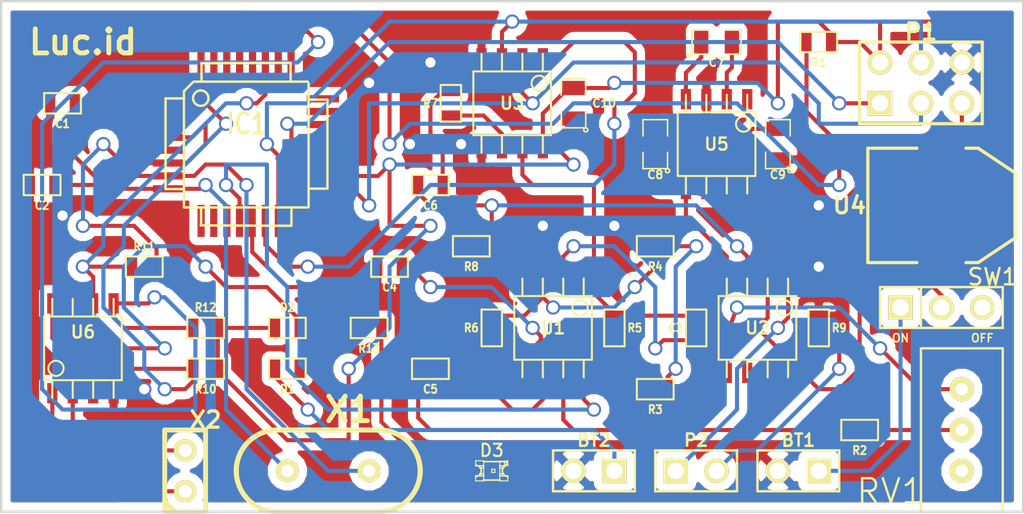
<source format=kicad_pcb>
(kicad_pcb (version 3) (host pcbnew "(2013-07-07 BZR 4022)-stable")

  (general
    (links 90)
    (no_connects 0)
    (area 213.0044 124.384999 278.883533 156.622751)
    (thickness 1.6)
    (drawings 7)
    (tracks 456)
    (zones 0)
    (modules 41)
    (nets 37)
  )

  (page A3)
  (layers
    (15 F.Cu signal)
    (0 B.Cu signal)
    (16 B.Adhes user)
    (17 F.Adhes user)
    (18 B.Paste user)
    (19 F.Paste user)
    (20 B.SilkS user)
    (21 F.SilkS user)
    (22 B.Mask user)
    (23 F.Mask user)
    (24 Dwgs.User user)
    (25 Cmts.User user)
    (26 Eco1.User user)
    (27 Eco2.User user)
    (28 Edge.Cuts user)
  )

  (setup
    (last_trace_width 0.254)
    (trace_clearance 0.254)
    (zone_clearance 0.508)
    (zone_45_only no)
    (trace_min 0.254)
    (segment_width 0.2)
    (edge_width 0.15)
    (via_size 0.889)
    (via_drill 0.635)
    (via_min_size 0.889)
    (via_min_drill 0.508)
    (uvia_size 0.508)
    (uvia_drill 0.127)
    (uvias_allowed no)
    (uvia_min_size 0.508)
    (uvia_min_drill 0.127)
    (pcb_text_width 0.3)
    (pcb_text_size 1.5 1.5)
    (mod_edge_width 0.15)
    (mod_text_size 1.5 1.5)
    (mod_text_width 0.15)
    (pad_size 1.524 1.524)
    (pad_drill 0.762)
    (pad_to_mask_clearance 0.2)
    (aux_axis_origin 0 0)
    (visible_elements 7FFFFFFF)
    (pcbplotparams
      (layerselection 284196865)
      (usegerberextensions true)
      (excludeedgelayer true)
      (linewidth 0.020000)
      (plotframeref false)
      (viasonmask false)
      (mode 1)
      (useauxorigin false)
      (hpglpennumber 1)
      (hpglpenspeed 20)
      (hpglpendiameter 15)
      (hpglpenoverlay 2)
      (psnegative false)
      (psa4output false)
      (plotreference true)
      (plotvalue true)
      (plotothertext true)
      (plotinvisibletext false)
      (padsonsilk false)
      (subtractmaskfromsilk false)
      (outputformat 1)
      (mirror false)
      (drillshape 0)
      (scaleselection 1)
      (outputdirectory ../../../Users/Tyler/Desktop/Gerbers2/))
  )

  (net 0 "")
  (net 1 +5V)
  (net 2 +9V)
  (net 3 -8V)
  (net 4 /INT)
  (net 5 /MISO)
  (net 6 /MOSI)
  (net 7 /OCON)
  (net 8 /RST)
  (net 9 /RTC_SCL)
  (net 10 /RTC_SDA)
  (net 11 /SCK)
  (net 12 /led)
  (net 13 /potB)
  (net 14 /potCS)
  (net 15 /potWiper)
  (net 16 GND)
  (net 17 N-0000010)
  (net 18 N-0000013)
  (net 19 N-0000014)
  (net 20 N-0000015)
  (net 21 N-0000016)
  (net 22 N-0000017)
  (net 23 N-0000019)
  (net 24 N-0000022)
  (net 25 N-0000026)
  (net 26 N-0000027)
  (net 27 N-0000029)
  (net 28 N-0000030)
  (net 29 N-0000032)
  (net 30 N-0000044)
  (net 31 N-0000045)
  (net 32 N-0000048)
  (net 33 N-0000049)
  (net 34 N-0000050)
  (net 35 N-0000055)
  (net 36 N-000009)

  (net_class Default "This is the default net class."
    (clearance 0.254)
    (trace_width 0.254)
    (via_dia 0.889)
    (via_drill 0.635)
    (uvia_dia 0.508)
    (uvia_drill 0.127)
    (add_net "")
    (add_net +5V)
    (add_net +9V)
    (add_net -8V)
    (add_net /INT)
    (add_net /MISO)
    (add_net /MOSI)
    (add_net /OCON)
    (add_net /RST)
    (add_net /RTC_SCL)
    (add_net /RTC_SDA)
    (add_net /SCK)
    (add_net /led)
    (add_net /potB)
    (add_net /potCS)
    (add_net /potWiper)
    (add_net GND)
    (add_net N-0000010)
    (add_net N-0000013)
    (add_net N-0000014)
    (add_net N-0000015)
    (add_net N-0000016)
    (add_net N-0000017)
    (add_net N-0000019)
    (add_net N-0000022)
    (add_net N-0000026)
    (add_net N-0000027)
    (add_net N-0000029)
    (add_net N-0000030)
    (add_net N-0000032)
    (add_net N-0000044)
    (add_net N-0000045)
    (add_net N-0000048)
    (add_net N-0000049)
    (add_net N-0000050)
    (add_net N-0000055)
    (add_net N-000009)
  )

  (module TRIMPOT_V (layer F.Cu) (tedit 5473A94F) (tstamp 546FAC0F)
    (at 273.05 151.13 90)
    (path /5438A3B1)
    (fp_text reference RV1 (at -3.81 -4.445 180) (layer F.SilkS)
      (effects (font (size 1.5 1.5) (thickness 0.15)))
    )
    (fp_text value 20k (at 4.445 0 180) (layer F.SilkS) hide
      (effects (font (size 1.5 1.5) (thickness 0.15)))
    )
    (fp_line (start 5.08 0) (end 5.08 -2.54) (layer F.SilkS) (width 0.15))
    (fp_line (start 5.08 -2.54) (end -5.08 -2.54) (layer F.SilkS) (width 0.15))
    (fp_line (start -5.08 -2.54) (end -5.08 2.54) (layer F.SilkS) (width 0.15))
    (fp_line (start -5.08 2.54) (end 5.08 2.54) (layer F.SilkS) (width 0.15))
    (fp_line (start 5.08 2.54) (end 5.08 0) (layer F.SilkS) (width 0.15))
    (pad 2 thru_hole circle (at 0 0 90) (size 1.524 1.524) (drill 0.762)
      (layers *.Cu *.Mask F.SilkS)
      (net 28 N-0000030)
    )
    (pad 3 thru_hole circle (at 2.54 0 90) (size 1.524 1.524) (drill 0.762)
      (layers *.Cu *.Mask F.SilkS)
      (net 32 N-0000048)
    )
    (pad 1 thru_hole circle (at -2.54 0 90) (size 1.524 1.524) (drill 0.762)
      (layers *.Cu *.Mask F.SilkS)
    )
  )

  (module TQFP32 (layer F.Cu) (tedit 5473A2E1) (tstamp 546FAC45)
    (at 228.6 133.35)
    (path /5438982E)
    (fp_text reference IC1 (at 0 -1.27) (layer F.SilkS)
      (effects (font (size 1.27 1.016) (thickness 0.2032)))
    )
    (fp_text value ATMEGA328P-A (at 0 1.905) (layer F.SilkS) hide
      (effects (font (size 1.27 1.016) (thickness 0.2032)))
    )
    (fp_line (start 5.0292 2.7686) (end 3.8862 2.7686) (layer F.SilkS) (width 0.1524))
    (fp_line (start 5.0292 -2.7686) (end 3.9116 -2.7686) (layer F.SilkS) (width 0.1524))
    (fp_line (start 5.0292 2.7686) (end 5.0292 -2.7686) (layer F.SilkS) (width 0.1524))
    (fp_line (start 2.794 3.9624) (end 2.794 5.0546) (layer F.SilkS) (width 0.1524))
    (fp_line (start -2.8194 3.9878) (end -2.8194 5.0546) (layer F.SilkS) (width 0.1524))
    (fp_line (start -2.8448 5.0546) (end 2.794 5.08) (layer F.SilkS) (width 0.1524))
    (fp_line (start -2.794 -5.0292) (end 2.7178 -5.0546) (layer F.SilkS) (width 0.1524))
    (fp_line (start -3.8862 -3.2766) (end -3.8862 3.9116) (layer F.SilkS) (width 0.1524))
    (fp_line (start 2.7432 -5.0292) (end 2.7432 -3.9878) (layer F.SilkS) (width 0.1524))
    (fp_line (start -3.2512 -3.8862) (end 3.81 -3.8862) (layer F.SilkS) (width 0.1524))
    (fp_line (start 3.8608 3.937) (end 3.8608 -3.7846) (layer F.SilkS) (width 0.1524))
    (fp_line (start -3.8862 3.937) (end 3.7338 3.937) (layer F.SilkS) (width 0.1524))
    (fp_line (start -5.0292 -2.8448) (end -5.0292 2.794) (layer F.SilkS) (width 0.1524))
    (fp_line (start -5.0292 2.794) (end -3.8862 2.794) (layer F.SilkS) (width 0.1524))
    (fp_line (start -3.87604 -3.302) (end -3.29184 -3.8862) (layer F.SilkS) (width 0.1524))
    (fp_line (start -5.02412 -2.8448) (end -3.87604 -2.8448) (layer F.SilkS) (width 0.1524))
    (fp_line (start -2.794 -3.8862) (end -2.794 -5.03428) (layer F.SilkS) (width 0.1524))
    (fp_circle (center -2.83972 -2.86004) (end -2.43332 -2.60604) (layer F.SilkS) (width 0.1524))
    (pad 8 smd rect (at -4.81584 2.77622) (size 1.99898 0.44958)
      (layers F.Cu F.Paste F.Mask)
      (net 30 N-0000044)
    )
    (pad 7 smd rect (at -4.81584 1.97612) (size 1.99898 0.44958)
      (layers F.Cu F.Paste F.Mask)
      (net 31 N-0000045)
    )
    (pad 6 smd rect (at -4.81584 1.17602) (size 1.99898 0.44958)
      (layers F.Cu F.Paste F.Mask)
      (net 1 +5V)
    )
    (pad 5 smd rect (at -4.81584 0.37592) (size 1.99898 0.44958)
      (layers F.Cu F.Paste F.Mask)
      (net 16 GND)
    )
    (pad 4 smd rect (at -4.81584 -0.42418) (size 1.99898 0.44958)
      (layers F.Cu F.Paste F.Mask)
      (net 1 +5V)
    )
    (pad 3 smd rect (at -4.81584 -1.22428) (size 1.99898 0.44958)
      (layers F.Cu F.Paste F.Mask)
      (net 16 GND)
    )
    (pad 2 smd rect (at -4.81584 -2.02438) (size 1.99898 0.44958)
      (layers F.Cu F.Paste F.Mask)
    )
    (pad 1 smd rect (at -4.81584 -2.82448) (size 1.99898 0.44958)
      (layers F.Cu F.Paste F.Mask)
    )
    (pad 24 smd rect (at 4.7498 -2.8194) (size 1.99898 0.44958)
      (layers F.Cu F.Paste F.Mask)
    )
    (pad 17 smd rect (at 4.7498 2.794) (size 1.99898 0.44958)
      (layers F.Cu F.Paste F.Mask)
      (net 11 /SCK)
    )
    (pad 18 smd rect (at 4.7498 1.9812) (size 1.99898 0.44958)
      (layers F.Cu F.Paste F.Mask)
      (net 1 +5V)
    )
    (pad 19 smd rect (at 4.7498 1.1684) (size 1.99898 0.44958)
      (layers F.Cu F.Paste F.Mask)
    )
    (pad 20 smd rect (at 4.7498 0.381) (size 1.99898 0.44958)
      (layers F.Cu F.Paste F.Mask)
    )
    (pad 21 smd rect (at 4.7498 -0.4318) (size 1.99898 0.44958)
      (layers F.Cu F.Paste F.Mask)
      (net 16 GND)
    )
    (pad 22 smd rect (at 4.7498 -1.2192) (size 1.99898 0.44958)
      (layers F.Cu F.Paste F.Mask)
    )
    (pad 23 smd rect (at 4.7498 -2.032) (size 1.99898 0.44958)
      (layers F.Cu F.Paste F.Mask)
    )
    (pad 32 smd rect (at -2.82448 -4.826) (size 0.44958 1.99898)
      (layers F.Cu F.Paste F.Mask)
      (net 4 /INT)
    )
    (pad 31 smd rect (at -2.02692 -4.826) (size 0.44958 1.99898)
      (layers F.Cu F.Paste F.Mask)
    )
    (pad 30 smd rect (at -1.22428 -4.826) (size 0.44958 1.99898)
      (layers F.Cu F.Paste F.Mask)
    )
    (pad 29 smd rect (at -0.42672 -4.826) (size 0.44958 1.99898)
      (layers F.Cu F.Paste F.Mask)
      (net 8 /RST)
    )
    (pad 28 smd rect (at 0.37592 -4.826) (size 0.44958 1.99898)
      (layers F.Cu F.Paste F.Mask)
      (net 9 /RTC_SCL)
    )
    (pad 27 smd rect (at 1.17348 -4.826) (size 0.44958 1.99898)
      (layers F.Cu F.Paste F.Mask)
      (net 10 /RTC_SDA)
    )
    (pad 26 smd rect (at 1.97612 -4.826) (size 0.44958 1.99898)
      (layers F.Cu F.Paste F.Mask)
    )
    (pad 25 smd rect (at 2.77368 -4.826) (size 0.44958 1.99898)
      (layers F.Cu F.Paste F.Mask)
    )
    (pad 9 smd rect (at -2.8194 4.7752) (size 0.44958 1.99898)
      (layers F.Cu F.Paste F.Mask)
    )
    (pad 10 smd rect (at -2.032 4.7752) (size 0.44958 1.99898)
      (layers F.Cu F.Paste F.Mask)
    )
    (pad 11 smd rect (at -1.2192 4.7752) (size 0.44958 1.99898)
      (layers F.Cu F.Paste F.Mask)
    )
    (pad 12 smd rect (at -0.4318 4.7752) (size 0.44958 1.99898)
      (layers F.Cu F.Paste F.Mask)
      (net 7 /OCON)
    )
    (pad 13 smd rect (at 0.3556 4.7752) (size 0.44958 1.99898)
      (layers F.Cu F.Paste F.Mask)
      (net 12 /led)
    )
    (pad 14 smd rect (at 1.1684 4.7752) (size 0.44958 1.99898)
      (layers F.Cu F.Paste F.Mask)
      (net 14 /potCS)
    )
    (pad 15 smd rect (at 1.9812 4.7752) (size 0.44958 1.99898)
      (layers F.Cu F.Paste F.Mask)
      (net 6 /MOSI)
    )
    (pad 16 smd rect (at 2.794 4.7752) (size 0.44958 1.99898)
      (layers F.Cu F.Paste F.Mask)
      (net 5 /MISO)
    )
    (model smd/tqfp32.wrl
      (at (xyz 0 0 0))
      (scale (xyz 1 1 1))
      (rotate (xyz 0 0 0))
    )
  )

  (module SOT223   locked (layer F.Cu) (tedit 5474C23D) (tstamp 546FAC55)
    (at 271.78 137.16 270)
    (descr "module CMS SOT223 4 pins")
    (tags "CMS SOT")
    (path /543B3F35)
    (attr smd)
    (fp_text reference U4 (at 0 5.715 360) (layer F.SilkS)
      (effects (font (size 1.016 1.016) (thickness 0.2032)))
    )
    (fp_text value LM1117 (at 0 0.762 270) (layer F.SilkS) hide
      (effects (font (size 1.016 1.016) (thickness 0.2032)))
    )
    (fp_line (start -3.556 1.524) (end -3.556 4.572) (layer F.SilkS) (width 0.2032))
    (fp_line (start -3.556 4.572) (end 3.556 4.572) (layer F.SilkS) (width 0.2032))
    (fp_line (start 3.556 4.572) (end 3.556 1.524) (layer F.SilkS) (width 0.2032))
    (fp_line (start -3.556 -1.524) (end -3.556 -2.286) (layer F.SilkS) (width 0.2032))
    (fp_line (start -3.556 -2.286) (end -2.032 -4.572) (layer F.SilkS) (width 0.2032))
    (fp_line (start -2.032 -4.572) (end 2.032 -4.572) (layer F.SilkS) (width 0.2032))
    (fp_line (start 2.032 -4.572) (end 3.556 -2.286) (layer F.SilkS) (width 0.2032))
    (fp_line (start 3.556 -2.286) (end 3.556 -1.524) (layer F.SilkS) (width 0.2032))
    (pad 4 smd rect (at 0 -3.302 270) (size 3.6576 2.032)
      (layers F.Cu F.Paste F.Mask)
    )
    (pad 2 smd rect (at 0 3.302 270) (size 1.016 2.032)
      (layers F.Cu F.Paste F.Mask)
      (net 1 +5V)
    )
    (pad 3 smd rect (at 2.286 3.302 270) (size 1.016 2.032)
      (layers F.Cu F.Paste F.Mask)
      (net 2 +9V)
    )
    (pad 1 smd rect (at -2.286 3.302 270) (size 1.016 2.032)
      (layers F.Cu F.Paste F.Mask)
      (net 16 GND)
    )
    (model smd/SOT223.wrl
      (at (xyz 0 0 0))
      (scale (xyz 0.4 0.4 0.4))
      (rotate (xyz 0 0 0))
    )
  )

  (module so-8 (layer F.Cu) (tedit 5474C1FB) (tstamp 546FAC6E)
    (at 247.65 144.78 180)
    (descr SO-8)
    (path /543889C3)
    (attr smd)
    (fp_text reference U1 (at 0 0 180) (layer F.SilkS)
      (effects (font (size 0.7493 0.7493) (thickness 0.14986)))
    )
    (fp_text value LM358 (at 0 1.016 180) (layer F.SilkS) hide
      (effects (font (size 0.7493 0.7493) (thickness 0.14986)))
    )
    (fp_line (start -2.413 -1.9812) (end -2.413 1.9812) (layer F.SilkS) (width 0.127))
    (fp_line (start -2.413 1.9812) (end 2.413 1.9812) (layer F.SilkS) (width 0.127))
    (fp_line (start 2.413 1.9812) (end 2.413 -1.9812) (layer F.SilkS) (width 0.127))
    (fp_line (start 2.413 -1.9812) (end -2.413 -1.9812) (layer F.SilkS) (width 0.127))
    (fp_line (start -1.905 -1.9812) (end -1.905 -3.0734) (layer F.SilkS) (width 0.127))
    (fp_line (start -0.635 -1.9812) (end -0.635 -3.0734) (layer F.SilkS) (width 0.127))
    (fp_line (start 0.635 -1.9812) (end 0.635 -3.0734) (layer F.SilkS) (width 0.127))
    (fp_line (start 1.905 -3.0734) (end 1.905 -1.9812) (layer F.SilkS) (width 0.127))
    (fp_line (start 1.905 1.9812) (end 1.905 3.0734) (layer F.SilkS) (width 0.127))
    (fp_line (start 0.635 3.0734) (end 0.635 1.9812) (layer F.SilkS) (width 0.127))
    (fp_line (start -0.635 3.0734) (end -0.635 1.9812) (layer F.SilkS) (width 0.127))
    (fp_line (start -1.905 3.0734) (end -1.905 1.9812) (layer F.SilkS) (width 0.127))
    (fp_circle (center -1.6764 1.2446) (end -1.9558 1.6256) (layer F.SilkS) (width 0.127))
    (pad 1 smd rect (at -1.905 2.794 180) (size 0.635 1.27)
      (layers F.Cu F.Paste F.Mask)
      (net 13 /potB)
    )
    (pad 2 smd rect (at -0.635 2.794 180) (size 0.635 1.27)
      (layers F.Cu F.Paste F.Mask)
      (net 32 N-0000048)
    )
    (pad 3 smd rect (at 0.635 2.794 180) (size 0.635 1.27)
      (layers F.Cu F.Paste F.Mask)
      (net 29 N-0000032)
    )
    (pad 4 smd rect (at 1.905 2.794 180) (size 0.635 1.27)
      (layers F.Cu F.Paste F.Mask)
      (net 16 GND)
    )
    (pad 5 smd rect (at 1.905 -2.794 180) (size 0.635 1.27)
      (layers F.Cu F.Paste F.Mask)
      (net 34 N-0000050)
    )
    (pad 6 smd rect (at 0.635 -2.794 180) (size 0.635 1.27)
      (layers F.Cu F.Paste F.Mask)
      (net 33 N-0000049)
    )
    (pad 7 smd rect (at -0.635 -2.794 180) (size 0.635 1.27)
      (layers F.Cu F.Paste F.Mask)
      (net 27 N-0000029)
    )
    (pad 8 smd rect (at -1.905 -2.794 180) (size 0.635 1.27)
      (layers F.Cu F.Paste F.Mask)
      (net 7 /OCON)
    )
    (model smd/smd_dil/so-8.wrl
      (at (xyz 0 0 0))
      (scale (xyz 1 1 1))
      (rotate (xyz 0 0 0))
    )
  )

  (module so-8 (layer F.Cu) (tedit 5474C211) (tstamp 546FAC87)
    (at 260.35 144.78 180)
    (descr SO-8)
    (path /543AA94B)
    (attr smd)
    (fp_text reference U2 (at 0 0 180) (layer F.SilkS)
      (effects (font (size 0.7493 0.7493) (thickness 0.14986)))
    )
    (fp_text value LM358 (at 0 1.016 180) (layer F.SilkS) hide
      (effects (font (size 0.7493 0.7493) (thickness 0.14986)))
    )
    (fp_line (start -2.413 -1.9812) (end -2.413 1.9812) (layer F.SilkS) (width 0.127))
    (fp_line (start -2.413 1.9812) (end 2.413 1.9812) (layer F.SilkS) (width 0.127))
    (fp_line (start 2.413 1.9812) (end 2.413 -1.9812) (layer F.SilkS) (width 0.127))
    (fp_line (start 2.413 -1.9812) (end -2.413 -1.9812) (layer F.SilkS) (width 0.127))
    (fp_line (start -1.905 -1.9812) (end -1.905 -3.0734) (layer F.SilkS) (width 0.127))
    (fp_line (start -0.635 -1.9812) (end -0.635 -3.0734) (layer F.SilkS) (width 0.127))
    (fp_line (start 0.635 -1.9812) (end 0.635 -3.0734) (layer F.SilkS) (width 0.127))
    (fp_line (start 1.905 -3.0734) (end 1.905 -1.9812) (layer F.SilkS) (width 0.127))
    (fp_line (start 1.905 1.9812) (end 1.905 3.0734) (layer F.SilkS) (width 0.127))
    (fp_line (start 0.635 3.0734) (end 0.635 1.9812) (layer F.SilkS) (width 0.127))
    (fp_line (start -0.635 3.0734) (end -0.635 1.9812) (layer F.SilkS) (width 0.127))
    (fp_line (start -1.905 3.0734) (end -1.905 1.9812) (layer F.SilkS) (width 0.127))
    (fp_circle (center -1.6764 1.2446) (end -1.9558 1.6256) (layer F.SilkS) (width 0.127))
    (pad 1 smd rect (at -1.905 2.794 180) (size 0.635 1.27)
      (layers F.Cu F.Paste F.Mask)
      (net 20 N-0000015)
    )
    (pad 2 smd rect (at -0.635 2.794 180) (size 0.635 1.27)
      (layers F.Cu F.Paste F.Mask)
      (net 19 N-0000014)
    )
    (pad 3 smd rect (at 0.635 2.794 180) (size 0.635 1.27)
      (layers F.Cu F.Paste F.Mask)
      (net 36 N-000009)
    )
    (pad 4 smd rect (at 1.905 2.794 180) (size 0.635 1.27)
      (layers F.Cu F.Paste F.Mask)
      (net 3 -8V)
    )
    (pad 5 smd rect (at 1.905 -2.794 180) (size 0.635 1.27)
      (layers F.Cu F.Paste F.Mask)
    )
    (pad 6 smd rect (at 0.635 -2.794 180) (size 0.635 1.27)
      (layers F.Cu F.Paste F.Mask)
    )
    (pad 7 smd rect (at -0.635 -2.794 180) (size 0.635 1.27)
      (layers F.Cu F.Paste F.Mask)
    )
    (pad 8 smd rect (at -1.905 -2.794 180) (size 0.635 1.27)
      (layers F.Cu F.Paste F.Mask)
      (net 2 +9V)
    )
    (model smd/smd_dil/so-8.wrl
      (at (xyz 0 0 0))
      (scale (xyz 1 1 1))
      (rotate (xyz 0 0 0))
    )
  )

  (module so-8 (layer F.Cu) (tedit 5474C1B3) (tstamp 546FACA0)
    (at 245.11 130.81 180)
    (descr SO-8)
    (path /543AA5E6)
    (attr smd)
    (fp_text reference U3 (at 0 0 180) (layer F.SilkS)
      (effects (font (size 0.7493 0.7493) (thickness 0.14986)))
    )
    (fp_text value MCP41010 (at 0 1.016 180) (layer F.SilkS) hide
      (effects (font (size 0.7493 0.7493) (thickness 0.14986)))
    )
    (fp_line (start -2.413 -1.9812) (end -2.413 1.9812) (layer F.SilkS) (width 0.127))
    (fp_line (start -2.413 1.9812) (end 2.413 1.9812) (layer F.SilkS) (width 0.127))
    (fp_line (start 2.413 1.9812) (end 2.413 -1.9812) (layer F.SilkS) (width 0.127))
    (fp_line (start 2.413 -1.9812) (end -2.413 -1.9812) (layer F.SilkS) (width 0.127))
    (fp_line (start -1.905 -1.9812) (end -1.905 -3.0734) (layer F.SilkS) (width 0.127))
    (fp_line (start -0.635 -1.9812) (end -0.635 -3.0734) (layer F.SilkS) (width 0.127))
    (fp_line (start 0.635 -1.9812) (end 0.635 -3.0734) (layer F.SilkS) (width 0.127))
    (fp_line (start 1.905 -3.0734) (end 1.905 -1.9812) (layer F.SilkS) (width 0.127))
    (fp_line (start 1.905 1.9812) (end 1.905 3.0734) (layer F.SilkS) (width 0.127))
    (fp_line (start 0.635 3.0734) (end 0.635 1.9812) (layer F.SilkS) (width 0.127))
    (fp_line (start -0.635 3.0734) (end -0.635 1.9812) (layer F.SilkS) (width 0.127))
    (fp_line (start -1.905 3.0734) (end -1.905 1.9812) (layer F.SilkS) (width 0.127))
    (fp_circle (center -1.6764 1.2446) (end -1.9558 1.6256) (layer F.SilkS) (width 0.127))
    (pad 1 smd rect (at -1.905 2.794 180) (size 0.635 1.27)
      (layers F.Cu F.Paste F.Mask)
      (net 14 /potCS)
    )
    (pad 2 smd rect (at -0.635 2.794 180) (size 0.635 1.27)
      (layers F.Cu F.Paste F.Mask)
      (net 11 /SCK)
    )
    (pad 3 smd rect (at 0.635 2.794 180) (size 0.635 1.27)
      (layers F.Cu F.Paste F.Mask)
      (net 6 /MOSI)
    )
    (pad 4 smd rect (at 1.905 2.794 180) (size 0.635 1.27)
      (layers F.Cu F.Paste F.Mask)
      (net 16 GND)
    )
    (pad 5 smd rect (at 1.905 -2.794 180) (size 0.635 1.27)
      (layers F.Cu F.Paste F.Mask)
      (net 16 GND)
    )
    (pad 6 smd rect (at 0.635 -2.794 180) (size 0.635 1.27)
      (layers F.Cu F.Paste F.Mask)
      (net 15 /potWiper)
    )
    (pad 7 smd rect (at -0.635 -2.794 180) (size 0.635 1.27)
      (layers F.Cu F.Paste F.Mask)
      (net 13 /potB)
    )
    (pad 8 smd rect (at -1.905 -2.794 180) (size 0.635 1.27)
      (layers F.Cu F.Paste F.Mask)
      (net 1 +5V)
    )
    (model smd/smd_dil/so-8.wrl
      (at (xyz 0 0 0))
      (scale (xyz 1 1 1))
      (rotate (xyz 0 0 0))
    )
  )

  (module so-8 (layer F.Cu) (tedit 5474C1C3) (tstamp 546FACB9)
    (at 257.81 133.35 180)
    (descr SO-8)
    (path /543A9E0E)
    (attr smd)
    (fp_text reference U5 (at 0 0 180) (layer F.SilkS)
      (effects (font (size 0.7493 0.7493) (thickness 0.14986)))
    )
    (fp_text value ICL7660 (at 0 1.016 180) (layer F.SilkS) hide
      (effects (font (size 0.7493 0.7493) (thickness 0.14986)))
    )
    (fp_line (start -2.413 -1.9812) (end -2.413 1.9812) (layer F.SilkS) (width 0.127))
    (fp_line (start -2.413 1.9812) (end 2.413 1.9812) (layer F.SilkS) (width 0.127))
    (fp_line (start 2.413 1.9812) (end 2.413 -1.9812) (layer F.SilkS) (width 0.127))
    (fp_line (start 2.413 -1.9812) (end -2.413 -1.9812) (layer F.SilkS) (width 0.127))
    (fp_line (start -1.905 -1.9812) (end -1.905 -3.0734) (layer F.SilkS) (width 0.127))
    (fp_line (start -0.635 -1.9812) (end -0.635 -3.0734) (layer F.SilkS) (width 0.127))
    (fp_line (start 0.635 -1.9812) (end 0.635 -3.0734) (layer F.SilkS) (width 0.127))
    (fp_line (start 1.905 -3.0734) (end 1.905 -1.9812) (layer F.SilkS) (width 0.127))
    (fp_line (start 1.905 1.9812) (end 1.905 3.0734) (layer F.SilkS) (width 0.127))
    (fp_line (start 0.635 3.0734) (end 0.635 1.9812) (layer F.SilkS) (width 0.127))
    (fp_line (start -0.635 3.0734) (end -0.635 1.9812) (layer F.SilkS) (width 0.127))
    (fp_line (start -1.905 3.0734) (end -1.905 1.9812) (layer F.SilkS) (width 0.127))
    (fp_circle (center -1.6764 1.2446) (end -1.9558 1.6256) (layer F.SilkS) (width 0.127))
    (pad 1 smd rect (at -1.905 2.794 180) (size 0.635 1.27)
      (layers F.Cu F.Paste F.Mask)
    )
    (pad 2 smd rect (at -0.635 2.794 180) (size 0.635 1.27)
      (layers F.Cu F.Paste F.Mask)
      (net 26 N-0000027)
    )
    (pad 3 smd rect (at 0.635 2.794 180) (size 0.635 1.27)
      (layers F.Cu F.Paste F.Mask)
      (net 16 GND)
    )
    (pad 4 smd rect (at 1.905 2.794 180) (size 0.635 1.27)
      (layers F.Cu F.Paste F.Mask)
      (net 25 N-0000026)
    )
    (pad 5 smd rect (at 1.905 -2.794 180) (size 0.635 1.27)
      (layers F.Cu F.Paste F.Mask)
      (net 3 -8V)
    )
    (pad 6 smd rect (at 0.635 -2.794 180) (size 0.635 1.27)
      (layers F.Cu F.Paste F.Mask)
    )
    (pad 7 smd rect (at -0.635 -2.794 180) (size 0.635 1.27)
      (layers F.Cu F.Paste F.Mask)
    )
    (pad 8 smd rect (at -1.905 -2.794 180) (size 0.635 1.27)
      (layers F.Cu F.Paste F.Mask)
      (net 2 +9V)
    )
    (model smd/smd_dil/so-8.wrl
      (at (xyz 0 0 0))
      (scale (xyz 1 1 1))
      (rotate (xyz 0 0 0))
    )
  )

  (module so-8 (layer F.Cu) (tedit 5474C22C) (tstamp 546FACD2)
    (at 218.44 146.05)
    (descr SO-8)
    (path /5466D0D2)
    (attr smd)
    (fp_text reference U6 (at 0 -1.016) (layer F.SilkS)
      (effects (font (size 0.7493 0.7493) (thickness 0.14986)))
    )
    (fp_text value PCF8563 (at 0 1.016) (layer F.SilkS) hide
      (effects (font (size 0.7493 0.7493) (thickness 0.14986)))
    )
    (fp_line (start -2.413 -1.9812) (end -2.413 1.9812) (layer F.SilkS) (width 0.127))
    (fp_line (start -2.413 1.9812) (end 2.413 1.9812) (layer F.SilkS) (width 0.127))
    (fp_line (start 2.413 1.9812) (end 2.413 -1.9812) (layer F.SilkS) (width 0.127))
    (fp_line (start 2.413 -1.9812) (end -2.413 -1.9812) (layer F.SilkS) (width 0.127))
    (fp_line (start -1.905 -1.9812) (end -1.905 -3.0734) (layer F.SilkS) (width 0.127))
    (fp_line (start -0.635 -1.9812) (end -0.635 -3.0734) (layer F.SilkS) (width 0.127))
    (fp_line (start 0.635 -1.9812) (end 0.635 -3.0734) (layer F.SilkS) (width 0.127))
    (fp_line (start 1.905 -3.0734) (end 1.905 -1.9812) (layer F.SilkS) (width 0.127))
    (fp_line (start 1.905 1.9812) (end 1.905 3.0734) (layer F.SilkS) (width 0.127))
    (fp_line (start 0.635 3.0734) (end 0.635 1.9812) (layer F.SilkS) (width 0.127))
    (fp_line (start -0.635 3.0734) (end -0.635 1.9812) (layer F.SilkS) (width 0.127))
    (fp_line (start -1.905 3.0734) (end -1.905 1.9812) (layer F.SilkS) (width 0.127))
    (fp_circle (center -1.6764 1.2446) (end -1.9558 1.6256) (layer F.SilkS) (width 0.127))
    (pad 1 smd rect (at -1.905 2.794) (size 0.635 1.27)
      (layers F.Cu F.Paste F.Mask)
      (net 21 N-0000016)
    )
    (pad 2 smd rect (at -0.635 2.794) (size 0.635 1.27)
      (layers F.Cu F.Paste F.Mask)
      (net 22 N-0000017)
    )
    (pad 3 smd rect (at 0.635 2.794) (size 0.635 1.27)
      (layers F.Cu F.Paste F.Mask)
      (net 4 /INT)
    )
    (pad 4 smd rect (at 1.905 2.794) (size 0.635 1.27)
      (layers F.Cu F.Paste F.Mask)
      (net 16 GND)
    )
    (pad 5 smd rect (at 1.905 -2.794) (size 0.635 1.27)
      (layers F.Cu F.Paste F.Mask)
      (net 9 /RTC_SCL)
    )
    (pad 6 smd rect (at 0.635 -2.794) (size 0.635 1.27)
      (layers F.Cu F.Paste F.Mask)
      (net 10 /RTC_SDA)
    )
    (pad 7 smd rect (at -0.635 -2.794) (size 0.635 1.27)
      (layers F.Cu F.Paste F.Mask)
    )
    (pad 8 smd rect (at -1.905 -2.794) (size 0.635 1.27)
      (layers F.Cu F.Paste F.Mask)
      (net 18 N-0000013)
    )
    (model smd/smd_dil/so-8.wrl
      (at (xyz 0 0 0))
      (scale (xyz 1 1 1))
      (rotate (xyz 0 0 0))
    )
  )

  (module SM0805   placed (layer F.Cu) (tedit 5473A6A0) (tstamp 546FACDF)
    (at 248.92 130.81 90)
    (path /546A9A51)
    (attr smd)
    (fp_text reference C10 (at 0 1.905 180) (layer F.SilkS)
      (effects (font (size 0.50038 0.50038) (thickness 0.10922)))
    )
    (fp_text value 10uF (at 0 0.381 90) (layer F.SilkS) hide
      (effects (font (size 0.50038 0.50038) (thickness 0.10922)))
    )
    (fp_circle (center -1.651 0.762) (end -1.651 0.635) (layer F.SilkS) (width 0.09906))
    (fp_line (start -0.508 0.762) (end -1.524 0.762) (layer F.SilkS) (width 0.09906))
    (fp_line (start -1.524 0.762) (end -1.524 -0.762) (layer F.SilkS) (width 0.09906))
    (fp_line (start -1.524 -0.762) (end -0.508 -0.762) (layer F.SilkS) (width 0.09906))
    (fp_line (start 0.508 -0.762) (end 1.524 -0.762) (layer F.SilkS) (width 0.09906))
    (fp_line (start 1.524 -0.762) (end 1.524 0.762) (layer F.SilkS) (width 0.09906))
    (fp_line (start 1.524 0.762) (end 0.508 0.762) (layer F.SilkS) (width 0.09906))
    (pad 1 smd rect (at -0.9525 0 90) (size 0.889 1.397)
      (layers F.Cu F.Paste F.Mask)
      (net 16 GND)
    )
    (pad 2 smd rect (at 0.9525 0 90) (size 0.889 1.397)
      (layers F.Cu F.Paste F.Mask)
      (net 1 +5V)
    )
    (model smd/chip_cms.wrl
      (at (xyz 0 0 0))
      (scale (xyz 0.1 0.1 0.1))
      (rotate (xyz 0 0 0))
    )
  )

  (module SM0805   placed (layer F.Cu) (tedit 5473A1EB) (tstamp 546FACEC)
    (at 261.62 133.35 90)
    (path /546A9A42)
    (attr smd)
    (fp_text reference C9 (at -1.905 0 180) (layer F.SilkS)
      (effects (font (size 0.50038 0.50038) (thickness 0.10922)))
    )
    (fp_text value 10uF (at 0 0.381 90) (layer F.SilkS) hide
      (effects (font (size 0.50038 0.50038) (thickness 0.10922)))
    )
    (fp_circle (center -1.651 0.762) (end -1.651 0.635) (layer F.SilkS) (width 0.09906))
    (fp_line (start -0.508 0.762) (end -1.524 0.762) (layer F.SilkS) (width 0.09906))
    (fp_line (start -1.524 0.762) (end -1.524 -0.762) (layer F.SilkS) (width 0.09906))
    (fp_line (start -1.524 -0.762) (end -0.508 -0.762) (layer F.SilkS) (width 0.09906))
    (fp_line (start 0.508 -0.762) (end 1.524 -0.762) (layer F.SilkS) (width 0.09906))
    (fp_line (start 1.524 -0.762) (end 1.524 0.762) (layer F.SilkS) (width 0.09906))
    (fp_line (start 1.524 0.762) (end 0.508 0.762) (layer F.SilkS) (width 0.09906))
    (pad 1 smd rect (at -0.9525 0 90) (size 0.889 1.397)
      (layers F.Cu F.Paste F.Mask)
      (net 16 GND)
    )
    (pad 2 smd rect (at 0.9525 0 90) (size 0.889 1.397)
      (layers F.Cu F.Paste F.Mask)
      (net 2 +9V)
    )
    (model smd/chip_cms.wrl
      (at (xyz 0 0 0))
      (scale (xyz 0.1 0.1 0.1))
      (rotate (xyz 0 0 0))
    )
  )

  (module SM0805   placed (layer F.Cu) (tedit 5473A26B) (tstamp 546FACF9)
    (at 254 133.35 90)
    (path /546A8D7A)
    (attr smd)
    (fp_text reference C8 (at -1.905 0 180) (layer F.SilkS)
      (effects (font (size 0.50038 0.50038) (thickness 0.10922)))
    )
    (fp_text value 10uF (at 0 0.381 90) (layer F.SilkS) hide
      (effects (font (size 0.50038 0.50038) (thickness 0.10922)))
    )
    (fp_circle (center -1.651 0.762) (end -1.651 0.635) (layer F.SilkS) (width 0.09906))
    (fp_line (start -0.508 0.762) (end -1.524 0.762) (layer F.SilkS) (width 0.09906))
    (fp_line (start -1.524 0.762) (end -1.524 -0.762) (layer F.SilkS) (width 0.09906))
    (fp_line (start -1.524 -0.762) (end -0.508 -0.762) (layer F.SilkS) (width 0.09906))
    (fp_line (start 0.508 -0.762) (end 1.524 -0.762) (layer F.SilkS) (width 0.09906))
    (fp_line (start 1.524 -0.762) (end 1.524 0.762) (layer F.SilkS) (width 0.09906))
    (fp_line (start 1.524 0.762) (end 0.508 0.762) (layer F.SilkS) (width 0.09906))
    (pad 1 smd rect (at -0.9525 0 90) (size 0.889 1.397)
      (layers F.Cu F.Paste F.Mask)
      (net 3 -8V)
    )
    (pad 2 smd rect (at 0.9525 0 90) (size 0.889 1.397)
      (layers F.Cu F.Paste F.Mask)
      (net 16 GND)
    )
    (model smd/chip_cms.wrl
      (at (xyz 0 0 0))
      (scale (xyz 0.1 0.1 0.1))
      (rotate (xyz 0 0 0))
    )
  )

  (module SM0805   placed (layer F.Cu) (tedit 5473A1E2) (tstamp 546FAD06)
    (at 257.81 127)
    (path /5467B858)
    (attr smd)
    (fp_text reference C7 (at 0 1.27) (layer F.SilkS)
      (effects (font (size 0.50038 0.50038) (thickness 0.10922)))
    )
    (fp_text value 10uF (at 0 0) (layer F.SilkS) hide
      (effects (font (size 0.50038 0.50038) (thickness 0.10922)))
    )
    (fp_circle (center -1.651 0.762) (end -1.651 0.635) (layer F.SilkS) (width 0.09906))
    (fp_line (start -0.508 0.762) (end -1.524 0.762) (layer F.SilkS) (width 0.09906))
    (fp_line (start -1.524 0.762) (end -1.524 -0.762) (layer F.SilkS) (width 0.09906))
    (fp_line (start -1.524 -0.762) (end -0.508 -0.762) (layer F.SilkS) (width 0.09906))
    (fp_line (start 0.508 -0.762) (end 1.524 -0.762) (layer F.SilkS) (width 0.09906))
    (fp_line (start 1.524 -0.762) (end 1.524 0.762) (layer F.SilkS) (width 0.09906))
    (fp_line (start 1.524 0.762) (end 0.508 0.762) (layer F.SilkS) (width 0.09906))
    (pad 1 smd rect (at -0.9525 0) (size 0.889 1.397)
      (layers F.Cu F.Paste F.Mask)
      (net 25 N-0000026)
    )
    (pad 2 smd rect (at 0.9525 0) (size 0.889 1.397)
      (layers F.Cu F.Paste F.Mask)
      (net 26 N-0000027)
    )
    (model smd/chip_cms.wrl
      (at (xyz 0 0 0))
      (scale (xyz 0.1 0.1 0.1))
      (rotate (xyz 0 0 0))
    )
  )

  (module SM0603   placed (layer F.Cu) (tedit 5473A686) (tstamp 546FAD10)
    (at 222.25 140.97)
    (path /5466D616)
    (attr smd)
    (fp_text reference R11 (at 0 -1.27) (layer F.SilkS)
      (effects (font (size 0.508 0.4572) (thickness 0.1143)))
    )
    (fp_text value 10k (at 0 0) (layer F.SilkS) hide
      (effects (font (size 0.508 0.4572) (thickness 0.1143)))
    )
    (fp_line (start -1.143 -0.635) (end 1.143 -0.635) (layer F.SilkS) (width 0.127))
    (fp_line (start 1.143 -0.635) (end 1.143 0.635) (layer F.SilkS) (width 0.127))
    (fp_line (start 1.143 0.635) (end -1.143 0.635) (layer F.SilkS) (width 0.127))
    (fp_line (start -1.143 0.635) (end -1.143 -0.635) (layer F.SilkS) (width 0.127))
    (pad 1 smd rect (at -0.762 0) (size 0.635 1.143)
      (layers F.Cu F.Paste F.Mask)
      (net 10 /RTC_SDA)
    )
    (pad 2 smd rect (at 0.762 0) (size 0.635 1.143)
      (layers F.Cu F.Paste F.Mask)
      (net 1 +5V)
    )
    (model smd\resistors\R0603.wrl
      (at (xyz 0 0 0.001))
      (scale (xyz 0.5 0.5 0.5))
      (rotate (xyz 0 0 0))
    )
  )

  (module SM0603   placed (layer F.Cu) (tedit 5473A229) (tstamp 546FAD1A)
    (at 264.16 144.78 90)
    (path /543AAB30)
    (attr smd)
    (fp_text reference R9 (at 0 1.27 180) (layer F.SilkS)
      (effects (font (size 0.508 0.4572) (thickness 0.1143)))
    )
    (fp_text value 2.5k (at 0 0 90) (layer F.SilkS) hide
      (effects (font (size 0.508 0.4572) (thickness 0.1143)))
    )
    (fp_line (start -1.143 -0.635) (end 1.143 -0.635) (layer F.SilkS) (width 0.127))
    (fp_line (start 1.143 -0.635) (end 1.143 0.635) (layer F.SilkS) (width 0.127))
    (fp_line (start 1.143 0.635) (end -1.143 0.635) (layer F.SilkS) (width 0.127))
    (fp_line (start -1.143 0.635) (end -1.143 -0.635) (layer F.SilkS) (width 0.127))
    (pad 1 smd rect (at -0.762 0 90) (size 0.635 1.143)
      (layers F.Cu F.Paste F.Mask)
      (net 19 N-0000014)
    )
    (pad 2 smd rect (at 0.762 0 90) (size 0.635 1.143)
      (layers F.Cu F.Paste F.Mask)
      (net 16 GND)
    )
    (model smd\resistors\R0603.wrl
      (at (xyz 0 0 0.001))
      (scale (xyz 0.5 0.5 0.5))
      (rotate (xyz 0 0 0))
    )
  )

  (module SM0603   placed (layer F.Cu) (tedit 5473A1D4) (tstamp 546FAD24)
    (at 264.16 127)
    (path /5466C8F7)
    (attr smd)
    (fp_text reference R1 (at 0 1.27) (layer F.SilkS)
      (effects (font (size 0.508 0.4572) (thickness 0.1143)))
    )
    (fp_text value 10k (at 0 0) (layer F.SilkS) hide
      (effects (font (size 0.508 0.4572) (thickness 0.1143)))
    )
    (fp_line (start -1.143 -0.635) (end 1.143 -0.635) (layer F.SilkS) (width 0.127))
    (fp_line (start 1.143 -0.635) (end 1.143 0.635) (layer F.SilkS) (width 0.127))
    (fp_line (start 1.143 0.635) (end -1.143 0.635) (layer F.SilkS) (width 0.127))
    (fp_line (start -1.143 0.635) (end -1.143 -0.635) (layer F.SilkS) (width 0.127))
    (pad 1 smd rect (at -0.762 0) (size 0.635 1.143)
      (layers F.Cu F.Paste F.Mask)
      (net 8 /RST)
    )
    (pad 2 smd rect (at 0.762 0) (size 0.635 1.143)
      (layers F.Cu F.Paste F.Mask)
      (net 1 +5V)
    )
    (model smd\resistors\R0603.wrl
      (at (xyz 0 0 0.001))
      (scale (xyz 0.5 0.5 0.5))
      (rotate (xyz 0 0 0))
    )
  )

  (module SM0603   placed (layer F.Cu) (tedit 5473A09F) (tstamp 546FAD2E)
    (at 231.14 147.32)
    (path /5466D11E)
    (attr smd)
    (fp_text reference D1 (at 0 1.27) (layer F.SilkS)
      (effects (font (size 0.508 0.4572) (thickness 0.1143)))
    )
    (fp_text value DIODE (at 0 0) (layer F.SilkS) hide
      (effects (font (size 0.508 0.4572) (thickness 0.1143)))
    )
    (fp_line (start -1.143 -0.635) (end 1.143 -0.635) (layer F.SilkS) (width 0.127))
    (fp_line (start 1.143 -0.635) (end 1.143 0.635) (layer F.SilkS) (width 0.127))
    (fp_line (start 1.143 0.635) (end -1.143 0.635) (layer F.SilkS) (width 0.127))
    (fp_line (start -1.143 0.635) (end -1.143 -0.635) (layer F.SilkS) (width 0.127))
    (pad 1 smd rect (at -0.762 0) (size 0.635 1.143)
      (layers F.Cu F.Paste F.Mask)
      (net 35 N-0000055)
    )
    (pad 2 smd rect (at 0.762 0) (size 0.635 1.143)
      (layers F.Cu F.Paste F.Mask)
      (net 18 N-0000013)
    )
    (model smd\resistors\R0603.wrl
      (at (xyz 0 0 0.001))
      (scale (xyz 0.5 0.5 0.5))
      (rotate (xyz 0 0 0))
    )
  )

  (module SM0603   placed (layer F.Cu) (tedit 5473A1CA) (tstamp 546FAD38)
    (at 231.14 144.78)
    (path /5466D12B)
    (attr smd)
    (fp_text reference D2 (at 0 -1.27) (layer F.SilkS)
      (effects (font (size 0.508 0.4572) (thickness 0.1143)))
    )
    (fp_text value DIODE (at 0 0) (layer F.SilkS) hide
      (effects (font (size 0.508 0.4572) (thickness 0.1143)))
    )
    (fp_line (start -1.143 -0.635) (end 1.143 -0.635) (layer F.SilkS) (width 0.127))
    (fp_line (start 1.143 -0.635) (end 1.143 0.635) (layer F.SilkS) (width 0.127))
    (fp_line (start 1.143 0.635) (end -1.143 0.635) (layer F.SilkS) (width 0.127))
    (fp_line (start -1.143 0.635) (end -1.143 -0.635) (layer F.SilkS) (width 0.127))
    (pad 1 smd rect (at -0.762 0) (size 0.635 1.143)
      (layers F.Cu F.Paste F.Mask)
      (net 1 +5V)
    )
    (pad 2 smd rect (at 0.762 0) (size 0.635 1.143)
      (layers F.Cu F.Paste F.Mask)
      (net 18 N-0000013)
    )
    (model smd\resistors\R0603.wrl
      (at (xyz 0 0 0.001))
      (scale (xyz 0.5 0.5 0.5))
      (rotate (xyz 0 0 0))
    )
  )

  (module SM0603   placed (layer F.Cu) (tedit 5473A0BB) (tstamp 546FAD42)
    (at 242.57 139.7)
    (path /543AA9F9)
    (attr smd)
    (fp_text reference R8 (at 0 1.27) (layer F.SilkS)
      (effects (font (size 0.508 0.4572) (thickness 0.1143)))
    )
    (fp_text value 10M (at 0 0) (layer F.SilkS) hide
      (effects (font (size 0.508 0.4572) (thickness 0.1143)))
    )
    (fp_line (start -1.143 -0.635) (end 1.143 -0.635) (layer F.SilkS) (width 0.127))
    (fp_line (start 1.143 -0.635) (end 1.143 0.635) (layer F.SilkS) (width 0.127))
    (fp_line (start 1.143 0.635) (end -1.143 0.635) (layer F.SilkS) (width 0.127))
    (fp_line (start -1.143 0.635) (end -1.143 -0.635) (layer F.SilkS) (width 0.127))
    (pad 1 smd rect (at -0.762 0) (size 0.635 1.143)
      (layers F.Cu F.Paste F.Mask)
      (net 16 GND)
    )
    (pad 2 smd rect (at 0.762 0) (size 0.635 1.143)
      (layers F.Cu F.Paste F.Mask)
      (net 36 N-000009)
    )
    (model smd\resistors\R0603.wrl
      (at (xyz 0 0 0.001))
      (scale (xyz 0.5 0.5 0.5))
      (rotate (xyz 0 0 0))
    )
  )

  (module SM0603   placed (layer F.Cu) (tedit 5473A1C7) (tstamp 546FAD4C)
    (at 226.06 144.78)
    (path /5466D623)
    (attr smd)
    (fp_text reference R12 (at 0 -1.27) (layer F.SilkS)
      (effects (font (size 0.508 0.4572) (thickness 0.1143)))
    )
    (fp_text value 10k (at 0 0) (layer F.SilkS) hide
      (effects (font (size 0.508 0.4572) (thickness 0.1143)))
    )
    (fp_line (start -1.143 -0.635) (end 1.143 -0.635) (layer F.SilkS) (width 0.127))
    (fp_line (start 1.143 -0.635) (end 1.143 0.635) (layer F.SilkS) (width 0.127))
    (fp_line (start 1.143 0.635) (end -1.143 0.635) (layer F.SilkS) (width 0.127))
    (fp_line (start -1.143 0.635) (end -1.143 -0.635) (layer F.SilkS) (width 0.127))
    (pad 1 smd rect (at -0.762 0) (size 0.635 1.143)
      (layers F.Cu F.Paste F.Mask)
      (net 9 /RTC_SCL)
    )
    (pad 2 smd rect (at 0.762 0) (size 0.635 1.143)
      (layers F.Cu F.Paste F.Mask)
      (net 1 +5V)
    )
    (model smd\resistors\R0603.wrl
      (at (xyz 0 0 0.001))
      (scale (xyz 0.5 0.5 0.5))
      (rotate (xyz 0 0 0))
    )
  )

  (module SM0603   placed (layer F.Cu) (tedit 5473A1C3) (tstamp 546FAD56)
    (at 226.06 147.32)
    (path /54678357)
    (attr smd)
    (fp_text reference R10 (at 0 1.27) (layer F.SilkS)
      (effects (font (size 0.508 0.4572) (thickness 0.1143)))
    )
    (fp_text value 10k (at 0 0) (layer F.SilkS) hide
      (effects (font (size 0.508 0.4572) (thickness 0.1143)))
    )
    (fp_line (start -1.143 -0.635) (end 1.143 -0.635) (layer F.SilkS) (width 0.127))
    (fp_line (start 1.143 -0.635) (end 1.143 0.635) (layer F.SilkS) (width 0.127))
    (fp_line (start 1.143 0.635) (end -1.143 0.635) (layer F.SilkS) (width 0.127))
    (fp_line (start -1.143 0.635) (end -1.143 -0.635) (layer F.SilkS) (width 0.127))
    (pad 1 smd rect (at -0.762 0) (size 0.635 1.143)
      (layers F.Cu F.Paste F.Mask)
      (net 4 /INT)
    )
    (pad 2 smd rect (at 0.762 0) (size 0.635 1.143)
      (layers F.Cu F.Paste F.Mask)
      (net 1 +5V)
    )
    (model smd\resistors\R0603.wrl
      (at (xyz 0 0 0.001))
      (scale (xyz 0.5 0.5 0.5))
      (rotate (xyz 0 0 0))
    )
  )

  (module SM0603   placed (layer F.Cu) (tedit 5473A0B1) (tstamp 546FAD60)
    (at 236.22 144.78)
    (path /546A906D)
    (attr smd)
    (fp_text reference R13 (at 0 1.27) (layer F.SilkS)
      (effects (font (size 0.508 0.4572) (thickness 0.1143)))
    )
    (fp_text value 3.3k (at 0 0) (layer F.SilkS) hide
      (effects (font (size 0.508 0.4572) (thickness 0.1143)))
    )
    (fp_line (start -1.143 -0.635) (end 1.143 -0.635) (layer F.SilkS) (width 0.127))
    (fp_line (start 1.143 -0.635) (end 1.143 0.635) (layer F.SilkS) (width 0.127))
    (fp_line (start 1.143 0.635) (end -1.143 0.635) (layer F.SilkS) (width 0.127))
    (fp_line (start -1.143 0.635) (end -1.143 -0.635) (layer F.SilkS) (width 0.127))
    (pad 1 smd rect (at -0.762 0) (size 0.635 1.143)
      (layers F.Cu F.Paste F.Mask)
      (net 12 /led)
    )
    (pad 2 smd rect (at 0.762 0) (size 0.635 1.143)
      (layers F.Cu F.Paste F.Mask)
      (net 23 N-0000019)
    )
    (model smd\resistors\R0603.wrl
      (at (xyz 0 0 0.001))
      (scale (xyz 0.5 0.5 0.5))
      (rotate (xyz 0 0 0))
    )
  )

  (module SM0603   placed (layer F.Cu) (tedit 5473A0C0) (tstamp 546FAD6A)
    (at 240.03 135.89 180)
    (path /543AA8D4)
    (attr smd)
    (fp_text reference C6 (at 0 -1.27 180) (layer F.SilkS)
      (effects (font (size 0.508 0.4572) (thickness 0.1143)))
    )
    (fp_text value .22uF (at 0 0 180) (layer F.SilkS) hide
      (effects (font (size 0.508 0.4572) (thickness 0.1143)))
    )
    (fp_line (start -1.143 -0.635) (end 1.143 -0.635) (layer F.SilkS) (width 0.127))
    (fp_line (start 1.143 -0.635) (end 1.143 0.635) (layer F.SilkS) (width 0.127))
    (fp_line (start 1.143 0.635) (end -1.143 0.635) (layer F.SilkS) (width 0.127))
    (fp_line (start -1.143 0.635) (end -1.143 -0.635) (layer F.SilkS) (width 0.127))
    (pad 1 smd rect (at -0.762 0 180) (size 0.635 1.143)
      (layers F.Cu F.Paste F.Mask)
      (net 17 N-0000010)
    )
    (pad 2 smd rect (at 0.762 0 180) (size 0.635 1.143)
      (layers F.Cu F.Paste F.Mask)
      (net 36 N-000009)
    )
    (model smd\resistors\R0603.wrl
      (at (xyz 0 0 0.001))
      (scale (xyz 0.5 0.5 0.5))
      (rotate (xyz 0 0 0))
    )
  )

  (module SM0603   placed (layer F.Cu) (tedit 5473A2D5) (tstamp 546FAD74)
    (at 241.3 130.81 90)
    (path /543AA7B5)
    (attr smd)
    (fp_text reference R7 (at 0 -1.27 180) (layer F.SilkS)
      (effects (font (size 0.508 0.4572) (thickness 0.1143)))
    )
    (fp_text value 10k (at 0 0 90) (layer F.SilkS) hide
      (effects (font (size 0.508 0.4572) (thickness 0.1143)))
    )
    (fp_line (start -1.143 -0.635) (end 1.143 -0.635) (layer F.SilkS) (width 0.127))
    (fp_line (start 1.143 -0.635) (end 1.143 0.635) (layer F.SilkS) (width 0.127))
    (fp_line (start 1.143 0.635) (end -1.143 0.635) (layer F.SilkS) (width 0.127))
    (fp_line (start -1.143 0.635) (end -1.143 -0.635) (layer F.SilkS) (width 0.127))
    (pad 1 smd rect (at -0.762 0 90) (size 0.635 1.143)
      (layers F.Cu F.Paste F.Mask)
      (net 15 /potWiper)
    )
    (pad 2 smd rect (at 0.762 0 90) (size 0.635 1.143)
      (layers F.Cu F.Paste F.Mask)
      (net 17 N-0000010)
    )
    (model smd\resistors\R0603.wrl
      (at (xyz 0 0 0.001))
      (scale (xyz 0.5 0.5 0.5))
      (rotate (xyz 0 0 0))
    )
  )

  (module SM0603   placed (layer F.Cu) (tedit 5473A216) (tstamp 546FAD7E)
    (at 256.54 144.78 90)
    (path /5438A068)
    (attr smd)
    (fp_text reference C3 (at 0 -1.27 180) (layer F.SilkS)
      (effects (font (size 0.508 0.4572) (thickness 0.1143)))
    )
    (fp_text value .22uF (at 0 0 90) (layer F.SilkS) hide
      (effects (font (size 0.508 0.4572) (thickness 0.1143)))
    )
    (fp_line (start -1.143 -0.635) (end 1.143 -0.635) (layer F.SilkS) (width 0.127))
    (fp_line (start 1.143 -0.635) (end 1.143 0.635) (layer F.SilkS) (width 0.127))
    (fp_line (start 1.143 0.635) (end -1.143 0.635) (layer F.SilkS) (width 0.127))
    (fp_line (start -1.143 0.635) (end -1.143 -0.635) (layer F.SilkS) (width 0.127))
    (pad 1 smd rect (at -0.762 0 90) (size 0.635 1.143)
      (layers F.Cu F.Paste F.Mask)
      (net 32 N-0000048)
    )
    (pad 2 smd rect (at 0.762 0 90) (size 0.635 1.143)
      (layers F.Cu F.Paste F.Mask)
      (net 13 /potB)
    )
    (model smd\resistors\R0603.wrl
      (at (xyz 0 0 0.001))
      (scale (xyz 0.5 0.5 0.5))
      (rotate (xyz 0 0 0))
    )
  )

  (module SM0603   placed (layer F.Cu) (tedit 5473A1BB) (tstamp 546FAD88)
    (at 215.9 135.89 180)
    (path /5438A691)
    (attr smd)
    (fp_text reference C2 (at 0 -1.27 180) (layer F.SilkS)
      (effects (font (size 0.508 0.4572) (thickness 0.1143)))
    )
    (fp_text value 22pF (at 0 0 180) (layer F.SilkS) hide
      (effects (font (size 0.508 0.4572) (thickness 0.1143)))
    )
    (fp_line (start -1.143 -0.635) (end 1.143 -0.635) (layer F.SilkS) (width 0.127))
    (fp_line (start 1.143 -0.635) (end 1.143 0.635) (layer F.SilkS) (width 0.127))
    (fp_line (start 1.143 0.635) (end -1.143 0.635) (layer F.SilkS) (width 0.127))
    (fp_line (start -1.143 0.635) (end -1.143 -0.635) (layer F.SilkS) (width 0.127))
    (pad 1 smd rect (at -0.762 0 180) (size 0.635 1.143)
      (layers F.Cu F.Paste F.Mask)
      (net 30 N-0000044)
    )
    (pad 2 smd rect (at 0.762 0 180) (size 0.635 1.143)
      (layers F.Cu F.Paste F.Mask)
      (net 16 GND)
    )
    (model smd\resistors\R0603.wrl
      (at (xyz 0 0 0.001))
      (scale (xyz 0.5 0.5 0.5))
      (rotate (xyz 0 0 0))
    )
  )

  (module SM0603   placed (layer F.Cu) (tedit 5473A1B7) (tstamp 546FAD92)
    (at 217.17 130.81 180)
    (path /5438A684)
    (attr smd)
    (fp_text reference C1 (at 0 -1.27 180) (layer F.SilkS)
      (effects (font (size 0.508 0.4572) (thickness 0.1143)))
    )
    (fp_text value 22pF (at 0 0 180) (layer F.SilkS) hide
      (effects (font (size 0.508 0.4572) (thickness 0.1143)))
    )
    (fp_line (start -1.143 -0.635) (end 1.143 -0.635) (layer F.SilkS) (width 0.127))
    (fp_line (start 1.143 -0.635) (end 1.143 0.635) (layer F.SilkS) (width 0.127))
    (fp_line (start 1.143 0.635) (end -1.143 0.635) (layer F.SilkS) (width 0.127))
    (fp_line (start -1.143 0.635) (end -1.143 -0.635) (layer F.SilkS) (width 0.127))
    (pad 1 smd rect (at -0.762 0 180) (size 0.635 1.143)
      (layers F.Cu F.Paste F.Mask)
      (net 31 N-0000045)
    )
    (pad 2 smd rect (at 0.762 0 180) (size 0.635 1.143)
      (layers F.Cu F.Paste F.Mask)
      (net 16 GND)
    )
    (model smd\resistors\R0603.wrl
      (at (xyz 0 0 0.001))
      (scale (xyz 0.5 0.5 0.5))
      (rotate (xyz 0 0 0))
    )
  )

  (module SM0603   placed (layer F.Cu) (tedit 5473A21C) (tstamp 546FAD9C)
    (at 251.46 144.78 90)
    (path /5438A108)
    (attr smd)
    (fp_text reference R5 (at 0 1.27 180) (layer F.SilkS)
      (effects (font (size 0.508 0.4572) (thickness 0.1143)))
    )
    (fp_text value 13k (at 0 0 90) (layer F.SilkS) hide
      (effects (font (size 0.508 0.4572) (thickness 0.1143)))
    )
    (fp_line (start -1.143 -0.635) (end 1.143 -0.635) (layer F.SilkS) (width 0.127))
    (fp_line (start 1.143 -0.635) (end 1.143 0.635) (layer F.SilkS) (width 0.127))
    (fp_line (start 1.143 0.635) (end -1.143 0.635) (layer F.SilkS) (width 0.127))
    (fp_line (start -1.143 0.635) (end -1.143 -0.635) (layer F.SilkS) (width 0.127))
    (pad 1 smd rect (at -0.762 0 90) (size 0.635 1.143)
      (layers F.Cu F.Paste F.Mask)
      (net 34 N-0000050)
    )
    (pad 2 smd rect (at 0.762 0 90) (size 0.635 1.143)
      (layers F.Cu F.Paste F.Mask)
      (net 13 /potB)
    )
    (model smd\resistors\R0603.wrl
      (at (xyz 0 0 0.001))
      (scale (xyz 0.5 0.5 0.5))
      (rotate (xyz 0 0 0))
    )
  )

  (module SM0603   placed (layer F.Cu) (tedit 5473A0B6) (tstamp 546FADA6)
    (at 237.49 140.97)
    (path /5438A230)
    (attr smd)
    (fp_text reference C4 (at 0 1.27) (layer F.SilkS)
      (effects (font (size 0.508 0.4572) (thickness 0.1143)))
    )
    (fp_text value .22uF (at 0 0) (layer F.SilkS) hide
      (effects (font (size 0.508 0.4572) (thickness 0.1143)))
    )
    (fp_line (start -1.143 -0.635) (end 1.143 -0.635) (layer F.SilkS) (width 0.127))
    (fp_line (start 1.143 -0.635) (end 1.143 0.635) (layer F.SilkS) (width 0.127))
    (fp_line (start 1.143 0.635) (end -1.143 0.635) (layer F.SilkS) (width 0.127))
    (fp_line (start -1.143 0.635) (end -1.143 -0.635) (layer F.SilkS) (width 0.127))
    (pad 1 smd rect (at -0.762 0) (size 0.635 1.143)
      (layers F.Cu F.Paste F.Mask)
      (net 16 GND)
    )
    (pad 2 smd rect (at 0.762 0) (size 0.635 1.143)
      (layers F.Cu F.Paste F.Mask)
      (net 34 N-0000050)
    )
    (model smd\resistors\R0603.wrl
      (at (xyz 0 0 0.001))
      (scale (xyz 0.5 0.5 0.5))
      (rotate (xyz 0 0 0))
    )
  )

  (module SM0603   placed (layer F.Cu) (tedit 5470BA4D) (tstamp 546FADB0)
    (at 240.03 147.32)
    (path /5438A2B8)
    (attr smd)
    (fp_text reference C5 (at 0 1.27) (layer F.SilkS)
      (effects (font (size 0.508 0.4572) (thickness 0.1143)))
    )
    (fp_text value .22uF (at 0 -1.27) (layer F.SilkS) hide
      (effects (font (size 0.508 0.4572) (thickness 0.1143)))
    )
    (fp_line (start -1.143 -0.635) (end 1.143 -0.635) (layer F.SilkS) (width 0.127))
    (fp_line (start 1.143 -0.635) (end 1.143 0.635) (layer F.SilkS) (width 0.127))
    (fp_line (start 1.143 0.635) (end -1.143 0.635) (layer F.SilkS) (width 0.127))
    (fp_line (start -1.143 0.635) (end -1.143 -0.635) (layer F.SilkS) (width 0.127))
    (pad 1 smd rect (at -0.762 0) (size 0.635 1.143)
      (layers F.Cu F.Paste F.Mask)
      (net 27 N-0000029)
    )
    (pad 2 smd rect (at 0.762 0) (size 0.635 1.143)
      (layers F.Cu F.Paste F.Mask)
      (net 33 N-0000049)
    )
    (model smd\resistors\R0603.wrl
      (at (xyz 0 0 0.001))
      (scale (xyz 0.5 0.5 0.5))
      (rotate (xyz 0 0 0))
    )
  )

  (module SM0603   placed (layer F.Cu) (tedit 5473A150) (tstamp 546FADBA)
    (at 266.7 151.13 180)
    (path /5438A3D6)
    (attr smd)
    (fp_text reference R2 (at 0 -1.27 180) (layer F.SilkS)
      (effects (font (size 0.508 0.4572) (thickness 0.1143)))
    )
    (fp_text value 10k (at 0 0 180) (layer F.SilkS) hide
      (effects (font (size 0.508 0.4572) (thickness 0.1143)))
    )
    (fp_line (start -1.143 -0.635) (end 1.143 -0.635) (layer F.SilkS) (width 0.127))
    (fp_line (start 1.143 -0.635) (end 1.143 0.635) (layer F.SilkS) (width 0.127))
    (fp_line (start 1.143 0.635) (end -1.143 0.635) (layer F.SilkS) (width 0.127))
    (fp_line (start -1.143 0.635) (end -1.143 -0.635) (layer F.SilkS) (width 0.127))
    (pad 1 smd rect (at -0.762 0 180) (size 0.635 1.143)
      (layers F.Cu F.Paste F.Mask)
      (net 28 N-0000030)
    )
    (pad 2 smd rect (at 0.762 0 180) (size 0.635 1.143)
      (layers F.Cu F.Paste F.Mask)
      (net 27 N-0000029)
    )
    (model smd\resistors\R0603.wrl
      (at (xyz 0 0 0.001))
      (scale (xyz 0.5 0.5 0.5))
      (rotate (xyz 0 0 0))
    )
  )

  (module SM0603   placed (layer F.Cu) (tedit 5473A20F) (tstamp 546FADC4)
    (at 254 139.7 180)
    (path /5438A347)
    (attr smd)
    (fp_text reference R4 (at 0 -1.27 180) (layer F.SilkS)
      (effects (font (size 0.508 0.4572) (thickness 0.1143)))
    )
    (fp_text value 2.2k (at 0 0 180) (layer F.SilkS) hide
      (effects (font (size 0.508 0.4572) (thickness 0.1143)))
    )
    (fp_line (start -1.143 -0.635) (end 1.143 -0.635) (layer F.SilkS) (width 0.127))
    (fp_line (start 1.143 -0.635) (end 1.143 0.635) (layer F.SilkS) (width 0.127))
    (fp_line (start 1.143 0.635) (end -1.143 0.635) (layer F.SilkS) (width 0.127))
    (fp_line (start -1.143 0.635) (end -1.143 -0.635) (layer F.SilkS) (width 0.127))
    (pad 1 smd rect (at -0.762 0 180) (size 0.635 1.143)
      (layers F.Cu F.Paste F.Mask)
      (net 29 N-0000032)
    )
    (pad 2 smd rect (at 0.762 0 180) (size 0.635 1.143)
      (layers F.Cu F.Paste F.Mask)
      (net 16 GND)
    )
    (model smd\resistors\R0603.wrl
      (at (xyz 0 0 0.001))
      (scale (xyz 0.5 0.5 0.5))
      (rotate (xyz 0 0 0))
    )
  )

  (module SM0603   placed (layer F.Cu) (tedit 5473A221) (tstamp 546FADCE)
    (at 254 148.59)
    (path /5438A323)
    (attr smd)
    (fp_text reference R3 (at 0 1.27) (layer F.SilkS)
      (effects (font (size 0.508 0.4572) (thickness 0.1143)))
    )
    (fp_text value 2.2k (at 0 0) (layer F.SilkS) hide
      (effects (font (size 0.508 0.4572) (thickness 0.1143)))
    )
    (fp_line (start -1.143 -0.635) (end 1.143 -0.635) (layer F.SilkS) (width 0.127))
    (fp_line (start 1.143 -0.635) (end 1.143 0.635) (layer F.SilkS) (width 0.127))
    (fp_line (start 1.143 0.635) (end -1.143 0.635) (layer F.SilkS) (width 0.127))
    (fp_line (start -1.143 0.635) (end -1.143 -0.635) (layer F.SilkS) (width 0.127))
    (pad 1 smd rect (at -0.762 0) (size 0.635 1.143)
      (layers F.Cu F.Paste F.Mask)
      (net 7 /OCON)
    )
    (pad 2 smd rect (at 0.762 0) (size 0.635 1.143)
      (layers F.Cu F.Paste F.Mask)
      (net 29 N-0000032)
    )
    (model smd\resistors\R0603.wrl
      (at (xyz 0 0 0.001))
      (scale (xyz 0.5 0.5 0.5))
      (rotate (xyz 0 0 0))
    )
  )

  (module SM0603   placed (layer F.Cu) (tedit 5473A693) (tstamp 546FADD8)
    (at 243.84 144.78 90)
    (path /5438A2D5)
    (attr smd)
    (fp_text reference R6 (at 0 -1.27 180) (layer F.SilkS)
      (effects (font (size 0.508 0.4572) (thickness 0.1143)))
    )
    (fp_text value 13k (at 0 0 90) (layer F.SilkS) hide
      (effects (font (size 0.508 0.4572) (thickness 0.1143)))
    )
    (fp_line (start -1.143 -0.635) (end 1.143 -0.635) (layer F.SilkS) (width 0.127))
    (fp_line (start 1.143 -0.635) (end 1.143 0.635) (layer F.SilkS) (width 0.127))
    (fp_line (start 1.143 0.635) (end -1.143 0.635) (layer F.SilkS) (width 0.127))
    (fp_line (start -1.143 0.635) (end -1.143 -0.635) (layer F.SilkS) (width 0.127))
    (pad 1 smd rect (at -0.762 0 90) (size 0.635 1.143)
      (layers F.Cu F.Paste F.Mask)
      (net 33 N-0000049)
    )
    (pad 2 smd rect (at 0.762 0 90) (size 0.635 1.143)
      (layers F.Cu F.Paste F.Mask)
      (net 29 N-0000032)
    )
    (model smd\resistors\R0603.wrl
      (at (xyz 0 0 0.001))
      (scale (xyz 0.5 0.5 0.5))
      (rotate (xyz 0 0 0))
    )
  )

  (module pin_array_3x2 (layer F.Cu) (tedit 5473A95B) (tstamp 546FADE6)
    (at 270.51 129.54)
    (descr "Double rangee de contacts 2 x 4 pins")
    (tags CONN)
    (path /5438A5AA)
    (fp_text reference P1 (at 0 -3.175) (layer F.SilkS)
      (effects (font (size 1.016 1.016) (thickness 0.2032)))
    )
    (fp_text value ICSP (at 0 3.81) (layer F.SilkS) hide
      (effects (font (size 1.016 1.016) (thickness 0.2032)))
    )
    (fp_line (start 3.81 2.54) (end -3.81 2.54) (layer F.SilkS) (width 0.2032))
    (fp_line (start -3.81 -2.54) (end 3.81 -2.54) (layer F.SilkS) (width 0.2032))
    (fp_line (start 3.81 -2.54) (end 3.81 2.54) (layer F.SilkS) (width 0.2032))
    (fp_line (start -3.81 2.54) (end -3.81 -2.54) (layer F.SilkS) (width 0.2032))
    (pad 1 thru_hole rect (at -2.54 1.27) (size 1.524 1.524) (drill 1.016)
      (layers *.Cu *.Mask F.SilkS)
      (net 5 /MISO)
    )
    (pad 2 thru_hole circle (at -2.54 -1.27) (size 1.524 1.524) (drill 1.016)
      (layers *.Cu *.Mask F.SilkS)
      (net 1 +5V)
    )
    (pad 3 thru_hole circle (at 0 1.27) (size 1.524 1.524) (drill 1.016)
      (layers *.Cu *.Mask F.SilkS)
      (net 11 /SCK)
    )
    (pad 4 thru_hole circle (at 0 -1.27) (size 1.524 1.524) (drill 1.016)
      (layers *.Cu *.Mask F.SilkS)
      (net 6 /MOSI)
    )
    (pad 5 thru_hole circle (at 2.54 1.27) (size 1.524 1.524) (drill 1.016)
      (layers *.Cu *.Mask F.SilkS)
      (net 8 /RST)
    )
    (pad 6 thru_hole circle (at 2.54 -1.27) (size 1.524 1.524) (drill 1.016)
      (layers *.Cu *.Mask F.SilkS)
      (net 16 GND)
    )
    (model pin_array/pins_array_3x2.wrl
      (at (xyz 0 0 0))
      (scale (xyz 1 1 1))
      (rotate (xyz 0 0 0))
    )
  )

  (module PIN_ARRAY_3X1   locked (layer F.Cu) (tedit 5473A132) (tstamp 546FADF2)
    (at 271.78 143.51)
    (descr "Connecteur 3 pins")
    (tags "CONN DEV")
    (path /546F90B1)
    (fp_text reference SW1 (at 3.175 -1.905) (layer F.SilkS)
      (effects (font (size 1.016 1.016) (thickness 0.1524)))
    )
    (fp_text value "Power Switch" (at 0 -2.159) (layer F.SilkS) hide
      (effects (font (size 1.016 1.016) (thickness 0.1524)))
    )
    (fp_line (start -3.81 1.27) (end -3.81 -1.27) (layer F.SilkS) (width 0.1524))
    (fp_line (start -3.81 -1.27) (end 3.81 -1.27) (layer F.SilkS) (width 0.1524))
    (fp_line (start 3.81 -1.27) (end 3.81 1.27) (layer F.SilkS) (width 0.1524))
    (fp_line (start 3.81 1.27) (end -3.81 1.27) (layer F.SilkS) (width 0.1524))
    (fp_line (start -1.27 -1.27) (end -1.27 1.27) (layer F.SilkS) (width 0.1524))
    (pad 1 thru_hole rect (at -2.54 0) (size 1.524 1.524) (drill 1.016)
      (layers *.Cu *.Mask F.SilkS)
      (net 24 N-0000022)
    )
    (pad 2 thru_hole circle (at 0 0) (size 1.524 1.524) (drill 1.016)
      (layers *.Cu *.Mask F.SilkS)
      (net 2 +9V)
    )
    (pad 3 thru_hole circle (at 2.54 0) (size 1.524 1.524) (drill 1.016)
      (layers *.Cu *.Mask F.SilkS)
    )
    (model pin_array/pins_array_3x1.wrl
      (at (xyz 0 0 0))
      (scale (xyz 1 1 1))
      (rotate (xyz 0 0 0))
    )
  )

  (module PIN_ARRAY_2X1 (layer F.Cu) (tedit 5473A180) (tstamp 546FADFC)
    (at 250.19 153.67 180)
    (descr "Connecteurs 2 pins")
    (tags "CONN DEV")
    (path /5466D13A)
    (fp_text reference BT2 (at 0 1.905 180) (layer F.SilkS)
      (effects (font (size 0.762 0.762) (thickness 0.1524)))
    )
    (fp_text value BATTERY (at 0 -1.905 180) (layer F.SilkS) hide
      (effects (font (size 0.762 0.762) (thickness 0.1524)))
    )
    (fp_line (start -2.54 1.27) (end -2.54 -1.27) (layer F.SilkS) (width 0.1524))
    (fp_line (start -2.54 -1.27) (end 2.54 -1.27) (layer F.SilkS) (width 0.1524))
    (fp_line (start 2.54 -1.27) (end 2.54 1.27) (layer F.SilkS) (width 0.1524))
    (fp_line (start 2.54 1.27) (end -2.54 1.27) (layer F.SilkS) (width 0.1524))
    (pad 1 thru_hole rect (at -1.27 0 180) (size 1.524 1.524) (drill 1.016)
      (layers *.Cu *.Mask F.SilkS)
      (net 35 N-0000055)
    )
    (pad 2 thru_hole circle (at 1.27 0 180) (size 1.524 1.524) (drill 1.016)
      (layers *.Cu *.Mask F.SilkS)
      (net 16 GND)
    )
    (model pin_array/pins_array_2x1.wrl
      (at (xyz 0 0 0))
      (scale (xyz 1 1 1))
      (rotate (xyz 0 0 0))
    )
  )

  (module PIN_ARRAY_2X1 (layer F.Cu) (tedit 5473A191) (tstamp 546FAE06)
    (at 262.89 153.67 180)
    (descr "Connecteurs 2 pins")
    (tags "CONN DEV")
    (path /5466C877)
    (fp_text reference BT1 (at 0 1.905 180) (layer F.SilkS)
      (effects (font (size 0.762 0.762) (thickness 0.1524)))
    )
    (fp_text value BATTERY (at 0 -1.905 180) (layer F.SilkS) hide
      (effects (font (size 0.762 0.762) (thickness 0.1524)))
    )
    (fp_line (start -2.54 1.27) (end -2.54 -1.27) (layer F.SilkS) (width 0.1524))
    (fp_line (start -2.54 -1.27) (end 2.54 -1.27) (layer F.SilkS) (width 0.1524))
    (fp_line (start 2.54 -1.27) (end 2.54 1.27) (layer F.SilkS) (width 0.1524))
    (fp_line (start 2.54 1.27) (end -2.54 1.27) (layer F.SilkS) (width 0.1524))
    (pad 1 thru_hole rect (at -1.27 0 180) (size 1.524 1.524) (drill 1.016)
      (layers *.Cu *.Mask F.SilkS)
      (net 24 N-0000022)
    )
    (pad 2 thru_hole circle (at 1.27 0 180) (size 1.524 1.524) (drill 1.016)
      (layers *.Cu *.Mask F.SilkS)
      (net 16 GND)
    )
    (model pin_array/pins_array_2x1.wrl
      (at (xyz 0 0 0))
      (scale (xyz 1 1 1))
      (rotate (xyz 0 0 0))
    )
  )

  (module PIN_ARRAY_2X1 (layer F.Cu) (tedit 5473A17E) (tstamp 546FAE10)
    (at 256.54 153.67)
    (descr "Connecteurs 2 pins")
    (tags "CONN DEV")
    (path /543AAAB1)
    (fp_text reference P2 (at 0 -1.905) (layer F.SilkS)
      (effects (font (size 0.762 0.762) (thickness 0.1524)))
    )
    (fp_text value ELECTODES (at 0 1.905) (layer F.SilkS) hide
      (effects (font (size 0.762 0.762) (thickness 0.1524)))
    )
    (fp_line (start -2.54 1.27) (end -2.54 -1.27) (layer F.SilkS) (width 0.1524))
    (fp_line (start -2.54 -1.27) (end 2.54 -1.27) (layer F.SilkS) (width 0.1524))
    (fp_line (start 2.54 -1.27) (end 2.54 1.27) (layer F.SilkS) (width 0.1524))
    (fp_line (start 2.54 1.27) (end -2.54 1.27) (layer F.SilkS) (width 0.1524))
    (pad 1 thru_hole rect (at -1.27 0) (size 1.524 1.524) (drill 1.016)
      (layers *.Cu *.Mask F.SilkS)
      (net 20 N-0000015)
    )
    (pad 2 thru_hole circle (at 1.27 0) (size 1.524 1.524) (drill 1.016)
      (layers *.Cu *.Mask F.SilkS)
      (net 19 N-0000014)
    )
    (model pin_array/pins_array_2x1.wrl
      (at (xyz 0 0 0))
      (scale (xyz 1 1 1))
      (rotate (xyz 0 0 0))
    )
  )

  (module LED-0805 (layer F.Cu) (tedit 5473A2AA) (tstamp 546FAE4B)
    (at 243.84 153.67)
    (descr "LED 0805 smd package")
    (tags "LED 0805 SMD")
    (path /546A907C)
    (attr smd)
    (fp_text reference D3 (at 0 -1.27) (layer F.SilkS)
      (effects (font (size 0.762 0.762) (thickness 0.127)))
    )
    (fp_text value LED (at 0 1.27) (layer F.SilkS) hide
      (effects (font (size 0.762 0.762) (thickness 0.127)))
    )
    (fp_line (start 0.49784 0.29972) (end 0.49784 0.62484) (layer F.SilkS) (width 0.06604))
    (fp_line (start 0.49784 0.62484) (end 0.99822 0.62484) (layer F.SilkS) (width 0.06604))
    (fp_line (start 0.99822 0.29972) (end 0.99822 0.62484) (layer F.SilkS) (width 0.06604))
    (fp_line (start 0.49784 0.29972) (end 0.99822 0.29972) (layer F.SilkS) (width 0.06604))
    (fp_line (start 0.49784 -0.32258) (end 0.49784 -0.17272) (layer F.SilkS) (width 0.06604))
    (fp_line (start 0.49784 -0.17272) (end 0.7493 -0.17272) (layer F.SilkS) (width 0.06604))
    (fp_line (start 0.7493 -0.32258) (end 0.7493 -0.17272) (layer F.SilkS) (width 0.06604))
    (fp_line (start 0.49784 -0.32258) (end 0.7493 -0.32258) (layer F.SilkS) (width 0.06604))
    (fp_line (start 0.49784 0.17272) (end 0.49784 0.32258) (layer F.SilkS) (width 0.06604))
    (fp_line (start 0.49784 0.32258) (end 0.7493 0.32258) (layer F.SilkS) (width 0.06604))
    (fp_line (start 0.7493 0.17272) (end 0.7493 0.32258) (layer F.SilkS) (width 0.06604))
    (fp_line (start 0.49784 0.17272) (end 0.7493 0.17272) (layer F.SilkS) (width 0.06604))
    (fp_line (start 0.49784 -0.19812) (end 0.49784 0.19812) (layer F.SilkS) (width 0.06604))
    (fp_line (start 0.49784 0.19812) (end 0.6731 0.19812) (layer F.SilkS) (width 0.06604))
    (fp_line (start 0.6731 -0.19812) (end 0.6731 0.19812) (layer F.SilkS) (width 0.06604))
    (fp_line (start 0.49784 -0.19812) (end 0.6731 -0.19812) (layer F.SilkS) (width 0.06604))
    (fp_line (start -0.99822 0.29972) (end -0.99822 0.62484) (layer F.SilkS) (width 0.06604))
    (fp_line (start -0.99822 0.62484) (end -0.49784 0.62484) (layer F.SilkS) (width 0.06604))
    (fp_line (start -0.49784 0.29972) (end -0.49784 0.62484) (layer F.SilkS) (width 0.06604))
    (fp_line (start -0.99822 0.29972) (end -0.49784 0.29972) (layer F.SilkS) (width 0.06604))
    (fp_line (start -0.99822 -0.62484) (end -0.99822 -0.29972) (layer F.SilkS) (width 0.06604))
    (fp_line (start -0.99822 -0.29972) (end -0.49784 -0.29972) (layer F.SilkS) (width 0.06604))
    (fp_line (start -0.49784 -0.62484) (end -0.49784 -0.29972) (layer F.SilkS) (width 0.06604))
    (fp_line (start -0.99822 -0.62484) (end -0.49784 -0.62484) (layer F.SilkS) (width 0.06604))
    (fp_line (start -0.7493 0.17272) (end -0.7493 0.32258) (layer F.SilkS) (width 0.06604))
    (fp_line (start -0.7493 0.32258) (end -0.49784 0.32258) (layer F.SilkS) (width 0.06604))
    (fp_line (start -0.49784 0.17272) (end -0.49784 0.32258) (layer F.SilkS) (width 0.06604))
    (fp_line (start -0.7493 0.17272) (end -0.49784 0.17272) (layer F.SilkS) (width 0.06604))
    (fp_line (start -0.7493 -0.32258) (end -0.7493 -0.17272) (layer F.SilkS) (width 0.06604))
    (fp_line (start -0.7493 -0.17272) (end -0.49784 -0.17272) (layer F.SilkS) (width 0.06604))
    (fp_line (start -0.49784 -0.32258) (end -0.49784 -0.17272) (layer F.SilkS) (width 0.06604))
    (fp_line (start -0.7493 -0.32258) (end -0.49784 -0.32258) (layer F.SilkS) (width 0.06604))
    (fp_line (start -0.6731 -0.19812) (end -0.6731 0.19812) (layer F.SilkS) (width 0.06604))
    (fp_line (start -0.6731 0.19812) (end -0.49784 0.19812) (layer F.SilkS) (width 0.06604))
    (fp_line (start -0.49784 -0.19812) (end -0.49784 0.19812) (layer F.SilkS) (width 0.06604))
    (fp_line (start -0.6731 -0.19812) (end -0.49784 -0.19812) (layer F.SilkS) (width 0.06604))
    (fp_line (start 0 -0.09906) (end 0 0.09906) (layer F.SilkS) (width 0.06604))
    (fp_line (start 0 0.09906) (end 0.19812 0.09906) (layer F.SilkS) (width 0.06604))
    (fp_line (start 0.19812 -0.09906) (end 0.19812 0.09906) (layer F.SilkS) (width 0.06604))
    (fp_line (start 0 -0.09906) (end 0.19812 -0.09906) (layer F.SilkS) (width 0.06604))
    (fp_line (start 0.49784 -0.59944) (end 0.49784 -0.29972) (layer F.SilkS) (width 0.06604))
    (fp_line (start 0.49784 -0.29972) (end 0.79756 -0.29972) (layer F.SilkS) (width 0.06604))
    (fp_line (start 0.79756 -0.59944) (end 0.79756 -0.29972) (layer F.SilkS) (width 0.06604))
    (fp_line (start 0.49784 -0.59944) (end 0.79756 -0.59944) (layer F.SilkS) (width 0.06604))
    (fp_line (start 0.92456 -0.62484) (end 0.92456 -0.39878) (layer F.SilkS) (width 0.06604))
    (fp_line (start 0.92456 -0.39878) (end 0.99822 -0.39878) (layer F.SilkS) (width 0.06604))
    (fp_line (start 0.99822 -0.62484) (end 0.99822 -0.39878) (layer F.SilkS) (width 0.06604))
    (fp_line (start 0.92456 -0.62484) (end 0.99822 -0.62484) (layer F.SilkS) (width 0.06604))
    (fp_line (start 0.52324 0.57404) (end -0.52324 0.57404) (layer F.SilkS) (width 0.1016))
    (fp_line (start -0.49784 -0.57404) (end 0.92456 -0.57404) (layer F.SilkS) (width 0.1016))
    (fp_circle (center 0.84836 -0.44958) (end 0.89916 -0.50038) (layer F.SilkS) (width 0.0508))
    (fp_arc (start 0.99822 0) (end 0.99822 0.34798) (angle 180) (layer F.SilkS) (width 0.1016))
    (fp_arc (start -0.99822 0) (end -0.99822 -0.34798) (angle 180) (layer F.SilkS) (width 0.1016))
    (pad 1 smd rect (at -1.04902 0) (size 1.19888 1.19888)
      (layers F.Cu F.Paste F.Mask)
      (net 23 N-0000019)
    )
    (pad 2 smd rect (at 1.04902 0) (size 1.19888 1.19888)
      (layers F.Cu F.Paste F.Mask)
      (net 16 GND)
    )
  )

  (module HC-49V   locked (layer F.Cu) (tedit 5473A65E) (tstamp 546FAE57)
    (at 233.68 153.67)
    (descr "Quartz boitier HC-49 Vertical")
    (tags "QUARTZ DEV")
    (path /5438A5EE)
    (autoplace_cost180 10)
    (fp_text reference X1 (at 1.27 -3.81) (layer F.SilkS)
      (effects (font (size 1.524 1.524) (thickness 0.3048)))
    )
    (fp_text value 16MHz (at 0 1.27) (layer F.SilkS) hide
      (effects (font (size 1.524 1.524) (thickness 0.3048)))
    )
    (fp_line (start -3.175 2.54) (end 3.175 2.54) (layer F.SilkS) (width 0.3175))
    (fp_line (start -3.175 -2.54) (end 3.175 -2.54) (layer F.SilkS) (width 0.3175))
    (fp_arc (start 3.175 0) (end 3.175 -2.54) (angle 90) (layer F.SilkS) (width 0.3175))
    (fp_arc (start 3.175 0) (end 5.715 0) (angle 90) (layer F.SilkS) (width 0.3175))
    (fp_arc (start -3.175 0) (end -5.715 0) (angle 90) (layer F.SilkS) (width 0.3175))
    (fp_arc (start -3.175 0) (end -3.175 2.54) (angle 90) (layer F.SilkS) (width 0.3175))
    (pad 1 thru_hole circle (at -2.54 0) (size 1.4224 1.4224) (drill 0.762)
      (layers *.Cu *.Mask F.SilkS)
      (net 30 N-0000044)
    )
    (pad 2 thru_hole circle (at 2.54 0) (size 1.4224 1.4224) (drill 0.762)
      (layers *.Cu *.Mask F.SilkS)
      (net 31 N-0000045)
    )
    (model discret/xtal/crystal_hc18u_vertical.wrl
      (at (xyz 0 0 0))
      (scale (xyz 1 1 0.2))
      (rotate (xyz 0 0 0))
    )
  )

  (module C1 (layer F.Cu) (tedit 5473A248) (tstamp 546FAE62)
    (at 224.79 153.67 90)
    (descr "Condensateur e = 1 pas")
    (tags C)
    (path /5466D2FB)
    (fp_text reference X2 (at 3.175 1.27 180) (layer F.SilkS)
      (effects (font (size 1.016 1.016) (thickness 0.2032)))
    )
    (fp_text value 32.768kHz (at 0 -6.35 180) (layer F.SilkS) hide
      (effects (font (size 1.016 1.016) (thickness 0.2032)))
    )
    (fp_line (start -2.4892 -1.27) (end 2.54 -1.27) (layer F.SilkS) (width 0.3048))
    (fp_line (start 2.54 -1.27) (end 2.54 1.27) (layer F.SilkS) (width 0.3048))
    (fp_line (start 2.54 1.27) (end -2.54 1.27) (layer F.SilkS) (width 0.3048))
    (fp_line (start -2.54 1.27) (end -2.54 -1.27) (layer F.SilkS) (width 0.3048))
    (fp_line (start -2.54 -0.635) (end -1.905 -1.27) (layer F.SilkS) (width 0.3048))
    (pad 1 thru_hole circle (at -1.27 0 90) (size 1.397 1.397) (drill 0.8128)
      (layers *.Cu *.Mask F.SilkS)
      (net 21 N-0000016)
    )
    (pad 2 thru_hole circle (at 1.27 0 90) (size 1.397 1.397) (drill 0.8128)
      (layers *.Cu *.Mask F.SilkS)
      (net 22 N-0000017)
    )
    (model discret/capa_1_pas.wrl
      (at (xyz 0 0 0))
      (scale (xyz 1 1 1))
      (rotate (xyz 0 0 0))
    )
  )

  (gr_text ON (at 269.24 145.415) (layer F.SilkS)
    (effects (font (size 0.5 0.5) (thickness 0.1)))
  )
  (gr_text OFF (at 274.32 145.415) (layer F.SilkS)
    (effects (font (size 0.5 0.5) (thickness 0.1)))
  )
  (gr_text Luc.id (at 218.44 127) (layer F.SilkS)
    (effects (font (size 1.5 1.5) (thickness 0.3)))
  )
  (gr_line (start 213.36 156.21) (end 213.36 124.46) (angle 90) (layer Edge.Cuts) (width 0.15))
  (gr_line (start 276.86 156.21) (end 213.36 156.21) (angle 90) (layer Edge.Cuts) (width 0.15))
  (gr_line (start 276.86 124.46) (end 276.86 156.21) (angle 90) (layer Edge.Cuts) (width 0.15))
  (gr_line (start 213.36 124.46) (end 276.86 124.46) (angle 90) (layer Edge.Cuts) (width 0.15))

  (segment (start 234.95 147.32) (end 234.95 151.765) (width 0.254) (layer F.Cu) (net 1))
  (via (at 234.95 147.32) (size 0.889) (layers F.Cu B.Cu) (net 1))
  (segment (start 234.95 147.32) (end 237.49 144.78) (width 0.254) (layer B.Cu) (net 1) (tstamp 5470B3C1))
  (segment (start 237.49 144.78) (end 237.49 140.97) (width 0.254) (layer B.Cu) (net 1) (tstamp 5470B3C2))
  (segment (start 237.49 140.97) (end 240.03 138.43) (width 0.254) (layer B.Cu) (net 1) (tstamp 5470B3CF))
  (via (at 240.03 138.43) (size 0.889) (layers F.Cu B.Cu) (net 1))
  (segment (start 240.03 138.43) (end 237.49 138.43) (width 0.254) (layer F.Cu) (net 1) (tstamp 5470B3D8))
  (segment (start 237.49 134.62) (end 237.49 138.43) (width 0.254) (layer F.Cu) (net 1) (tstamp 5470B3D9))
  (segment (start 226.822 147.447) (end 226.822 147.32) (width 0.254) (layer F.Cu) (net 1) (tstamp 547386CF))
  (segment (start 231.14 151.765) (end 226.822 147.447) (width 0.254) (layer F.Cu) (net 1) (tstamp 547386CA))
  (segment (start 234.95 151.765) (end 231.14 151.765) (width 0.254) (layer F.Cu) (net 1) (tstamp 547386C5))
  (segment (start 223.012 140.97) (end 223.012 139.827) (width 0.254) (layer F.Cu) (net 1))
  (segment (start 220.88602 134.52602) (end 219.71 133.35) (width 0.254) (layer F.Cu) (net 1) (tstamp 54704EE8))
  (via (at 219.71 133.35) (size 0.889) (layers F.Cu B.Cu) (net 1))
  (segment (start 219.71 133.35) (end 218.44 134.62) (width 0.254) (layer B.Cu) (net 1) (tstamp 54704EEC))
  (segment (start 218.44 134.62) (end 218.44 138.43) (width 0.254) (layer B.Cu) (net 1) (tstamp 54704EED))
  (via (at 218.44 138.43) (size 0.889) (layers F.Cu B.Cu) (net 1))
  (segment (start 220.88602 134.52602) (end 223.78416 134.52602) (width 0.254) (layer F.Cu) (net 1))
  (segment (start 221.615 138.43) (end 218.44 138.43) (width 0.254) (layer F.Cu) (net 1) (tstamp 54738486))
  (segment (start 223.012 139.827) (end 221.615 138.43) (width 0.254) (layer F.Cu) (net 1) (tstamp 54738481))
  (segment (start 247.015 133.604) (end 247.904 133.604) (width 0.254) (layer F.Cu) (net 1))
  (via (at 237.49 134.62) (size 0.889) (layers F.Cu B.Cu) (net 1))
  (segment (start 238.76 134.62) (end 237.49 134.62) (width 0.254) (layer B.Cu) (net 1) (tstamp 54704F16))
  (segment (start 248.92 134.62) (end 238.76 134.62) (width 0.254) (layer B.Cu) (net 1) (tstamp 54704F15))
  (via (at 248.92 134.62) (size 0.889) (layers F.Cu B.Cu) (net 1))
  (segment (start 247.904 133.604) (end 248.92 134.62) (width 0.254) (layer F.Cu) (net 1) (tstamp 54704F11))
  (segment (start 236.7788 135.3312) (end 233.3498 135.3312) (width 0.254) (layer F.Cu) (net 1) (tstamp 54704F24))
  (segment (start 237.49 134.62) (end 236.7788 135.3312) (width 0.254) (layer F.Cu) (net 1) (tstamp 54704F23))
  (segment (start 223.78416 134.52602) (end 224.88398 134.52602) (width 0.254) (layer F.Cu) (net 1))
  (segment (start 224.88398 134.52602) (end 226.06 133.35) (width 0.254) (layer F.Cu) (net 1) (tstamp 54704E8B))
  (segment (start 226.06 133.35) (end 226.06 132.08) (width 0.254) (layer F.Cu) (net 1) (tstamp 54704E90))
  (segment (start 226.06 132.08) (end 225.21418 132.92582) (width 0.254) (layer F.Cu) (net 1) (tstamp 54704E93))
  (segment (start 225.21418 132.92582) (end 223.78416 132.92582) (width 0.254) (layer F.Cu) (net 1) (tstamp 54704E98))
  (segment (start 226.822 144.78) (end 226.822 144.272) (width 0.254) (layer F.Cu) (net 1))
  (segment (start 226.822 144.272) (end 224.79 142.24) (width 0.254) (layer F.Cu) (net 1) (tstamp 54704E4B))
  (segment (start 224.79 142.24) (end 224.282 142.24) (width 0.254) (layer F.Cu) (net 1) (tstamp 54704E56))
  (segment (start 224.282 142.24) (end 223.012 140.97) (width 0.254) (layer F.Cu) (net 1) (tstamp 54704E58))
  (segment (start 268.478 137.16) (end 270.51 137.16) (width 0.254) (layer F.Cu) (net 1))
  (segment (start 267.97 125.73) (end 267.97 128.27) (width 0.254) (layer F.Cu) (net 1) (tstamp 547047AE))
  (segment (start 274.32 125.73) (end 267.97 125.73) (width 0.254) (layer F.Cu) (net 1) (tstamp 547047AA))
  (segment (start 275.59 127) (end 274.32 125.73) (width 0.254) (layer F.Cu) (net 1) (tstamp 547047A8))
  (segment (start 275.59 132.08) (end 275.59 127) (width 0.254) (layer F.Cu) (net 1) (tstamp 547047A5))
  (segment (start 270.51 137.16) (end 275.59 132.08) (width 0.254) (layer F.Cu) (net 1) (tstamp 547047A1))
  (segment (start 264.922 127) (end 264.922 126.492) (width 0.254) (layer F.Cu) (net 1) (status 30))
  (segment (start 251.1425 129.8575) (end 248.92 129.8575) (width 0.254) (layer F.Cu) (net 1) (tstamp 547043D6) (status 20))
  (segment (start 251.46 129.54) (end 251.1425 129.8575) (width 0.254) (layer F.Cu) (net 1) (tstamp 547043D5))
  (via (at 251.46 129.54) (size 0.889) (layers F.Cu B.Cu) (net 1))
  (segment (start 260.35 129.54) (end 251.46 129.54) (width 0.254) (layer B.Cu) (net 1) (tstamp 547043C6))
  (segment (start 261.62 130.81) (end 260.35 129.54) (width 0.254) (layer B.Cu) (net 1) (tstamp 547043C5))
  (via (at 261.62 130.81) (size 0.889) (layers F.Cu B.Cu) (net 1))
  (segment (start 261.62 125.73) (end 261.62 130.81) (width 0.254) (layer F.Cu) (net 1) (tstamp 547043BE))
  (segment (start 264.16 125.73) (end 261.62 125.73) (width 0.254) (layer F.Cu) (net 1) (tstamp 547043B9))
  (segment (start 264.922 126.492) (end 264.16 125.73) (width 0.254) (layer F.Cu) (net 1) (tstamp 547043AC) (status 10))
  (segment (start 264.922 127) (end 266.7 127) (width 0.254) (layer F.Cu) (net 1) (status 10))
  (segment (start 266.7 127) (end 267.97 128.27) (width 0.254) (layer F.Cu) (net 1) (tstamp 54703519) (status 20))
  (segment (start 248.92 129.8575) (end 248.6025 129.8575) (width 0.254) (layer F.Cu) (net 1) (status 30))
  (segment (start 248.6025 129.8575) (end 247.015 131.445) (width 0.254) (layer F.Cu) (net 1) (tstamp 54703483) (status 10))
  (segment (start 247.015 131.445) (end 247.015 133.604) (width 0.254) (layer F.Cu) (net 1) (tstamp 54703485) (status 20))
  (segment (start 226.822 147.32) (end 226.822 144.78) (width 0.254) (layer F.Cu) (net 1) (status 30))
  (segment (start 230.378 144.78) (end 226.822 144.78) (width 0.254) (layer F.Cu) (net 1) (status 10))
  (segment (start 262.255 147.574) (end 263.144 147.574) (width 0.254) (layer F.Cu) (net 2) (status 10))
  (segment (start 266.7 141.224) (end 268.478 139.446) (width 0.254) (layer F.Cu) (net 2) (tstamp 54703D26) (status 20))
  (segment (start 266.7 147.32) (end 266.7 141.224) (width 0.254) (layer F.Cu) (net 2) (tstamp 54703D1E))
  (segment (start 265.43 148.59) (end 266.7 147.32) (width 0.254) (layer F.Cu) (net 2) (tstamp 54703D1B))
  (segment (start 264.16 148.59) (end 265.43 148.59) (width 0.254) (layer F.Cu) (net 2) (tstamp 54703D1A))
  (segment (start 263.144 147.574) (end 264.16 148.59) (width 0.254) (layer F.Cu) (net 2) (tstamp 54703D18))
  (segment (start 271.78 143.51) (end 271.78 142.748) (width 0.254) (layer F.Cu) (net 2) (status 30))
  (segment (start 271.78 142.748) (end 268.478 139.446) (width 0.254) (layer F.Cu) (net 2) (tstamp 54703743) (status 30))
  (segment (start 261.62 132.3975) (end 260.0325 132.3975) (width 0.254) (layer F.Cu) (net 2) (status 10))
  (segment (start 259.715 132.715) (end 259.715 136.144) (width 0.254) (layer F.Cu) (net 2) (tstamp 54703568) (status 20))
  (segment (start 260.0325 132.3975) (end 259.715 132.715) (width 0.254) (layer F.Cu) (net 2) (tstamp 54703567))
  (segment (start 268.478 139.446) (end 263.017 139.446) (width 0.254) (layer F.Cu) (net 2) (status 10))
  (segment (start 263.017 139.446) (end 259.715 136.144) (width 0.254) (layer F.Cu) (net 2) (tstamp 547034E8) (status 20))
  (segment (start 254 134.3025) (end 254 135.89) (width 0.254) (layer F.Cu) (net 3) (status 10))
  (segment (start 254.254 136.144) (end 255.905 136.144) (width 0.254) (layer F.Cu) (net 3) (tstamp 54703559) (status 20))
  (segment (start 254 135.89) (end 254.254 136.144) (width 0.254) (layer F.Cu) (net 3) (tstamp 54703557))
  (segment (start 255.905 136.144) (end 255.905 137.795) (width 0.254) (layer F.Cu) (net 3) (status 10))
  (segment (start 258.445 140.335) (end 258.445 141.986) (width 0.254) (layer F.Cu) (net 3) (tstamp 54703224) (status 20))
  (segment (start 255.905 137.795) (end 258.445 140.335) (width 0.254) (layer F.Cu) (net 3) (tstamp 54703220))
  (segment (start 225.298 147.32) (end 225.298 148.082) (width 0.254) (layer F.Cu) (net 4))
  (segment (start 220.98 138.43) (end 220.98 139.7) (width 0.254) (layer B.Cu) (net 4) (tstamp 5470B44C))
  (segment (start 220.98 139.7) (end 219.71 140.97) (width 0.254) (layer B.Cu) (net 4) (tstamp 5470B44E))
  (segment (start 219.71 140.97) (end 219.71 143.51) (width 0.254) (layer B.Cu) (net 4) (tstamp 5470B452))
  (segment (start 219.71 143.51) (end 222.25 146.05) (width 0.254) (layer B.Cu) (net 4) (tstamp 5470B458))
  (segment (start 225.77552 130.52552) (end 225.77552 128.524) (width 0.254) (layer F.Cu) (net 4))
  (via (at 227.33 132.08) (size 0.889) (layers F.Cu B.Cu) (net 4))
  (segment (start 227.33 132.08) (end 222.25 137.16) (width 0.254) (layer B.Cu) (net 4) (tstamp 54704A45))
  (segment (start 225.77552 130.52552) (end 226.06 130.81) (width 0.254) (layer F.Cu) (net 4) (tstamp 54704DE4))
  (segment (start 222.25 137.16) (end 220.98 138.43) (width 0.254) (layer B.Cu) (net 4))
  (segment (start 222.25 147.32) (end 222.25 146.05) (width 0.254) (layer B.Cu) (net 4) (tstamp 5470B4D3))
  (segment (start 223.52 148.59) (end 222.25 147.32) (width 0.254) (layer B.Cu) (net 4) (tstamp 5470B4D2))
  (via (at 223.52 148.59) (size 0.889) (layers F.Cu B.Cu) (net 4))
  (segment (start 226.06 130.81) (end 227.33 132.08) (width 0.254) (layer F.Cu) (net 4))
  (segment (start 224.79 148.59) (end 223.52 148.59) (width 0.254) (layer F.Cu) (net 4) (tstamp 5473849E))
  (segment (start 225.298 148.082) (end 224.79 148.59) (width 0.254) (layer F.Cu) (net 4) (tstamp 5473849A))
  (segment (start 224.79 147.32) (end 225.298 147.32) (width 0.254) (layer F.Cu) (net 4))
  (segment (start 225.298 147.32) (end 219.71 147.32) (width 0.254) (layer F.Cu) (net 4) (status 10))
  (segment (start 219.075 147.955) (end 219.075 148.844) (width 0.254) (layer F.Cu) (net 4) (tstamp 546FB7EF) (status 20))
  (segment (start 219.71 147.32) (end 219.075 147.955) (width 0.254) (layer F.Cu) (net 4) (tstamp 546FB7EE))
  (segment (start 231.14 132.08) (end 232.41 132.08) (width 0.254) (layer B.Cu) (net 5))
  (via (at 265.43 130.81) (size 0.889) (layers F.Cu B.Cu) (net 5))
  (segment (start 265.43 130.81) (end 261.62 127) (width 0.254) (layer B.Cu) (net 5) (tstamp 547035FF))
  (via (at 231.14 132.08) (size 0.889) (layers F.Cu B.Cu) (net 5))
  (segment (start 231.14 132.08) (end 231.394 132.334) (width 0.254) (layer F.Cu) (net 5) (tstamp 54703627))
  (segment (start 231.394 138.1252) (end 231.394 132.334) (width 0.254) (layer F.Cu) (net 5) (tstamp 54703628) (status 20))
  (segment (start 265.43 130.81) (end 267.97 130.81) (width 0.254) (layer F.Cu) (net 5) (status 10))
  (segment (start 237.49 127) (end 261.62 127) (width 0.254) (layer B.Cu) (net 5) (tstamp 5470B085))
  (segment (start 232.41 132.08) (end 237.49 127) (width 0.254) (layer B.Cu) (net 5) (tstamp 5470B07A))
  (segment (start 229.87 133.35) (end 229.87 130.81) (width 0.254) (layer B.Cu) (net 6))
  (via (at 229.87 133.35) (size 0.889) (layers F.Cu B.Cu) (net 6))
  (segment (start 229.87 133.35) (end 230.5812 134.0612) (width 0.254) (layer F.Cu) (net 6) (tstamp 54703EFC))
  (segment (start 230.5812 138.1252) (end 230.5812 134.0612) (width 0.254) (layer F.Cu) (net 6) (tstamp 54703EFD) (status 20))
  (segment (start 237.49 125.73) (end 245.11 125.73) (width 0.254) (layer B.Cu) (net 6) (tstamp 5470B0A2))
  (segment (start 232.41 130.81) (end 237.49 125.73) (width 0.254) (layer B.Cu) (net 6) (tstamp 5470B0A0))
  (segment (start 231.14 130.81) (end 232.41 130.81) (width 0.254) (layer B.Cu) (net 6) (tstamp 5470B09D))
  (segment (start 229.87 130.81) (end 231.14 130.81) (width 0.254) (layer B.Cu) (net 6) (tstamp 5470B09B))
  (segment (start 270.51 128.27) (end 270.51 125.73) (width 0.254) (layer B.Cu) (net 6) (status 10))
  (segment (start 244.475 126.365) (end 244.475 128.016) (width 0.254) (layer F.Cu) (net 6) (tstamp 54703EDD) (status 20))
  (segment (start 245.11 125.73) (end 244.475 126.365) (width 0.254) (layer F.Cu) (net 6) (tstamp 54703EDC))
  (via (at 245.11 125.73) (size 0.889) (layers F.Cu B.Cu) (net 6))
  (segment (start 270.51 125.73) (end 245.11 125.73) (width 0.254) (layer B.Cu) (net 6) (tstamp 54703EC9))
  (segment (start 241.3 149.86) (end 233.68 149.86) (width 0.254) (layer B.Cu) (net 7))
  (segment (start 249.555 149.225) (end 250.19 149.86) (width 0.254) (layer F.Cu) (net 7) (tstamp 547041C1))
  (via (at 250.19 149.86) (size 0.889) (layers F.Cu B.Cu) (net 7))
  (segment (start 250.19 149.86) (end 241.3 149.86) (width 0.254) (layer B.Cu) (net 7) (tstamp 547041CB))
  (segment (start 231.14 142.24) (end 229.87 140.97) (width 0.254) (layer B.Cu) (net 7) (tstamp 547041D3))
  (segment (start 229.87 140.97) (end 229.87 134.62) (width 0.254) (layer B.Cu) (net 7) (tstamp 547041D5))
  (segment (start 229.87 134.62) (end 227.33 134.62) (width 0.254) (layer B.Cu) (net 7) (tstamp 547041D9))
  (segment (start 227.33 134.62) (end 227.33 135.89) (width 0.254) (layer B.Cu) (net 7) (tstamp 547041DA))
  (via (at 227.33 135.89) (size 0.889) (layers F.Cu B.Cu) (net 7))
  (segment (start 227.33 135.89) (end 228.1682 136.7282) (width 0.254) (layer F.Cu) (net 7) (tstamp 547041E4))
  (segment (start 228.1682 138.1252) (end 228.1682 136.7282) (width 0.254) (layer F.Cu) (net 7) (tstamp 547041E5) (status 20))
  (segment (start 249.555 149.225) (end 249.555 147.574) (width 0.254) (layer F.Cu) (net 7) (status 10))
  (segment (start 231.14 147.32) (end 231.14 142.24) (width 0.254) (layer B.Cu) (net 7) (tstamp 5470B2F8))
  (segment (start 233.68 149.86) (end 231.14 147.32) (width 0.254) (layer B.Cu) (net 7) (tstamp 5470B2F6))
  (segment (start 249.555 147.574) (end 252.222 147.574) (width 0.254) (layer F.Cu) (net 7) (status 10))
  (segment (start 252.222 147.574) (end 253.238 148.59) (width 0.254) (layer F.Cu) (net 7) (tstamp 54703A92) (status 20))
  (segment (start 228.17328 128.524) (end 228.17328 126.57328) (width 0.254) (layer F.Cu) (net 8))
  (segment (start 259.08 130.81) (end 248.92 130.81) (width 0.254) (layer B.Cu) (net 8) (tstamp 54704B06))
  (segment (start 248.92 130.81) (end 247.65 132.08) (width 0.254) (layer B.Cu) (net 8) (tstamp 54704B0A))
  (segment (start 247.65 132.08) (end 238.76 132.08) (width 0.254) (layer B.Cu) (net 8) (tstamp 54704B0D))
  (segment (start 238.76 132.08) (end 237.49 133.35) (width 0.254) (layer B.Cu) (net 8) (tstamp 54704B13))
  (segment (start 265.43 135.89) (end 265.43 133.35) (width 0.254) (layer F.Cu) (net 8) (tstamp 5470417A))
  (via (at 265.43 135.89) (size 0.889) (layers F.Cu B.Cu) (net 8))
  (segment (start 264.16 135.89) (end 265.43 135.89) (width 0.254) (layer B.Cu) (net 8) (tstamp 54704167))
  (segment (start 261.62 133.35) (end 264.16 135.89) (width 0.254) (layer B.Cu) (net 8) (tstamp 5470415F))
  (via (at 237.49 133.35) (size 0.889) (layers F.Cu B.Cu) (net 8))
  (segment (start 237.49 128.27) (end 237.49 133.35) (width 0.254) (layer F.Cu) (net 8) (tstamp 54704157))
  (segment (start 234.95 125.73) (end 237.49 128.27) (width 0.254) (layer F.Cu) (net 8) (tstamp 5470414D))
  (segment (start 261.62 133.35) (end 259.08 130.81) (width 0.254) (layer B.Cu) (net 8))
  (segment (start 229.01656 125.73) (end 234.95 125.73) (width 0.254) (layer F.Cu) (net 8) (tstamp 5470B017))
  (segment (start 228.17328 126.57328) (end 229.01656 125.73) (width 0.254) (layer F.Cu) (net 8) (tstamp 5470B012))
  (segment (start 273.05 130.81) (end 273.05 132.08) (width 0.254) (layer F.Cu) (net 8) (status 10))
  (segment (start 263.398 131.318) (end 263.398 127) (width 0.254) (layer F.Cu) (net 8) (tstamp 54703FCF) (status 20))
  (segment (start 265.43 133.35) (end 263.398 131.318) (width 0.254) (layer F.Cu) (net 8) (tstamp 54703FCC))
  (segment (start 271.78 133.35) (end 265.43 133.35) (width 0.254) (layer F.Cu) (net 8) (tstamp 54703FC7))
  (segment (start 273.05 132.08) (end 271.78 133.35) (width 0.254) (layer F.Cu) (net 8) (tstamp 54703FC1))
  (segment (start 220.98 128.27) (end 219.71 128.27) (width 0.254) (layer B.Cu) (net 9))
  (segment (start 228.97592 126.62408) (end 229.235 126.365) (width 0.254) (layer F.Cu) (net 9) (tstamp 5470B61B))
  (segment (start 229.235 126.365) (end 232.41 126.365) (width 0.254) (layer F.Cu) (net 9) (tstamp 5470B61C))
  (segment (start 232.41 126.365) (end 233.045 127) (width 0.254) (layer F.Cu) (net 9) (tstamp 5470B624))
  (via (at 233.045 127) (size 0.889) (layers F.Cu B.Cu) (net 9))
  (segment (start 233.045 127) (end 231.775 128.27) (width 0.254) (layer B.Cu) (net 9) (tstamp 5470B628))
  (segment (start 231.775 128.27) (end 220.98 128.27) (width 0.254) (layer B.Cu) (net 9) (tstamp 5470B629))
  (segment (start 218.44 149.86) (end 225.425 149.86) (width 0.254) (layer B.Cu) (net 9) (tstamp 5470B64E))
  (segment (start 225.425 149.86) (end 225.425 144.78) (width 0.254) (layer B.Cu) (net 9) (tstamp 5470B651))
  (segment (start 225.425 144.78) (end 223.52 142.875) (width 0.254) (layer B.Cu) (net 9) (tstamp 5470B652))
  (segment (start 223.52 142.875) (end 222.885 142.875) (width 0.254) (layer B.Cu) (net 9) (tstamp 5470B654))
  (via (at 222.885 142.875) (size 0.889) (layers F.Cu B.Cu) (net 9))
  (segment (start 222.885 142.875) (end 222.504 143.256) (width 0.254) (layer F.Cu) (net 9) (tstamp 5470B65F))
  (segment (start 220.345 143.256) (end 222.504 143.256) (width 0.254) (layer F.Cu) (net 9) (tstamp 5470B660))
  (segment (start 228.97592 126.62408) (end 228.97592 128.524) (width 0.254) (layer F.Cu) (net 9))
  (segment (start 217.17 149.86) (end 218.44 149.86) (width 0.254) (layer B.Cu) (net 9) (tstamp 5470B7CC))
  (segment (start 215.9 148.59) (end 217.17 149.86) (width 0.254) (layer B.Cu) (net 9) (tstamp 5470B7CA))
  (segment (start 215.9 132.08) (end 215.9 148.59) (width 0.254) (layer B.Cu) (net 9) (tstamp 5470B7C5))
  (segment (start 219.71 128.27) (end 215.9 132.08) (width 0.254) (layer B.Cu) (net 9) (tstamp 5470B7C1))
  (segment (start 220.345 143.256) (end 220.345 144.145) (width 0.254) (layer F.Cu) (net 9) (status 10))
  (segment (start 220.98 144.78) (end 225.298 144.78) (width 0.254) (layer F.Cu) (net 9) (tstamp 546FB7EB) (status 20))
  (segment (start 220.345 144.145) (end 220.98 144.78) (width 0.254) (layer F.Cu) (net 9) (tstamp 546FB7EA))
  (segment (start 228.6 130.81) (end 229.235 130.81) (width 0.254) (layer F.Cu) (net 10))
  (segment (start 227.33 130.81) (end 219.71 138.43) (width 0.254) (layer B.Cu) (net 10) (tstamp 54704CAA))
  (segment (start 219.71 138.43) (end 219.71 139.7) (width 0.254) (layer B.Cu) (net 10) (tstamp 54704CB3))
  (via (at 228.6 130.81) (size 0.889) (layers F.Cu B.Cu) (net 10))
  (segment (start 218.44 140.97) (end 219.71 139.7) (width 0.254) (layer B.Cu) (net 10) (tstamp 54704693))
  (via (at 218.44 140.97) (size 0.889) (layers F.Cu B.Cu) (net 10))
  (segment (start 228.6 130.81) (end 227.33 130.81) (width 0.254) (layer B.Cu) (net 10))
  (segment (start 229.77348 130.27152) (end 229.77348 128.524) (width 0.254) (layer F.Cu) (net 10) (tstamp 54738463))
  (segment (start 229.235 130.81) (end 229.77348 130.27152) (width 0.254) (layer F.Cu) (net 10) (tstamp 5473845F))
  (segment (start 218.44 140.97) (end 221.488 140.97) (width 0.254) (layer F.Cu) (net 10))
  (segment (start 219.075 141.605) (end 218.44 140.97) (width 0.254) (layer F.Cu) (net 10) (tstamp 5470468F))
  (segment (start 219.075 143.256) (end 219.075 141.605) (width 0.254) (layer F.Cu) (net 10))
  (segment (start 248.92 128.27) (end 261.62 128.27) (width 0.254) (layer B.Cu) (net 11))
  (segment (start 270.51 132.08) (end 264.16 132.08) (width 0.254) (layer B.Cu) (net 11) (tstamp 54703F2F))
  (segment (start 246.38 130.81) (end 248.92 128.27) (width 0.254) (layer B.Cu) (net 11) (tstamp 54703F36))
  (segment (start 270.51 132.08) (end 270.51 130.81) (width 0.254) (layer B.Cu) (net 11) (status 20))
  (segment (start 264.16 130.81) (end 264.16 132.08) (width 0.254) (layer B.Cu) (net 11) (tstamp 54704396))
  (segment (start 261.62 128.27) (end 264.16 130.81) (width 0.254) (layer B.Cu) (net 11) (tstamp 54704395))
  (segment (start 236.22 137.16) (end 236.22 130.81) (width 0.254) (layer B.Cu) (net 11))
  (via (at 236.22 137.16) (size 0.889) (layers F.Cu B.Cu) (net 11))
  (segment (start 236.22 137.16) (end 235.204 136.144) (width 0.254) (layer F.Cu) (net 11) (tstamp 54703F8A))
  (segment (start 233.3498 136.144) (end 235.204 136.144) (width 0.254) (layer F.Cu) (net 11) (tstamp 54703F8B) (status 10))
  (segment (start 236.22 130.81) (end 246.38 130.81) (width 0.254) (layer B.Cu) (net 11))
  (segment (start 245.745 130.175) (end 245.745 128.016) (width 0.254) (layer F.Cu) (net 11) (tstamp 54703F5C) (status 20))
  (segment (start 246.38 130.81) (end 245.745 130.175) (width 0.254) (layer F.Cu) (net 11) (tstamp 54703F5B))
  (via (at 246.38 130.81) (size 0.889) (layers F.Cu B.Cu) (net 11))
  (segment (start 228.9556 138.1252) (end 228.9556 140.0556) (width 0.254) (layer F.Cu) (net 12) (status 10))
  (segment (start 232.918 142.24) (end 235.458 144.78) (width 0.254) (layer F.Cu) (net 12) (tstamp 547035A8) (status 20))
  (segment (start 231.14 142.24) (end 232.918 142.24) (width 0.254) (layer F.Cu) (net 12) (tstamp 547035A5))
  (segment (start 228.9556 140.0556) (end 231.14 142.24) (width 0.254) (layer F.Cu) (net 12) (tstamp 54703597))
  (segment (start 249.555 141.986) (end 249.936 141.986) (width 0.254) (layer F.Cu) (net 13) (status 10))
  (segment (start 245.745 135.255) (end 245.745 133.604) (width 0.254) (layer F.Cu) (net 13) (tstamp 5470346F) (status 20))
  (segment (start 246.38 135.89) (end 245.745 135.255) (width 0.254) (layer F.Cu) (net 13) (tstamp 5470346C))
  (segment (start 250.19 135.89) (end 246.38 135.89) (width 0.254) (layer F.Cu) (net 13) (tstamp 5470346A))
  (segment (start 250.19 141.732) (end 250.19 135.89) (width 0.254) (layer F.Cu) (net 13) (tstamp 54703468))
  (segment (start 249.936 141.986) (end 250.19 141.732) (width 0.254) (layer F.Cu) (net 13) (tstamp 54703464))
  (segment (start 251.46 144.018) (end 251.46 143.891) (width 0.254) (layer F.Cu) (net 13) (status 30))
  (segment (start 251.46 143.891) (end 249.555 141.986) (width 0.254) (layer F.Cu) (net 13) (tstamp 54703207) (status 30))
  (segment (start 251.46 144.018) (end 256.54 144.018) (width 0.254) (layer F.Cu) (net 13) (status 30))
  (segment (start 251.46 127) (end 252.095 127) (width 0.254) (layer F.Cu) (net 14))
  (via (at 251.46 132.08) (size 0.889) (layers F.Cu B.Cu) (net 14))
  (segment (start 251.46 132.08) (end 251.46 130.81) (width 0.254) (layer F.Cu) (net 14) (tstamp 5470B6AB))
  (segment (start 247.015 128.016) (end 247.904 128.016) (width 0.254) (layer F.Cu) (net 14) (status 20))
  (segment (start 229.7684 139.5984) (end 229.7684 138.1252) (width 0.254) (layer F.Cu) (net 14) (tstamp 547040C0) (status 10))
  (segment (start 231.14 140.97) (end 229.7684 139.5984) (width 0.254) (layer F.Cu) (net 14) (tstamp 547040BF))
  (segment (start 232.41 140.97) (end 231.14 140.97) (width 0.254) (layer F.Cu) (net 14) (tstamp 547040BE))
  (via (at 232.41 140.97) (size 0.889) (layers F.Cu B.Cu) (net 14))
  (segment (start 234.95 140.97) (end 232.41 140.97) (width 0.254) (layer B.Cu) (net 14) (tstamp 547040B0))
  (segment (start 240.03 135.89) (end 234.95 140.97) (width 0.254) (layer B.Cu) (net 14) (tstamp 547040AA))
  (segment (start 250.19 135.89) (end 240.03 135.89) (width 0.254) (layer B.Cu) (net 14) (tstamp 547040A4))
  (segment (start 251.46 134.62) (end 250.19 135.89) (width 0.254) (layer B.Cu) (net 14) (tstamp 547040A3))
  (segment (start 248.92 127) (end 251.46 127) (width 0.254) (layer F.Cu) (net 14) (tstamp 54704096))
  (segment (start 247.904 128.016) (end 248.92 127) (width 0.254) (layer F.Cu) (net 14) (tstamp 54704093))
  (segment (start 251.46 134.62) (end 251.46 132.08) (width 0.254) (layer B.Cu) (net 14))
  (segment (start 252.095 130.81) (end 251.46 130.81) (width 0.254) (layer F.Cu) (net 14) (tstamp 5470B885))
  (segment (start 252.73 130.175) (end 252.095 130.81) (width 0.254) (layer F.Cu) (net 14) (tstamp 5470B884))
  (segment (start 252.73 127.635) (end 252.73 130.175) (width 0.254) (layer F.Cu) (net 14) (tstamp 5470B882))
  (segment (start 252.095 127) (end 252.73 127.635) (width 0.254) (layer F.Cu) (net 14) (tstamp 5470B880))
  (segment (start 244.475 133.604) (end 244.475 132.715) (width 0.254) (layer F.Cu) (net 15))
  (segment (start 243.332 131.572) (end 241.3 131.572) (width 0.254) (layer F.Cu) (net 15) (tstamp 5470B96E))
  (segment (start 244.475 132.715) (end 243.332 131.572) (width 0.254) (layer F.Cu) (net 15) (tstamp 5470B96B))
  (segment (start 218.44 144.78) (end 217.17 143.51) (width 0.254) (layer B.Cu) (net 16))
  (segment (start 215.138 137.033) (end 215.9 137.795) (width 0.254) (layer F.Cu) (net 16) (tstamp 5470B79F))
  (segment (start 215.9 137.795) (end 217.17 137.795) (width 0.254) (layer F.Cu) (net 16) (tstamp 5470B7A0))
  (via (at 217.17 137.795) (size 0.889) (layers F.Cu B.Cu) (net 16))
  (segment (start 217.17 137.795) (end 217.17 142.24) (width 0.254) (layer B.Cu) (net 16) (tstamp 5470B7A3))
  (segment (start 222.25 148.59) (end 218.44 144.78) (width 0.254) (layer B.Cu) (net 16))
  (segment (start 220.345 148.844) (end 221.996 148.844) (width 0.254) (layer F.Cu) (net 16))
  (segment (start 221.996 148.844) (end 222.25 148.59) (width 0.254) (layer F.Cu) (net 16) (tstamp 54704750))
  (via (at 222.25 148.59) (size 0.889) (layers F.Cu B.Cu) (net 16))
  (segment (start 215.138 137.033) (end 215.138 135.89) (width 0.254) (layer F.Cu) (net 16))
  (segment (start 217.17 143.51) (end 217.17 142.24) (width 0.254) (layer B.Cu) (net 16) (tstamp 5473A6DD))
  (segment (start 243.205 133.604) (end 242.189 133.604) (width 0.254) (layer F.Cu) (net 16))
  (segment (start 238.76 129.54) (end 240.03 128.27) (width 0.254) (layer F.Cu) (net 16) (tstamp 54738246))
  (segment (start 238.76 133.35) (end 238.76 129.54) (width 0.254) (layer F.Cu) (net 16) (tstamp 54738245))
  (via (at 238.76 133.35) (size 0.889) (layers F.Cu B.Cu) (net 16))
  (segment (start 241.935 133.35) (end 238.76 133.35) (width 0.254) (layer B.Cu) (net 16) (tstamp 5473823D))
  (via (at 241.935 133.35) (size 0.889) (layers F.Cu B.Cu) (net 16))
  (segment (start 242.189 133.604) (end 241.935 133.35) (width 0.254) (layer F.Cu) (net 16) (tstamp 54738226))
  (via (at 240.03 128.27) (size 0.889) (layers F.Cu B.Cu) (net 16))
  (segment (start 235.3818 132.9182) (end 236.22 132.08) (width 0.254) (layer F.Cu) (net 16) (tstamp 547048E1))
  (segment (start 236.22 132.08) (end 236.22 129.54) (width 0.254) (layer F.Cu) (net 16) (tstamp 547048F8))
  (via (at 236.22 129.54) (size 0.889) (layers F.Cu B.Cu) (net 16))
  (segment (start 236.22 129.54) (end 237.49 128.27) (width 0.254) (layer B.Cu) (net 16) (tstamp 547048FD))
  (segment (start 233.3498 132.9182) (end 235.3818 132.9182) (width 0.254) (layer F.Cu) (net 16))
  (segment (start 237.49 128.27) (end 240.03 128.27) (width 0.254) (layer B.Cu) (net 16) (tstamp 547048FE))
  (segment (start 240.03 128.27) (end 240.284 128.016) (width 0.254) (layer F.Cu) (net 16) (tstamp 54704902))
  (segment (start 240.284 128.016) (end 243.205 128.016) (width 0.254) (layer F.Cu) (net 16) (tstamp 54704903))
  (segment (start 252.095 133.35) (end 252.095 137.795) (width 0.254) (layer F.Cu) (net 16))
  (segment (start 243.205 134.62) (end 243.205 133.604) (width 0.254) (layer F.Cu) (net 16) (tstamp 5470B6DA))
  (segment (start 247.015 138.43) (end 243.205 134.62) (width 0.254) (layer F.Cu) (net 16) (tstamp 5470B6D9))
  (via (at 247.015 138.43) (size 0.889) (layers F.Cu B.Cu) (net 16))
  (segment (start 251.46 138.43) (end 247.015 138.43) (width 0.254) (layer B.Cu) (net 16) (tstamp 5470B6D4))
  (via (at 251.46 138.43) (size 0.889) (layers F.Cu B.Cu) (net 16))
  (segment (start 252.095 137.795) (end 251.46 138.43) (width 0.254) (layer F.Cu) (net 16) (tstamp 5470B6CF))
  (segment (start 254 132.3975) (end 253.0475 132.3975) (width 0.254) (layer F.Cu) (net 16))
  (segment (start 248.92 132.715) (end 248.92 131.7625) (width 0.254) (layer F.Cu) (net 16) (tstamp 5470B6BD))
  (segment (start 249.555 133.35) (end 248.92 132.715) (width 0.254) (layer F.Cu) (net 16) (tstamp 5470B6BB))
  (segment (start 252.095 133.35) (end 249.555 133.35) (width 0.254) (layer F.Cu) (net 16) (tstamp 5470B6B9))
  (segment (start 253.0475 132.3975) (end 252.095 133.35) (width 0.254) (layer F.Cu) (net 16) (tstamp 5470B6B6))
  (segment (start 264.16 144.018) (end 264.16 140.97) (width 0.254) (layer F.Cu) (net 16))
  (segment (start 267.716 134.874) (end 268.478 134.874) (width 0.254) (layer F.Cu) (net 16) (tstamp 54704F7A))
  (segment (start 265.43 137.16) (end 267.716 134.874) (width 0.254) (layer F.Cu) (net 16) (tstamp 54704F76))
  (segment (start 264.16 137.16) (end 265.43 137.16) (width 0.254) (layer F.Cu) (net 16) (tstamp 54704F75))
  (via (at 264.16 137.16) (size 0.889) (layers F.Cu B.Cu) (net 16))
  (segment (start 264.16 140.97) (end 264.16 137.16) (width 0.254) (layer B.Cu) (net 16) (tstamp 54704F70))
  (via (at 264.16 140.97) (size 0.889) (layers F.Cu B.Cu) (net 16))
  (segment (start 220.98 132.08) (end 220.98 133.35) (width 0.254) (layer F.Cu) (net 16))
  (segment (start 221.35592 133.72592) (end 223.78416 133.72592) (width 0.254) (layer F.Cu) (net 16) (tstamp 547048C5))
  (segment (start 220.98 133.35) (end 221.35592 133.72592) (width 0.254) (layer F.Cu) (net 16) (tstamp 547048C4))
  (segment (start 216.408 130.81) (end 216.408 130.302) (width 0.254) (layer F.Cu) (net 16))
  (segment (start 221.02572 132.12572) (end 223.78416 132.12572) (width 0.254) (layer F.Cu) (net 16) (tstamp 54704886))
  (segment (start 220.98 132.08) (end 221.02572 132.12572) (width 0.254) (layer F.Cu) (net 16) (tstamp 54704885))
  (segment (start 220.98 130.81) (end 220.98 132.08) (width 0.254) (layer F.Cu) (net 16) (tstamp 54704883))
  (segment (start 219.71 129.54) (end 220.98 130.81) (width 0.254) (layer F.Cu) (net 16) (tstamp 54704879))
  (segment (start 217.17 129.54) (end 219.71 129.54) (width 0.254) (layer F.Cu) (net 16) (tstamp 54704876))
  (segment (start 216.408 130.302) (end 217.17 129.54) (width 0.254) (layer F.Cu) (net 16) (tstamp 54704874))
  (segment (start 241.3 130.048) (end 240.792 130.048) (width 0.254) (layer F.Cu) (net 17))
  (segment (start 240.792 133.477) (end 240.792 135.89) (width 0.254) (layer F.Cu) (net 17) (tstamp 54738194))
  (segment (start 240.03 132.715) (end 240.792 133.477) (width 0.254) (layer F.Cu) (net 17) (tstamp 54738191))
  (segment (start 240.03 130.81) (end 240.03 132.715) (width 0.254) (layer F.Cu) (net 17) (tstamp 5473818A))
  (segment (start 240.792 130.048) (end 240.03 130.81) (width 0.254) (layer F.Cu) (net 17) (tstamp 54738188))
  (segment (start 223.52 146.05) (end 220.98 143.51) (width 0.254) (layer B.Cu) (net 18))
  (segment (start 216.535 145.415) (end 217.17 146.05) (width 0.254) (layer F.Cu) (net 18) (tstamp 547045B1))
  (segment (start 217.17 146.05) (end 223.52 146.05) (width 0.254) (layer F.Cu) (net 18) (tstamp 547045B2))
  (via (at 223.52 146.05) (size 0.889) (layers F.Cu B.Cu) (net 18))
  (via (at 226.06 140.97) (size 0.889) (layers F.Cu B.Cu) (net 18))
  (segment (start 226.06 140.97) (end 227.33 142.24) (width 0.254) (layer F.Cu) (net 18) (tstamp 547045C1))
  (segment (start 227.33 142.24) (end 229.87 142.24) (width 0.254) (layer F.Cu) (net 18) (tstamp 547045C2))
  (segment (start 229.87 142.24) (end 231.902 144.272) (width 0.254) (layer F.Cu) (net 18) (tstamp 547045C4) (status 20))
  (segment (start 231.902 144.78) (end 231.902 144.272) (width 0.254) (layer F.Cu) (net 18) (tstamp 547045C6) (status 30))
  (segment (start 216.535 145.415) (end 216.535 143.256) (width 0.254) (layer F.Cu) (net 18))
  (segment (start 224.79 139.7) (end 226.06 140.97) (width 0.254) (layer B.Cu) (net 18) (tstamp 5470B480))
  (segment (start 222.25 139.7) (end 224.79 139.7) (width 0.254) (layer B.Cu) (net 18) (tstamp 5470B47C))
  (segment (start 220.98 140.97) (end 222.25 139.7) (width 0.254) (layer B.Cu) (net 18) (tstamp 5470B47B))
  (segment (start 220.98 142.24) (end 220.98 140.97) (width 0.254) (layer B.Cu) (net 18) (tstamp 5470B479))
  (segment (start 220.98 143.51) (end 220.98 142.24) (width 0.254) (layer B.Cu) (net 18) (tstamp 5470B478))
  (segment (start 231.902 144.78) (end 231.902 147.32) (width 0.254) (layer F.Cu) (net 18) (status 10))
  (segment (start 262.89 149.86) (end 265.43 147.32) (width 0.254) (layer B.Cu) (net 19))
  (segment (start 260.35 152.4) (end 262.89 149.86) (width 0.254) (layer B.Cu) (net 19) (tstamp 54703BE0))
  (via (at 265.43 147.32) (size 0.889) (layers F.Cu B.Cu) (net 19))
  (segment (start 265.43 147.32) (end 265.43 146.05) (width 0.254) (layer F.Cu) (net 19) (tstamp 54703B16))
  (segment (start 265.43 146.05) (end 264.922 145.542) (width 0.254) (layer F.Cu) (net 19) (tstamp 54703B17))
  (segment (start 264.16 145.542) (end 264.922 145.542) (width 0.254) (layer F.Cu) (net 19) (tstamp 54703B18) (status 20))
  (segment (start 259.08 152.4) (end 257.81 153.67) (width 0.254) (layer B.Cu) (net 19) (tstamp 54703BBD) (status 10))
  (segment (start 259.08 152.4) (end 260.35 152.4) (width 0.254) (layer B.Cu) (net 19))
  (segment (start 260.985 141.986) (end 260.985 144.145) (width 0.254) (layer F.Cu) (net 19) (status 10))
  (segment (start 263.652 146.05) (end 264.16 145.542) (width 0.254) (layer F.Cu) (net 19) (tstamp 54703C63) (status 20))
  (segment (start 261.62 146.05) (end 263.652 146.05) (width 0.254) (layer F.Cu) (net 19) (tstamp 54703C60))
  (segment (start 260.35 144.78) (end 261.62 146.05) (width 0.254) (layer F.Cu) (net 19) (tstamp 54703C5E))
  (segment (start 260.985 144.145) (end 260.35 144.78) (width 0.254) (layer F.Cu) (net 19) (tstamp 54703C57))
  (segment (start 255.27 153.67) (end 259.08 149.86) (width 0.254) (layer B.Cu) (net 20) (status 10))
  (segment (start 262.255 144.145) (end 262.255 141.986) (width 0.254) (layer F.Cu) (net 20) (tstamp 54703C13) (status 20))
  (segment (start 261.62 144.78) (end 262.255 144.145) (width 0.254) (layer F.Cu) (net 20) (tstamp 54703C12))
  (via (at 261.62 144.78) (size 0.889) (layers F.Cu B.Cu) (net 20))
  (segment (start 259.08 147.32) (end 261.62 144.78) (width 0.254) (layer B.Cu) (net 20) (tstamp 54703C0C))
  (segment (start 259.08 149.86) (end 259.08 147.32) (width 0.254) (layer B.Cu) (net 20) (tstamp 54703C00))
  (segment (start 224.79 154.94) (end 220.98 154.94) (width 0.254) (layer F.Cu) (net 21) (status 10))
  (segment (start 216.535 150.495) (end 216.535 148.844) (width 0.254) (layer F.Cu) (net 21) (tstamp 54703292) (status 20))
  (segment (start 220.98 154.94) (end 216.535 150.495) (width 0.254) (layer F.Cu) (net 21) (tstamp 54703290))
  (segment (start 217.805 148.844) (end 217.805 150.495) (width 0.254) (layer F.Cu) (net 22) (status 10))
  (segment (start 219.71 152.4) (end 224.79 152.4) (width 0.254) (layer F.Cu) (net 22) (tstamp 5470328B) (status 20))
  (segment (start 217.805 150.495) (end 219.71 152.4) (width 0.254) (layer F.Cu) (net 22) (tstamp 54703288))
  (segment (start 242.79098 153.67) (end 240.03 153.67) (width 0.254) (layer F.Cu) (net 23) (status 10))
  (segment (start 236.982 150.622) (end 236.982 144.78) (width 0.254) (layer F.Cu) (net 23) (tstamp 54703280) (status 20))
  (segment (start 240.03 153.67) (end 236.982 150.622) (width 0.254) (layer F.Cu) (net 23) (tstamp 5470327D))
  (segment (start 264.16 153.67) (end 267.335 153.67) (width 0.254) (layer B.Cu) (net 24))
  (segment (start 269.24 151.765) (end 269.24 143.51) (width 0.254) (layer B.Cu) (net 24) (tstamp 5473828D))
  (segment (start 267.335 153.67) (end 269.24 151.765) (width 0.254) (layer B.Cu) (net 24) (tstamp 54738287))
  (segment (start 256.8575 127) (end 256.8575 127.9525) (width 0.254) (layer F.Cu) (net 25) (status 10))
  (segment (start 255.905 128.905) (end 255.905 130.556) (width 0.254) (layer F.Cu) (net 25) (tstamp 54703528) (status 20))
  (segment (start 256.8575 127.9525) (end 255.905 128.905) (width 0.254) (layer F.Cu) (net 25) (tstamp 54703525))
  (segment (start 258.445 130.556) (end 258.445 128.905) (width 0.254) (layer F.Cu) (net 26) (status 10))
  (segment (start 258.7625 128.5875) (end 258.7625 127) (width 0.254) (layer F.Cu) (net 26) (tstamp 5470354A) (status 20))
  (segment (start 258.445 128.905) (end 258.7625 128.5875) (width 0.254) (layer F.Cu) (net 26) (tstamp 54703548))
  (segment (start 265.938 151.13) (end 265.43 151.13) (width 0.254) (layer F.Cu) (net 27))
  (segment (start 265.43 151.13) (end 248.92 151.13) (width 0.254) (layer F.Cu) (net 27) (tstamp 54703A96))
  (segment (start 248.92 151.13) (end 240.03 151.13) (width 0.254) (layer F.Cu) (net 27))
  (segment (start 239.268 150.368) (end 239.268 147.32) (width 0.254) (layer F.Cu) (net 27) (tstamp 54703ADE) (status 20))
  (segment (start 240.03 151.13) (end 239.268 150.368) (width 0.254) (layer F.Cu) (net 27) (tstamp 54703AD3))
  (segment (start 248.285 150.495) (end 248.285 147.574) (width 0.254) (layer F.Cu) (net 27) (tstamp 54703A98) (status 20))
  (segment (start 248.92 151.13) (end 248.285 150.495) (width 0.254) (layer F.Cu) (net 27) (tstamp 54703A97))
  (segment (start 273.05 151.13) (end 271.78 151.13) (width 0.254) (layer F.Cu) (net 28))
  (segment (start 271.78 151.13) (end 267.462 151.13) (width 0.254) (layer F.Cu) (net 28) (status 20))
  (segment (start 267.462 151.13) (end 267.462 151.13) (width 0.254) (layer F.Cu) (net 28) (tstamp 547034E2) (status 30))
  (segment (start 247.015 141.986) (end 247.015 142.875) (width 0.254) (layer F.Cu) (net 29) (status 10))
  (segment (start 247.015 142.875) (end 245.872 144.018) (width 0.254) (layer F.Cu) (net 29) (tstamp 54703DB9))
  (segment (start 245.872 144.018) (end 243.84 144.018) (width 0.254) (layer F.Cu) (net 29) (tstamp 54703DBB) (status 20))
  (segment (start 254.762 139.7) (end 254.762 140.208) (width 0.254) (layer F.Cu) (net 29) (status 30))
  (segment (start 247.65 143.51) (end 247.015 142.875) (width 0.254) (layer F.Cu) (net 29) (tstamp 54703A10))
  (via (at 247.65 143.51) (size 0.889) (layers F.Cu B.Cu) (net 29))
  (segment (start 251.46 143.51) (end 247.65 143.51) (width 0.254) (layer B.Cu) (net 29) (tstamp 54703A0A))
  (segment (start 252.73 142.24) (end 251.46 143.51) (width 0.254) (layer B.Cu) (net 29) (tstamp 54703A09))
  (via (at 252.73 142.24) (size 0.889) (layers F.Cu B.Cu) (net 29))
  (segment (start 254.762 140.208) (end 252.73 142.24) (width 0.254) (layer F.Cu) (net 29) (tstamp 54703A04) (status 10))
  (segment (start 254.762 148.59) (end 254.762 147.828) (width 0.254) (layer F.Cu) (net 29) (status 10))
  (segment (start 256.54 139.7) (end 254.762 139.7) (width 0.254) (layer F.Cu) (net 29) (tstamp 54703199) (status 20))
  (via (at 256.54 139.7) (size 0.889) (layers F.Cu B.Cu) (net 29))
  (segment (start 255.27 140.97) (end 256.54 139.7) (width 0.254) (layer B.Cu) (net 29) (tstamp 54703190))
  (segment (start 255.27 147.32) (end 255.27 140.97) (width 0.254) (layer B.Cu) (net 29) (tstamp 5470318F))
  (via (at 255.27 147.32) (size 0.889) (layers F.Cu B.Cu) (net 29))
  (segment (start 254.762 147.828) (end 255.27 147.32) (width 0.254) (layer F.Cu) (net 29) (tstamp 54703187))
  (segment (start 223.78416 136.12622) (end 225.82378 136.12622) (width 0.254) (layer F.Cu) (net 30) (status 10))
  (segment (start 227.33 149.86) (end 231.14 153.67) (width 0.254) (layer B.Cu) (net 30) (tstamp 547033AB) (status 20))
  (segment (start 227.33 137.16) (end 227.33 149.86) (width 0.254) (layer B.Cu) (net 30) (tstamp 547033A3))
  (segment (start 226.06 135.89) (end 227.33 137.16) (width 0.254) (layer B.Cu) (net 30) (tstamp 547033A2))
  (via (at 226.06 135.89) (size 0.889) (layers F.Cu B.Cu) (net 30))
  (segment (start 225.82378 136.12622) (end 226.06 135.89) (width 0.254) (layer F.Cu) (net 30) (tstamp 5470339F))
  (segment (start 216.662 135.89) (end 219.71 135.89) (width 0.254) (layer F.Cu) (net 30) (status 10))
  (segment (start 219.94622 136.12622) (end 223.78416 136.12622) (width 0.254) (layer F.Cu) (net 30) (tstamp 54702E1C) (status 20))
  (segment (start 219.71 135.89) (end 219.94622 136.12622) (width 0.254) (layer F.Cu) (net 30) (tstamp 54702E18))
  (segment (start 217.932 130.81) (end 217.932 131.318) (width 0.254) (layer F.Cu) (net 31))
  (segment (start 219.14612 135.32612) (end 223.78416 135.32612) (width 0.254) (layer F.Cu) (net 31) (tstamp 54704D5D))
  (segment (start 217.17 133.35) (end 219.14612 135.32612) (width 0.254) (layer F.Cu) (net 31) (tstamp 54704D5A))
  (segment (start 217.17 132.08) (end 217.17 133.35) (width 0.254) (layer F.Cu) (net 31) (tstamp 54704D54))
  (segment (start 217.932 131.318) (end 217.17 132.08) (width 0.254) (layer F.Cu) (net 31) (tstamp 54704D4D))
  (segment (start 236.22 153.67) (end 233.68 153.67) (width 0.254) (layer B.Cu) (net 31) (status 10))
  (segment (start 225.35388 135.32612) (end 223.78416 135.32612) (width 0.254) (layer F.Cu) (net 31) (tstamp 547033C1) (status 20))
  (segment (start 226.06 134.62) (end 225.35388 135.32612) (width 0.254) (layer F.Cu) (net 31) (tstamp 547033C0))
  (segment (start 227.33 134.62) (end 226.06 134.62) (width 0.254) (layer F.Cu) (net 31) (tstamp 547033BE))
  (segment (start 228.6 135.89) (end 227.33 134.62) (width 0.254) (layer F.Cu) (net 31) (tstamp 547033BD))
  (via (at 228.6 135.89) (size 0.889) (layers F.Cu B.Cu) (net 31))
  (segment (start 228.6 148.59) (end 228.6 135.89) (width 0.254) (layer B.Cu) (net 31) (tstamp 547033B5))
  (segment (start 233.68 153.67) (end 228.6 148.59) (width 0.254) (layer B.Cu) (net 31) (tstamp 547033AF))
  (segment (start 273.05 148.59) (end 270.51 148.59) (width 0.254) (layer F.Cu) (net 32))
  (segment (start 270.51 148.59) (end 267.97 146.05) (width 0.254) (layer F.Cu) (net 32) (tstamp 54703706))
  (via (at 267.97 146.05) (size 0.889) (layers F.Cu B.Cu) (net 32))
  (segment (start 267.97 146.05) (end 265.43 143.51) (width 0.254) (layer B.Cu) (net 32) (tstamp 5470370C))
  (segment (start 265.43 143.51) (end 259.08 143.51) (width 0.254) (layer B.Cu) (net 32) (tstamp 5470370D))
  (via (at 259.08 143.51) (size 0.889) (layers F.Cu B.Cu) (net 32))
  (segment (start 259.08 143.51) (end 258.318 145.542) (width 0.254) (layer F.Cu) (net 32) (tstamp 54703733))
  (segment (start 258.318 145.542) (end 256.54 145.542) (width 0.254) (layer F.Cu) (net 32) (tstamp 54703734) (status 20))
  (segment (start 256.54 145.542) (end 254.508 145.542) (width 0.254) (layer F.Cu) (net 32) (status 10))
  (segment (start 248.285 140.335) (end 248.285 141.986) (width 0.254) (layer F.Cu) (net 32) (tstamp 547031F7) (status 20))
  (segment (start 248.92 139.7) (end 248.285 140.335) (width 0.254) (layer F.Cu) (net 32) (tstamp 547031F6))
  (via (at 248.92 139.7) (size 0.889) (layers F.Cu B.Cu) (net 32))
  (segment (start 251.46 139.7) (end 248.92 139.7) (width 0.254) (layer B.Cu) (net 32) (tstamp 547031EC))
  (segment (start 254 142.24) (end 251.46 139.7) (width 0.254) (layer B.Cu) (net 32) (tstamp 547031E7))
  (segment (start 254 146.05) (end 254 142.24) (width 0.254) (layer B.Cu) (net 32) (tstamp 547031E6))
  (via (at 254 146.05) (size 0.889) (layers F.Cu B.Cu) (net 32))
  (segment (start 254.508 145.542) (end 254 146.05) (width 0.254) (layer F.Cu) (net 32) (tstamp 547031D1))
  (segment (start 243.84 147.32) (end 240.792 147.32) (width 0.254) (layer F.Cu) (net 33) (status 20))
  (segment (start 247.015 147.574) (end 247.015 149.225) (width 0.254) (layer F.Cu) (net 33) (status 10))
  (segment (start 243.84 148.59) (end 243.84 147.32) (width 0.254) (layer F.Cu) (net 33) (tstamp 54703DCF))
  (segment (start 243.84 147.32) (end 243.84 145.542) (width 0.254) (layer F.Cu) (net 33) (tstamp 54703DD3) (status 20))
  (segment (start 245.11 149.86) (end 243.84 148.59) (width 0.254) (layer F.Cu) (net 33) (tstamp 54703DCC))
  (segment (start 246.38 149.86) (end 245.11 149.86) (width 0.254) (layer F.Cu) (net 33) (tstamp 54703DCA))
  (segment (start 247.015 149.225) (end 246.38 149.86) (width 0.254) (layer F.Cu) (net 33) (tstamp 54703DC8))
  (segment (start 246.888 145.542) (end 246.888 145.288) (width 0.254) (layer F.Cu) (net 34))
  (segment (start 238.76 140.97) (end 238.252 140.97) (width 0.254) (layer F.Cu) (net 34) (tstamp 54703DFA) (status 20))
  (segment (start 240.03 142.24) (end 238.76 140.97) (width 0.254) (layer F.Cu) (net 34) (tstamp 54703DF9))
  (via (at 240.03 142.24) (size 0.889) (layers F.Cu B.Cu) (net 34))
  (segment (start 243.84 142.24) (end 240.03 142.24) (width 0.254) (layer B.Cu) (net 34) (tstamp 54703DEA))
  (segment (start 246.38 144.78) (end 243.84 142.24) (width 0.254) (layer B.Cu) (net 34) (tstamp 54703DE9))
  (via (at 246.38 144.78) (size 0.889) (layers F.Cu B.Cu) (net 34))
  (segment (start 246.888 145.288) (end 246.38 144.78) (width 0.254) (layer F.Cu) (net 34) (tstamp 54703DE3))
  (segment (start 251.46 145.542) (end 246.888 145.542) (width 0.254) (layer F.Cu) (net 34) (status 10))
  (segment (start 245.745 146.685) (end 245.745 147.574) (width 0.254) (layer F.Cu) (net 34) (tstamp 54703210) (status 20))
  (segment (start 246.888 145.542) (end 245.745 146.685) (width 0.254) (layer F.Cu) (net 34) (tstamp 5470320D))
  (segment (start 251.46 153.67) (end 251.46 152.4) (width 0.254) (layer B.Cu) (net 35) (status 10))
  (segment (start 230.378 147.828) (end 230.378 147.32) (width 0.254) (layer F.Cu) (net 35) (tstamp 54703D6B) (status 30))
  (segment (start 232.41 149.86) (end 230.378 147.828) (width 0.254) (layer F.Cu) (net 35) (tstamp 54703D6A) (status 20))
  (via (at 232.41 149.86) (size 0.889) (layers F.Cu B.Cu) (net 35))
  (segment (start 233.68 151.13) (end 232.41 149.86) (width 0.254) (layer B.Cu) (net 35) (tstamp 54703D61))
  (segment (start 250.19 151.13) (end 233.68 151.13) (width 0.254) (layer B.Cu) (net 35) (tstamp 54703D56))
  (segment (start 251.46 152.4) (end 250.19 151.13) (width 0.254) (layer B.Cu) (net 35) (tstamp 54703D52))
  (segment (start 239.268 135.89) (end 239.268 136.398) (width 0.254) (layer F.Cu) (net 36) (status 30))
  (segment (start 240.03 137.16) (end 243.84 137.16) (width 0.254) (layer F.Cu) (net 36) (tstamp 547038FE))
  (segment (start 239.268 136.398) (end 240.03 137.16) (width 0.254) (layer F.Cu) (net 36) (tstamp 547038FB) (status 10))
  (segment (start 243.84 137.16) (end 243.84 139.192) (width 0.254) (layer F.Cu) (net 36))
  (segment (start 259.715 140.335) (end 259.08 139.7) (width 0.254) (layer F.Cu) (net 36) (tstamp 5470322F))
  (via (at 259.08 139.7) (size 0.889) (layers F.Cu B.Cu) (net 36))
  (segment (start 259.08 139.7) (end 256.54 137.16) (width 0.254) (layer B.Cu) (net 36) (tstamp 54703232))
  (segment (start 256.54 137.16) (end 243.84 137.16) (width 0.254) (layer B.Cu) (net 36) (tstamp 54703233))
  (via (at 243.84 137.16) (size 0.889) (layers F.Cu B.Cu) (net 36))
  (segment (start 259.715 141.986) (end 259.715 140.335) (width 0.254) (layer F.Cu) (net 36) (status 10))
  (segment (start 243.84 139.192) (end 243.332 139.7) (width 0.254) (layer F.Cu) (net 36) (tstamp 547038F1) (status 20))

  (zone (net 16) (net_name GND) (layer F.Cu) (tstamp 5470460A) (hatch edge 0.508)
    (connect_pads (clearance 0.508))
    (min_thickness 0.254)
    (fill (arc_segments 16) (thermal_gap 0.508) (thermal_bridge_width 0.508))
    (polygon
      (pts
        (xy 213.36 124.46) (xy 276.86 124.46) (xy 276.86 156.21) (xy 213.36 156.21)
      )
    )
    (filled_polygon
      (pts
        (xy 229.30037 141.478) (xy 227.64563 141.478) (xy 227.139499 140.971868) (xy 227.139687 140.756216) (xy 226.975689 140.359311)
        (xy 226.672286 140.055378) (xy 226.275668 139.890687) (xy 225.846216 139.890313) (xy 225.449311 140.054311) (xy 225.145378 140.357714)
        (xy 224.980687 140.754332) (xy 224.980313 141.183784) (xy 225.14272 141.57684) (xy 225.081605 141.536004) (xy 224.79 141.478)
        (xy 224.59763 141.478) (xy 223.96461 140.844979) (xy 223.96461 140.272745) (xy 223.868141 140.039271) (xy 223.774 139.944965)
        (xy 223.774 139.827) (xy 223.715996 139.535395) (xy 223.550815 139.288185) (xy 223.550815 139.288184) (xy 222.153815 137.891185)
        (xy 221.906605 137.726004) (xy 221.615 137.668) (xy 219.204641 137.668) (xy 219.052286 137.515378) (xy 218.655668 137.350687)
        (xy 218.226216 137.350313) (xy 217.829311 137.514311) (xy 217.525378 137.817714) (xy 217.360687 138.214332) (xy 217.360313 138.643784)
        (xy 217.524311 139.040689) (xy 217.827714 139.344622) (xy 218.224332 139.509313) (xy 218.653784 139.509687) (xy 219.050689 139.345689)
        (xy 219.204646 139.192) (xy 221.299369 139.192) (xy 221.870926 139.763557) (xy 221.679745 139.76339) (xy 221.044745 139.76339)
        (xy 220.811271 139.859859) (xy 220.632487 140.038332) (xy 220.562034 140.208) (xy 219.204641 140.208) (xy 219.052286 140.055378)
        (xy 218.655668 139.890687) (xy 218.226216 139.890313) (xy 217.829311 140.054311) (xy 217.525378 140.357714) (xy 217.360687 140.754332)
        (xy 217.360313 141.183784) (xy 217.524311 141.580689) (xy 217.827714 141.884622) (xy 218.071751 141.985955) (xy 217.996745 141.98589)
        (xy 217.361745 141.98589) (xy 217.169815 142.065193) (xy 216.979364 141.986111) (xy 216.726745 141.98589) (xy 216.091745 141.98589)
        (xy 215.858271 142.082359) (xy 215.679487 142.260832) (xy 215.582611 142.494136) (xy 215.58239 142.746755) (xy 215.58239 144.016755)
        (xy 215.678859 144.250229) (xy 215.773 144.344534) (xy 215.773 145.415) (xy 215.831004 145.706605) (xy 215.996185 145.953815)
        (xy 216.631184 146.588815) (xy 216.631185 146.588815) (xy 216.878395 146.753996) (xy 217.17 146.812) (xy 219.140369 146.812)
        (xy 218.536185 147.416185) (xy 218.391285 147.633041) (xy 218.249364 147.574111) (xy 217.996745 147.57389) (xy 217.361745 147.57389)
        (xy 217.169815 147.653193) (xy 216.979364 147.574111) (xy 216.726745 147.57389) (xy 216.091745 147.57389) (xy 215.858271 147.670359)
        (xy 215.679487 147.848832) (xy 215.582611 148.082136) (xy 215.58239 148.334755) (xy 215.58239 149.604755) (xy 215.678859 149.838229)
        (xy 215.773 149.932534) (xy 215.773 150.495) (xy 215.831004 150.786605) (xy 215.996185 151.033815) (xy 220.441184 155.478815)
        (xy 220.441185 155.478815) (xy 220.472889 155.5) (xy 215.011 155.5) (xy 215.011 136.93775) (xy 215.011 136.017)
        (xy 215.011 135.763) (xy 215.011 134.84225) (xy 214.85225 134.6835) (xy 214.694745 134.68339) (xy 214.461271 134.779859)
        (xy 214.282487 134.958332) (xy 214.185611 135.191636) (xy 214.18539 135.444255) (xy 214.1855 135.60425) (xy 214.34425 135.763)
        (xy 215.011 135.763) (xy 215.011 136.017) (xy 214.34425 136.017) (xy 214.1855 136.17575) (xy 214.18539 136.335745)
        (xy 214.185611 136.588364) (xy 214.282487 136.821668) (xy 214.461271 137.000141) (xy 214.694745 137.09661) (xy 214.85225 137.0965)
        (xy 215.011 136.93775) (xy 215.011 155.5) (xy 214.07 155.5) (xy 214.07 125.17) (xy 228.50945 125.17)
        (xy 228.477745 125.191185) (xy 227.634465 126.034465) (xy 227.469284 126.281675) (xy 227.41128 126.57328) (xy 227.41128 126.8894)
        (xy 227.025175 126.8894) (xy 226.974563 126.910312) (xy 226.924734 126.889621) (xy 226.672115 126.8894) (xy 226.222535 126.8894)
        (xy 226.174469 126.909259) (xy 226.127174 126.889621) (xy 225.874555 126.8894) (xy 225.424975 126.8894) (xy 225.191501 126.985869)
        (xy 225.012717 127.164342) (xy 224.915841 127.397646) (xy 224.91562 127.650265) (xy 224.91562 129.649245) (xy 224.924954 129.671837)
        (xy 224.910514 129.665841) (xy 224.657895 129.66562) (xy 222.658915 129.66562) (xy 222.425441 129.762089) (xy 222.246657 129.940562)
        (xy 222.149781 130.173866) (xy 222.14956 130.426485) (xy 222.14956 130.876065) (xy 222.169946 130.925403) (xy 222.149781 130.973966)
        (xy 222.14956 131.226585) (xy 222.14956 131.676165) (xy 222.169946 131.725503) (xy 222.149781 131.774066) (xy 222.14971 131.854615)
        (xy 222.30842 132.013325) (xy 222.349534 132.013325) (xy 222.424502 132.088423) (xy 222.514255 132.125691) (xy 222.425441 132.162389)
        (xy 222.349583 132.238115) (xy 222.30842 132.238115) (xy 222.14971 132.396824) (xy 222.149781 132.477374) (xy 222.169876 132.52577)
        (xy 222.149781 132.574166) (xy 222.14956 132.826785) (xy 222.14956 133.276365) (xy 222.169946 133.325703) (xy 222.149781 133.374266)
        (xy 222.14971 133.454815) (xy 222.30842 133.613525) (xy 222.349534 133.613525) (xy 222.424502 133.688623) (xy 222.514255 133.725891)
        (xy 222.425441 133.762589) (xy 222.424007 133.76402) (xy 221.20165 133.76402) (xy 220.789499 133.351868) (xy 220.789687 133.136216)
        (xy 220.625689 132.739311) (xy 220.322286 132.435378) (xy 219.925668 132.270687) (xy 219.496216 132.270313) (xy 219.099311 132.434311)
        (xy 218.795378 132.737714) (xy 218.630687 133.134332) (xy 218.630313 133.563784) (xy 218.74924 133.851609) (xy 217.932 133.034369)
        (xy 217.932 132.39563) (xy 218.31102 132.01661) (xy 218.375255 132.01661) (xy 218.608729 131.920141) (xy 218.787513 131.741668)
        (xy 218.884389 131.508364) (xy 218.88461 131.255745) (xy 218.88461 130.112745) (xy 218.788141 129.879271) (xy 218.609668 129.700487)
        (xy 218.376364 129.603611) (xy 218.123745 129.60339) (xy 217.488745 129.60339) (xy 217.255271 129.699859) (xy 217.17 129.784981)
        (xy 217.084729 129.699859) (xy 216.851255 129.60339) (xy 216.69375 129.6035) (xy 216.535 129.76225) (xy 216.535 130.683)
        (xy 216.555 130.683) (xy 216.555 130.937) (xy 216.535 130.937) (xy 216.535 131.685135) (xy 216.466004 131.788395)
        (xy 216.408 132.08) (xy 216.408 133.35) (xy 216.466004 133.641605) (xy 216.631185 133.888815) (xy 217.870369 135.128)
        (xy 217.587858 135.128) (xy 217.518141 134.959271) (xy 217.339668 134.780487) (xy 217.106364 134.683611) (xy 216.853745 134.68339)
        (xy 216.281 134.68339) (xy 216.281 131.85775) (xy 216.281 130.937) (xy 216.281 130.683) (xy 216.281 129.76225)
        (xy 216.12225 129.6035) (xy 215.964745 129.60339) (xy 215.731271 129.699859) (xy 215.552487 129.878332) (xy 215.455611 130.111636)
        (xy 215.45539 130.364255) (xy 215.4555 130.52425) (xy 215.61425 130.683) (xy 216.281 130.683) (xy 216.281 130.937)
        (xy 215.61425 130.937) (xy 215.4555 131.09575) (xy 215.45539 131.255745) (xy 215.455611 131.508364) (xy 215.552487 131.741668)
        (xy 215.731271 131.920141) (xy 215.964745 132.01661) (xy 216.12225 132.0165) (xy 216.281 131.85775) (xy 216.281 134.68339)
        (xy 216.218745 134.68339) (xy 215.985271 134.779859) (xy 215.9 134.864981) (xy 215.814729 134.779859) (xy 215.581255 134.68339)
        (xy 215.42375 134.6835) (xy 215.265 134.84225) (xy 215.265 135.763) (xy 215.285 135.763) (xy 215.285 136.017)
        (xy 215.265 136.017) (xy 215.265 136.93775) (xy 215.42375 137.0965) (xy 215.581255 137.09661) (xy 215.814729 137.000141)
        (xy 215.899992 136.915026) (xy 215.984332 136.999513) (xy 216.217636 137.096389) (xy 216.470255 137.09661) (xy 217.105255 137.09661)
        (xy 217.338729 137.000141) (xy 217.517513 136.821668) (xy 217.587965 136.652) (xy 219.394369 136.652) (xy 219.407404 136.665035)
        (xy 219.407405 136.665035) (xy 219.654615 136.830216) (xy 219.94622 136.88822) (xy 222.4237 136.88822) (xy 222.424502 136.889023)
        (xy 222.657806 136.985899) (xy 222.910425 136.98612) (xy 224.909405 136.98612) (xy 224.929684 136.97774) (xy 224.920921 136.998846)
        (xy 224.9207 137.251465) (xy 224.9207 139.250445) (xy 225.017169 139.483919) (xy 225.195642 139.662703) (xy 225.428946 139.759579)
        (xy 225.681565 139.7598) (xy 226.131145 139.7598) (xy 226.174117 139.742044) (xy 226.216346 139.759579) (xy 226.468965 139.7598)
        (xy 226.918545 139.7598) (xy 226.974248 139.736783) (xy 227.029146 139.759579) (xy 227.281765 139.7598) (xy 227.731345 139.7598)
        (xy 227.774317 139.742044) (xy 227.816546 139.759579) (xy 228.069165 139.7598) (xy 228.1936 139.7598) (xy 228.1936 140.0556)
        (xy 228.251604 140.347205) (xy 228.416785 140.594415) (xy 229.30037 141.478)
      )
    )
    (filled_polygon
      (pts
        (xy 236.728 132.585358) (xy 236.575378 132.737714) (xy 236.410687 133.134332) (xy 236.410313 133.563784) (xy 236.574311 133.960689)
        (xy 236.598356 133.984776) (xy 236.575378 134.007714) (xy 236.410687 134.404332) (xy 236.410543 134.5692) (xy 234.9844 134.5692)
        (xy 234.9844 134.167855) (xy 234.966644 134.124882) (xy 234.984179 134.082654) (xy 234.9844 133.830035) (xy 234.9844 133.380455)
        (xy 234.961383 133.324751) (xy 234.984179 133.269854) (xy 234.984249 133.189304) (xy 234.82554 133.030595) (xy 234.771747 133.030595)
        (xy 234.709458 132.968197) (xy 234.619704 132.930928) (xy 234.708519 132.894231) (xy 234.797099 132.805805) (xy 234.82554 132.805805)
        (xy 234.984249 132.647095) (xy 234.984179 132.566546) (xy 234.96672 132.5245) (xy 234.984179 132.482454) (xy 234.9844 132.229835)
        (xy 234.9844 131.780255) (xy 234.961383 131.724551) (xy 234.984179 131.669654) (xy 234.9844 131.417035) (xy 234.9844 130.967455)
        (xy 234.966644 130.924482) (xy 234.984179 130.882254) (xy 234.9844 130.629635) (xy 234.9844 130.180055) (xy 234.887931 129.946581)
        (xy 234.709458 129.767797) (xy 234.476154 129.670921) (xy 234.223535 129.6707) (xy 232.22491 129.6707) (xy 232.233359 129.650354)
        (xy 232.23358 129.397735) (xy 232.23358 127.71514) (xy 232.432714 127.914622) (xy 232.829332 128.079313) (xy 233.258784 128.079687)
        (xy 233.655689 127.915689) (xy 233.959622 127.612286) (xy 234.124313 127.215668) (xy 234.124687 126.786216) (xy 234.003119 126.492)
        (xy 234.634369 126.492) (xy 236.728 128.58563) (xy 236.728 132.585358)
      )
    )
    (filled_polygon
      (pts
        (xy 246.253 132.360534) (xy 246.189364 132.334111) (xy 245.936745 132.33389) (xy 245.301745 132.33389) (xy 245.158686 132.393)
        (xy 245.013815 132.176185) (xy 243.870815 131.033185) (xy 243.623605 130.868004) (xy 243.332 130.81) (xy 243.078 130.81)
        (xy 243.078 129.12725) (xy 243.078 128.143) (xy 243.078 127.889) (xy 243.078 126.90475) (xy 242.91925 126.746)
        (xy 242.761745 126.74589) (xy 242.528271 126.842359) (xy 242.349487 127.020832) (xy 242.252611 127.254136) (xy 242.25239 127.506755)
        (xy 242.2525 127.73025) (xy 242.41125 127.889) (xy 243.078 127.889) (xy 243.078 128.143) (xy 242.41125 128.143)
        (xy 242.2525 128.30175) (xy 242.25239 128.525245) (xy 242.252611 128.777864) (xy 242.349487 129.011168) (xy 242.528271 129.189641)
        (xy 242.761745 129.28611) (xy 242.91925 129.286) (xy 243.078 129.12725) (xy 243.078 130.81) (xy 242.325034 130.81)
        (xy 242.409513 130.725668) (xy 242.506389 130.492364) (xy 242.50661 130.239745) (xy 242.50661 129.604745) (xy 242.410141 129.371271)
        (xy 242.231668 129.192487) (xy 241.998364 129.095611) (xy 241.745745 129.09539) (xy 240.602745 129.09539) (xy 240.369271 129.191859)
        (xy 240.190487 129.370332) (xy 240.093611 129.603636) (xy 240.093553 129.668815) (xy 239.491185 130.271185) (xy 239.326004 130.518395)
        (xy 239.268 130.81) (xy 239.268 132.715) (xy 239.326004 133.006605) (xy 239.491185 133.253815) (xy 240.03 133.79263)
        (xy 240.03 134.864965) (xy 239.945668 134.780487) (xy 239.712364 134.683611) (xy 239.459745 134.68339) (xy 238.824745 134.68339)
        (xy 238.591271 134.779859) (xy 238.569342 134.801749) (xy 238.569687 134.406216) (xy 238.405689 134.009311) (xy 238.381643 133.985223)
        (xy 238.404622 133.962286) (xy 238.569313 133.565668) (xy 238.569687 133.136216) (xy 238.405689 132.739311) (xy 238.252 132.585353)
        (xy 238.252 128.27) (xy 238.193996 127.978395) (xy 238.028815 127.731185) (xy 238.028815 127.731184) (xy 235.488815 125.191185)
        (xy 235.457109 125.17) (xy 244.173666 125.17) (xy 244.030687 125.514332) (xy 244.030497 125.731872) (xy 243.936185 125.826185)
        (xy 243.771004 126.073395) (xy 243.713 126.365) (xy 243.713 126.772641) (xy 243.648255 126.74589) (xy 243.49075 126.746)
        (xy 243.332 126.90475) (xy 243.332 127.889) (xy 243.352 127.889) (xy 243.352 128.143) (xy 243.332 128.143)
        (xy 243.332 129.12725) (xy 243.49075 129.286) (xy 243.648255 129.28611) (xy 243.840184 129.206806) (xy 244.030636 129.285889)
        (xy 244.283255 129.28611) (xy 244.918255 129.28611) (xy 244.983 129.259358) (xy 244.983 130.175) (xy 245.041004 130.466605)
        (xy 245.206185 130.713815) (xy 245.3005 130.80813) (xy 245.300313 131.023784) (xy 245.464311 131.420689) (xy 245.767714 131.724622)
        (xy 246.164332 131.889313) (xy 246.253 131.88939) (xy 246.253 132.360534)
      )
    )
    (filled_polygon
      (pts
        (xy 261.11289 125.17) (xy 261.081185 125.191185) (xy 260.916004 125.438395) (xy 260.858 125.73) (xy 260.858 130.045358)
        (xy 260.705378 130.197714) (xy 260.66761 130.288668) (xy 260.66761 129.795245) (xy 260.571141 129.561771) (xy 260.392668 129.382987)
        (xy 260.159364 129.286111) (xy 259.906745 129.28589) (xy 259.271745 129.28589) (xy 259.207 129.312641) (xy 259.207 129.22063)
        (xy 259.301315 129.126316) (xy 259.301315 129.126315) (xy 259.466496 128.879105) (xy 259.524499 128.587501) (xy 259.5245 128.5875)
        (xy 259.5245 128.254382) (xy 259.566229 128.237141) (xy 259.745013 128.058668) (xy 259.841889 127.825364) (xy 259.84211 127.572745)
        (xy 259.84211 126.175745) (xy 259.745641 125.942271) (xy 259.567168 125.763487) (xy 259.333864 125.666611) (xy 259.081245 125.66639)
        (xy 258.192245 125.66639) (xy 257.958771 125.762859) (xy 257.809897 125.911473) (xy 257.662168 125.763487) (xy 257.428864 125.666611)
        (xy 257.176245 125.66639) (xy 256.287245 125.66639) (xy 256.053771 125.762859) (xy 255.874987 125.941332) (xy 255.778111 126.174636)
        (xy 255.77789 126.427255) (xy 255.77789 127.824255) (xy 255.815965 127.916404) (xy 255.366185 128.366185) (xy 255.201004 128.613395)
        (xy 255.143 128.905) (xy 255.143 129.467481) (xy 255.049487 129.560832) (xy 254.952611 129.794136) (xy 254.95239 130.046755)
        (xy 254.95239 131.316755) (xy 254.979373 131.382061) (xy 254.825364 131.318111) (xy 254.572745 131.31789) (xy 254.28575 131.318)
        (xy 254.127 131.47675) (xy 254.127 132.2705) (xy 255.17475 132.2705) (xy 255.3335 132.11175) (xy 255.33361 131.827245)
        (xy 255.306626 131.761938) (xy 255.460636 131.825889) (xy 255.713255 131.82611) (xy 256.348255 131.82611) (xy 256.54 131.746882)
        (xy 256.731745 131.82611) (xy 256.88925 131.826) (xy 257.048 131.66725) (xy 257.048 130.683) (xy 257.028 130.683)
        (xy 257.028 130.429) (xy 257.048 130.429) (xy 257.048 129.44475) (xy 256.88925 129.286) (xy 256.731745 129.28589)
        (xy 256.667 129.312641) (xy 256.667 129.22063) (xy 257.396315 128.491316) (xy 257.396315 128.491315) (xy 257.529887 128.291409)
        (xy 257.529888 128.291409) (xy 257.661229 128.237141) (xy 257.810102 128.088526) (xy 257.957832 128.236513) (xy 258.0005 128.25423)
        (xy 258.0005 128.271869) (xy 257.906185 128.366185) (xy 257.741004 128.613395) (xy 257.683 128.905) (xy 257.683 129.312641)
        (xy 257.618255 129.28589) (xy 257.46075 129.286) (xy 257.302 129.44475) (xy 257.302 130.429) (xy 257.322 130.429)
        (xy 257.322 130.683) (xy 257.302 130.683) (xy 257.302 131.66725) (xy 257.46075 131.826) (xy 257.618255 131.82611)
        (xy 257.810184 131.746806) (xy 258.000636 131.825889) (xy 258.253255 131.82611) (xy 258.888255 131.82611) (xy 259.080184 131.746806)
        (xy 259.270636 131.825889) (xy 259.523255 131.82611) (xy 259.542435 131.82611) (xy 259.493684 131.858685) (xy 259.176185 132.176185)
        (xy 259.011004 132.423395) (xy 258.953 132.715) (xy 258.953 134.900534) (xy 258.889364 134.874111) (xy 258.636745 134.87389)
        (xy 258.001745 134.87389) (xy 257.809815 134.953193) (xy 257.619364 134.874111) (xy 257.366745 134.87389) (xy 256.731745 134.87389)
        (xy 256.539815 134.953193) (xy 256.349364 134.874111) (xy 256.096745 134.87389) (xy 255.461745 134.87389) (xy 255.306792 134.937914)
        (xy 255.333389 134.873864) (xy 255.33361 134.621245) (xy 255.33361 133.732245) (xy 255.237141 133.498771) (xy 255.088628 133.35)
        (xy 255.237141 133.201229) (xy 255.33361 132.967755) (xy 255.3335 132.68325) (xy 255.17475 132.5245) (xy 254.127 132.5245)
        (xy 254.127 132.5445) (xy 253.873 132.5445) (xy 253.873 132.5245) (xy 253.873 132.2705) (xy 253.873 131.47675)
        (xy 253.71425 131.318) (xy 253.427255 131.31789) (xy 253.174636 131.318111) (xy 252.941332 131.414987) (xy 252.762859 131.593771)
        (xy 252.66639 131.827245) (xy 252.6665 132.11175) (xy 252.82525 132.2705) (xy 253.873 132.2705) (xy 253.873 132.5245)
        (xy 252.82525 132.5245) (xy 252.6665 132.68325) (xy 252.66639 132.967755) (xy 252.762859 133.201229) (xy 252.911473 133.350102)
        (xy 252.763487 133.497832) (xy 252.666611 133.731136) (xy 252.66639 133.983755) (xy 252.66639 134.872755) (xy 252.762859 135.106229)
        (xy 252.941332 135.285013) (xy 253.174636 135.381889) (xy 253.238 135.381944) (xy 253.238 135.89) (xy 253.296004 136.181605)
        (xy 253.461185 136.428815) (xy 253.715184 136.682815) (xy 253.715185 136.682815) (xy 253.962395 136.847996) (xy 254.254 136.906)
        (xy 254.952904 136.906) (xy 255.048859 137.138229) (xy 255.143 137.232534) (xy 255.143 137.795) (xy 255.201004 138.086605)
        (xy 255.366185 138.333815) (xy 255.872946 138.840576) (xy 255.775353 138.938) (xy 255.687858 138.938) (xy 255.618141 138.769271)
        (xy 255.439668 138.590487) (xy 255.206364 138.493611) (xy 254.953745 138.49339) (xy 254.318745 138.49339) (xy 254.085271 138.589859)
        (xy 254 138.674981) (xy 253.914729 138.589859) (xy 253.681255 138.49339) (xy 253.52375 138.4935) (xy 253.365 138.65225)
        (xy 253.365 139.573) (xy 253.385 139.573) (xy 253.385 139.827) (xy 253.365 139.827) (xy 253.365 139.847)
        (xy 253.111 139.847) (xy 253.111 139.827) (xy 253.111 139.573) (xy 253.111 138.65225) (xy 252.95225 138.4935)
        (xy 252.794745 138.49339) (xy 252.561271 138.589859) (xy 252.382487 138.768332) (xy 252.285611 139.001636) (xy 252.28539 139.254255)
        (xy 252.2855 139.41425) (xy 252.44425 139.573) (xy 253.111 139.573) (xy 253.111 139.827) (xy 252.44425 139.827)
        (xy 252.2855 139.98575) (xy 252.28539 140.145745) (xy 252.285611 140.398364) (xy 252.382487 140.631668) (xy 252.561271 140.810141)
        (xy 252.794745 140.90661) (xy 252.95225 140.9065) (xy 253.110998 140.747752) (xy 253.110998 140.78137) (xy 252.731868 141.1605)
        (xy 252.516216 141.160313) (xy 252.119311 141.324311) (xy 251.815378 141.627714) (xy 251.650687 142.024332) (xy 251.650313 142.453784)
        (xy 251.814311 142.850689) (xy 252.028745 143.065497) (xy 251.905745 143.06539) (xy 251.71202 143.06539) (xy 250.80437 142.157739)
        (xy 250.893996 142.023605) (xy 250.951999 141.732) (xy 250.952 141.732) (xy 250.952 135.89) (xy 250.893996 135.598395)
        (xy 250.728815 135.351185) (xy 250.481605 135.186004) (xy 250.25361 135.140652) (xy 250.25361 132.332755) (xy 250.2535 132.04825)
        (xy 250.09475 131.8895) (xy 249.047 131.8895) (xy 249.047 132.68325) (xy 249.20575 132.842) (xy 249.492745 132.84211)
        (xy 249.745364 132.841889) (xy 249.978668 132.745013) (xy 250.157141 132.566229) (xy 250.25361 132.332755) (xy 250.25361 135.140652)
        (xy 250.19 135.128) (xy 249.877925 135.128) (xy 249.999313 134.835668) (xy 249.999687 134.406216) (xy 249.835689 134.009311)
        (xy 249.532286 133.705378) (xy 249.135668 133.540687) (xy 248.918128 133.540497) (xy 248.442815 133.065185) (xy 248.195605 132.900004)
        (xy 247.96761 132.854653) (xy 247.96761 132.854652) (xy 247.96761 132.843245) (xy 247.940626 132.777938) (xy 248.094636 132.841889)
        (xy 248.347255 132.84211) (xy 248.63425 132.842) (xy 248.793 132.68325) (xy 248.793 131.8895) (xy 248.773 131.8895)
        (xy 248.773 131.6355) (xy 248.793 131.6355) (xy 248.793 131.6155) (xy 249.047 131.6155) (xy 249.047 131.6355)
        (xy 250.09475 131.6355) (xy 250.2535 131.47675) (xy 250.25361 131.192245) (xy 250.157141 130.958771) (xy 250.008526 130.809897)
        (xy 250.156513 130.662168) (xy 250.17423 130.6195) (xy 250.735892 130.6195) (xy 250.698 130.81) (xy 250.698 131.315358)
        (xy 250.545378 131.467714) (xy 250.380687 131.864332) (xy 250.380313 132.293784) (xy 250.544311 132.690689) (xy 250.847714 132.994622)
        (xy 251.244332 133.159313) (xy 251.673784 133.159687) (xy 252.070689 132.995689) (xy 252.374622 132.692286) (xy 252.539313 132.295668)
        (xy 252.539687 131.866216) (xy 252.392519 131.510044) (xy 252.392519 131.510043) (xy 252.633815 131.348815) (xy 253.268815 130.713816)
        (xy 253.268815 130.713815) (xy 253.433996 130.466605) (xy 253.491999 130.175) (xy 253.492 130.175) (xy 253.492 127.635)
        (xy 253.433996 127.343395) (xy 253.268815 127.096185) (xy 253.268815 127.096184) (xy 252.633815 126.461185) (xy 252.386605 126.296004)
        (xy 252.095 126.238) (xy 251.46 126.238) (xy 248.92 126.238) (xy 248.628395 126.296004) (xy 248.381184 126.461185)
        (xy 247.845891 126.996477) (xy 247.692668 126.842987) (xy 247.459364 126.746111) (xy 247.206745 126.74589) (xy 246.571745 126.74589)
        (xy 246.379815 126.825193) (xy 246.189364 126.746111) (xy 245.936745 126.74589) (xy 245.478184 126.74589) (xy 245.720689 126.645689)
        (xy 246.024622 126.342286) (xy 246.189313 125.945668) (xy 246.189687 125.516216) (xy 246.046633 125.17) (xy 261.11289 125.17)
      )
    )
    (filled_polygon
      (pts
        (xy 266.638369 140.208) (xy 266.161185 140.685185) (xy 265.996004 140.932395) (xy 265.938 141.224) (xy 265.938 145.480369)
        (xy 265.460815 145.003185) (xy 265.276139 144.879788) (xy 265.270141 144.865271) (xy 265.185018 144.78) (xy 265.270141 144.694729)
        (xy 265.36661 144.461255) (xy 265.36661 143.574745) (xy 265.270141 143.341271) (xy 265.091668 143.162487) (xy 264.858364 143.065611)
        (xy 264.605745 143.06539) (xy 264.44575 143.0655) (xy 264.287 143.22425) (xy 264.287 143.891) (xy 265.20775 143.891)
        (xy 265.3665 143.73225) (xy 265.36661 143.574745) (xy 265.36661 144.461255) (xy 265.3665 144.30375) (xy 265.20775 144.145)
        (xy 264.287 144.145) (xy 264.287 144.165) (xy 264.033 144.165) (xy 264.033 144.145) (xy 264.013 144.145)
        (xy 264.013 143.891) (xy 264.033 143.891) (xy 264.033 143.22425) (xy 263.87425 143.0655) (xy 263.714255 143.06539)
        (xy 263.461636 143.065611) (xy 263.228332 143.162487) (xy 263.049859 143.341271) (xy 263.017 143.420796) (xy 263.017 143.074518)
        (xy 263.110513 142.981168) (xy 263.207389 142.747864) (xy 263.20761 142.495245) (xy 263.20761 141.225245) (xy 263.111141 140.991771)
        (xy 262.932668 140.812987) (xy 262.699364 140.716111) (xy 262.446745 140.71589) (xy 261.811745 140.71589) (xy 261.619815 140.795193)
        (xy 261.429364 140.716111) (xy 261.176745 140.71589) (xy 260.541745 140.71589) (xy 260.477 140.742641) (xy 260.477 140.335)
        (xy 260.418996 140.043395) (xy 260.253815 139.796185) (xy 260.253815 139.796184) (xy 260.159499 139.701868) (xy 260.159687 139.486216)
        (xy 259.995689 139.089311) (xy 259.692286 138.785378) (xy 259.295668 138.620687) (xy 258.866216 138.620313) (xy 258.469311 138.784311)
        (xy 258.220409 139.032778) (xy 256.667 137.479369) (xy 256.667 137.387465) (xy 256.730636 137.413889) (xy 256.983255 137.41411)
        (xy 257.618255 137.41411) (xy 257.810184 137.334806) (xy 258.000636 137.413889) (xy 258.253255 137.41411) (xy 258.888255 137.41411)
        (xy 259.080184 137.334806) (xy 259.270636 137.413889) (xy 259.523255 137.41411) (xy 259.90748 137.41411) (xy 262.478185 139.984815)
        (xy 262.725395 140.149996) (xy 263.017 140.208) (xy 266.638369 140.208)
      )
    )
    (filled_polygon
      (pts
        (xy 274.828 131.764369) (xy 274.459143 132.133226) (xy 274.459143 128.477696) (xy 274.43136 127.922631) (xy 274.272396 127.538858)
        (xy 274.030212 127.469393) (xy 273.850607 127.648998) (xy 273.850607 127.289788) (xy 273.781142 127.047604) (xy 273.257696 126.860857)
        (xy 272.702631 126.88864) (xy 272.318858 127.047604) (xy 272.249393 127.289788) (xy 273.05 128.090395) (xy 273.850607 127.289788)
        (xy 273.850607 127.648998) (xy 273.229605 128.27) (xy 274.030212 129.070607) (xy 274.272396 129.001142) (xy 274.459143 128.477696)
        (xy 274.459143 132.133226) (xy 270.194369 136.398) (xy 270.07612 136.398) (xy 270.032641 136.292771) (xy 269.854168 136.113987)
        (xy 269.620864 136.017111) (xy 269.493982 136.017) (xy 269.620864 136.016889) (xy 269.854168 135.920013) (xy 270.032641 135.741229)
        (xy 270.12911 135.507755) (xy 270.129 135.15975) (xy 269.97025 135.001) (xy 268.605 135.001) (xy 268.605 135.021)
        (xy 268.351 135.021) (xy 268.351 135.001) (xy 266.98575 135.001) (xy 266.827 135.15975) (xy 266.82689 135.507755)
        (xy 266.923359 135.741229) (xy 267.101832 135.920013) (xy 267.335136 136.016889) (xy 267.336279 136.01689) (xy 267.336245 136.01689)
        (xy 267.102771 136.113359) (xy 266.923987 136.291832) (xy 266.827111 136.525136) (xy 266.82689 136.777755) (xy 266.82689 137.793755)
        (xy 266.923359 138.027229) (xy 267.101832 138.206013) (xy 267.335136 138.302889) (xy 267.336279 138.30289) (xy 267.336245 138.30289)
        (xy 267.102771 138.399359) (xy 266.923987 138.577832) (xy 266.879902 138.684) (xy 263.332629 138.684) (xy 262.95361 138.30498)
        (xy 262.95361 134.872755) (xy 262.9535 134.58825) (xy 262.79475 134.4295) (xy 261.747 134.4295) (xy 261.747 135.22325)
        (xy 261.90575 135.382) (xy 262.192745 135.38211) (xy 262.445364 135.381889) (xy 262.678668 135.285013) (xy 262.857141 135.106229)
        (xy 262.95361 134.872755) (xy 262.95361 138.30498) (xy 260.66761 136.01898) (xy 260.66761 135.383245) (xy 260.640626 135.317938)
        (xy 260.794636 135.381889) (xy 261.047255 135.38211) (xy 261.33425 135.382) (xy 261.493 135.22325) (xy 261.493 134.4295)
        (xy 261.473 134.4295) (xy 261.473 134.1755) (xy 261.493 134.1755) (xy 261.493 134.1555) (xy 261.747 134.1555)
        (xy 261.747 134.1755) (xy 262.79475 134.1755) (xy 262.9535 134.01675) (xy 262.95361 133.732245) (xy 262.857141 133.498771)
        (xy 262.708526 133.349897) (xy 262.856513 133.202168) (xy 262.953389 132.968864) (xy 262.95361 132.716245) (xy 262.95361 131.95124)
        (xy 264.668 133.66563) (xy 264.668 135.125358) (xy 264.515378 135.277714) (xy 264.350687 135.674332) (xy 264.350313 136.103784)
        (xy 264.514311 136.500689) (xy 264.817714 136.804622) (xy 265.214332 136.969313) (xy 265.643784 136.969687) (xy 266.040689 136.805689)
        (xy 266.344622 136.502286) (xy 266.509313 136.105668) (xy 266.509687 135.676216) (xy 266.345689 135.279311) (xy 266.192 135.125353)
        (xy 266.192 134.112) (xy 266.879879 134.112) (xy 266.82689 134.240245) (xy 266.827 134.58825) (xy 266.98575 134.747)
        (xy 268.351 134.747) (xy 268.351 134.727) (xy 268.605 134.727) (xy 268.605 134.747) (xy 269.97025 134.747)
        (xy 270.129 134.58825) (xy 270.12911 134.240245) (xy 270.07612 134.112) (xy 271.78 134.112) (xy 271.78 134.111999)
        (xy 272.071604 134.053996) (xy 272.071605 134.053996) (xy 272.318815 133.888815) (xy 273.588815 132.618816) (xy 273.588815 132.618815)
        (xy 273.753996 132.371605) (xy 273.811999 132.08) (xy 273.812 132.08) (xy 273.812 132.006703) (xy 273.840303 131.995009)
        (xy 274.233628 131.60237) (xy 274.446756 131.089099) (xy 274.447241 130.533339) (xy 274.235009 130.019697) (xy 273.84237 129.626372)
        (xy 273.650269 129.546605) (xy 273.781142 129.492396) (xy 273.850607 129.250212) (xy 273.05 128.449605) (xy 272.249393 129.250212)
        (xy 272.318858 129.492396) (xy 272.459321 129.542508) (xy 272.259697 129.624991) (xy 271.866372 130.01763) (xy 271.78005 130.225514)
        (xy 271.695009 130.019697) (xy 271.30237 129.626372) (xy 271.094485 129.54005) (xy 271.300303 129.455009) (xy 271.693628 129.06237)
        (xy 271.773394 128.870269) (xy 271.827604 129.001142) (xy 272.069788 129.070607) (xy 272.870395 128.27) (xy 272.069788 127.469393)
        (xy 271.827604 127.538858) (xy 271.777491 127.679321) (xy 271.695009 127.479697) (xy 271.30237 127.086372) (xy 270.789099 126.873244)
        (xy 270.233339 126.872759) (xy 269.719697 127.084991) (xy 269.326372 127.47763) (xy 269.24005 127.685514) (xy 269.155009 127.479697)
        (xy 268.76237 127.086372) (xy 268.732 127.073761) (xy 268.732 126.492) (xy 274.004369 126.492) (xy 274.828 127.31563)
        (xy 274.828 131.764369)
      )
    )
    (filled_polygon
      (pts
        (xy 276.15 155.5) (xy 265.55711 155.5) (xy 265.55711 154.306245) (xy 265.55711 152.782245) (xy 265.460641 152.548771)
        (xy 265.282168 152.369987) (xy 265.048864 152.273111) (xy 264.796245 152.27289) (xy 263.272245 152.27289) (xy 263.038771 152.369359)
        (xy 262.859987 152.547832) (xy 262.763111 152.781136) (xy 262.762992 152.916083) (xy 262.600212 152.869393) (xy 262.420607 153.048998)
        (xy 262.420607 152.689788) (xy 262.351142 152.447604) (xy 261.827696 152.260857) (xy 261.272631 152.28864) (xy 260.888858 152.447604)
        (xy 260.819393 152.689788) (xy 261.62 153.490395) (xy 262.420607 152.689788) (xy 262.420607 153.048998) (xy 261.799605 153.67)
        (xy 262.600212 154.470607) (xy 262.76289 154.423946) (xy 262.76289 154.557755) (xy 262.859359 154.791229) (xy 263.037832 154.970013)
        (xy 263.271136 155.066889) (xy 263.523755 155.06711) (xy 265.047755 155.06711) (xy 265.281229 154.970641) (xy 265.460013 154.792168)
        (xy 265.556889 154.558864) (xy 265.55711 154.306245) (xy 265.55711 155.5) (xy 262.420607 155.5) (xy 262.420607 154.650212)
        (xy 261.62 153.849605) (xy 261.440395 154.02921) (xy 261.440395 153.67) (xy 260.639788 152.869393) (xy 260.397604 152.938858)
        (xy 260.210857 153.462304) (xy 260.23864 154.017369) (xy 260.397604 154.401142) (xy 260.639788 154.470607) (xy 261.440395 153.67)
        (xy 261.440395 154.02921) (xy 260.819393 154.650212) (xy 260.888858 154.892396) (xy 261.412304 155.079143) (xy 261.967369 155.05136)
        (xy 262.351142 154.892396) (xy 262.420607 154.650212) (xy 262.420607 155.5) (xy 259.207241 155.5) (xy 259.207241 153.393339)
        (xy 258.995009 152.879697) (xy 258.60237 152.486372) (xy 258.089099 152.273244) (xy 257.533339 152.272759) (xy 257.019697 152.484991)
        (xy 256.66711 152.836963) (xy 256.66711 152.782245) (xy 256.570641 152.548771) (xy 256.392168 152.369987) (xy 256.158864 152.273111)
        (xy 255.906245 152.27289) (xy 254.382245 152.27289) (xy 254.148771 152.369359) (xy 253.969987 152.547832) (xy 253.873111 152.781136)
        (xy 253.87289 153.033755) (xy 253.87289 154.557755) (xy 253.969359 154.791229) (xy 254.147832 154.970013) (xy 254.381136 155.066889)
        (xy 254.633755 155.06711) (xy 256.157755 155.06711) (xy 256.391229 154.970641) (xy 256.570013 154.792168) (xy 256.666889 154.558864)
        (xy 256.666938 154.502323) (xy 257.01763 154.853628) (xy 257.530901 155.066756) (xy 258.086661 155.067241) (xy 258.600303 154.855009)
        (xy 258.993628 154.46237) (xy 259.206756 153.949099) (xy 259.207241 153.393339) (xy 259.207241 155.5) (xy 252.85711 155.5)
        (xy 252.85711 154.306245) (xy 252.85711 152.782245) (xy 252.760641 152.548771) (xy 252.582168 152.369987) (xy 252.348864 152.273111)
        (xy 252.096245 152.27289) (xy 250.572245 152.27289) (xy 250.338771 152.369359) (xy 250.159987 152.547832) (xy 250.063111 152.781136)
        (xy 250.062992 152.916083) (xy 249.900212 152.869393) (xy 249.720607 153.048998) (xy 249.720607 152.689788) (xy 249.651142 152.447604)
        (xy 249.127696 152.260857) (xy 248.572631 152.28864) (xy 248.188858 152.447604) (xy 248.119393 152.689788) (xy 248.92 153.490395)
        (xy 249.720607 152.689788) (xy 249.720607 153.048998) (xy 249.099605 153.67) (xy 249.900212 154.470607) (xy 250.06289 154.423946)
        (xy 250.06289 154.557755) (xy 250.159359 154.791229) (xy 250.337832 154.970013) (xy 250.571136 155.066889) (xy 250.823755 155.06711)
        (xy 252.347755 155.06711) (xy 252.581229 154.970641) (xy 252.760013 154.792168) (xy 252.856889 154.558864) (xy 252.85711 154.306245)
        (xy 252.85711 155.5) (xy 249.720607 155.5) (xy 249.720607 154.650212) (xy 248.92 153.849605) (xy 248.740395 154.02921)
        (xy 248.740395 153.67) (xy 247.939788 152.869393) (xy 247.697604 152.938858) (xy 247.510857 153.462304) (xy 247.53864 154.017369)
        (xy 247.697604 154.401142) (xy 247.939788 154.470607) (xy 248.740395 153.67) (xy 248.740395 154.02921) (xy 248.119393 154.650212)
        (xy 248.188858 154.892396) (xy 248.712304 155.079143) (xy 249.267369 155.05136) (xy 249.651142 154.892396) (xy 249.720607 154.650212)
        (xy 249.720607 155.5) (xy 246.12357 155.5) (xy 246.12357 154.143685) (xy 246.12357 153.196315) (xy 246.123349 152.943696)
        (xy 246.026473 152.710392) (xy 245.847689 152.531919) (xy 245.614215 152.43545) (xy 245.17477 152.43556) (xy 245.01602 152.59431)
        (xy 245.01602 153.543) (xy 245.96471 153.543) (xy 246.12346 153.38425) (xy 246.12357 153.196315) (xy 246.12357 154.143685)
        (xy 246.12346 153.95575) (xy 245.96471 153.797) (xy 245.01602 153.797) (xy 245.01602 154.74569) (xy 245.17477 154.90444)
        (xy 245.614215 154.90455) (xy 245.847689 154.808081) (xy 246.026473 154.629608) (xy 246.123349 154.396304) (xy 246.12357 154.143685)
        (xy 246.12357 155.5) (xy 237.566433 155.5) (xy 237.566433 153.403399) (xy 237.361918 152.908436) (xy 236.983556 152.529413)
        (xy 236.48895 152.324035) (xy 235.953399 152.323567) (xy 235.458436 152.528082) (xy 235.079413 152.906444) (xy 234.874035 153.40105)
        (xy 234.873567 153.936601) (xy 235.078082 154.431564) (xy 235.456444 154.810587) (xy 235.95105 155.015965) (xy 236.486601 155.016433)
        (xy 236.981564 154.811918) (xy 237.360587 154.433556) (xy 237.565965 153.93895) (xy 237.566433 153.403399) (xy 237.566433 155.5)
        (xy 226.001358 155.5) (xy 226.123267 155.206413) (xy 226.12373 154.675914) (xy 225.921145 154.18562) (xy 225.546353 153.810174)
        (xy 225.208551 153.669906) (xy 225.54438 153.531145) (xy 225.919826 153.156353) (xy 226.123267 152.666413) (xy 226.12373 152.135914)
        (xy 225.921145 151.64562) (xy 225.546353 151.270174) (xy 225.056413 151.066733) (xy 224.525914 151.06627) (xy 224.03562 151.268855)
        (xy 223.66583 151.638) (xy 221.29761 151.638) (xy 221.29761 149.353245) (xy 221.2975 149.12975) (xy 221.13875 148.971)
        (xy 220.472 148.971) (xy 220.472 149.95525) (xy 220.63075 150.114) (xy 220.788255 150.11411) (xy 221.021729 150.017641)
        (xy 221.200513 149.839168) (xy 221.297389 149.605864) (xy 221.29761 149.353245) (xy 221.29761 151.638) (xy 220.02563 151.638)
        (xy 218.567 150.179369) (xy 218.567 150.087465) (xy 218.630636 150.113889) (xy 218.883255 150.11411) (xy 219.518255 150.11411)
        (xy 219.71 150.034882) (xy 219.901745 150.11411) (xy 220.05925 150.114) (xy 220.218 149.95525) (xy 220.218 148.971)
        (xy 220.198 148.971) (xy 220.198 148.717) (xy 220.218 148.717) (xy 220.218 148.697) (xy 220.472 148.697)
        (xy 220.472 148.717) (xy 221.13875 148.717) (xy 221.2975 148.55825) (xy 221.29761 148.334755) (xy 221.297389 148.082136)
        (xy 221.297332 148.082) (xy 222.562074 148.082) (xy 222.440687 148.374332) (xy 222.440313 148.803784) (xy 222.604311 149.200689)
        (xy 222.907714 149.504622) (xy 223.304332 149.669313) (xy 223.733784 149.669687) (xy 224.130689 149.505689) (xy 224.284646 149.352)
        (xy 224.79 149.352) (xy 224.79 149.351999) (xy 225.081604 149.293996) (xy 225.081605 149.293996) (xy 225.328815 149.128815)
        (xy 225.836815 148.620816) (xy 225.836815 148.620815) (xy 225.960211 148.436139) (xy 225.974729 148.430141) (xy 226.059992 148.345026)
        (xy 226.144332 148.429513) (xy 226.377636 148.526389) (xy 226.630255 148.52661) (xy 226.82398 148.52661) (xy 230.601185 152.303815)
        (xy 230.723463 152.385519) (xy 230.378436 152.528082) (xy 229.999413 152.906444) (xy 229.794035 153.40105) (xy 229.793567 153.936601)
        (xy 229.998082 154.431564) (xy 230.376444 154.810587) (xy 230.87105 155.015965) (xy 231.406601 155.016433) (xy 231.901564 154.811918)
        (xy 232.280587 154.433556) (xy 232.485965 153.93895) (xy 232.486433 153.403399) (xy 232.281918 152.908436) (xy 231.903556 152.529413)
        (xy 231.897744 152.527) (xy 234.95 152.527) (xy 235.241605 152.468996) (xy 235.488815 152.303815) (xy 235.653996 152.056605)
        (xy 235.712 151.765) (xy 235.712 148.084641) (xy 235.864622 147.932286) (xy 236.029313 147.535668) (xy 236.029687 147.106216)
        (xy 235.865689 146.709311) (xy 235.562286 146.405378) (xy 235.165668 146.240687) (xy 234.736216 146.240313) (xy 234.339311 146.404311)
        (xy 234.035378 146.707714) (xy 233.870687 147.104332) (xy 233.870313 147.533784) (xy 234.034311 147.930689) (xy 234.188 148.084646)
        (xy 234.188 151.003) (xy 231.455629 151.003) (xy 227.77461 147.32198) (xy 227.77461 146.622745) (xy 227.678141 146.389271)
        (xy 227.584 146.294965) (xy 227.584 145.805018) (xy 227.677513 145.711668) (xy 227.747965 145.542) (xy 229.452141 145.542)
        (xy 229.521859 145.710729) (xy 229.700332 145.889513) (xy 229.933636 145.986389) (xy 230.186255 145.98661) (xy 230.821255 145.98661)
        (xy 231.054729 145.890141) (xy 231.139992 145.805026) (xy 231.14 145.805034) (xy 231.14 146.294965) (xy 231.055668 146.210487)
        (xy 230.822364 146.113611) (xy 230.569745 146.11339) (xy 229.934745 146.11339) (xy 229.701271 146.209859) (xy 229.522487 146.388332)
        (xy 229.425611 146.621636) (xy 229.42539 146.874255) (xy 229.42539 148.017255) (xy 229.521859 148.250729) (xy 229.700332 148.429513)
        (xy 229.933636 148.526389) (xy 229.998815 148.526446) (xy 231.3305 149.858131) (xy 231.330313 150.073784) (xy 231.494311 150.470689)
        (xy 231.797714 150.774622) (xy 232.194332 150.939313) (xy 232.623784 150.939687) (xy 233.020689 150.775689) (xy 233.324622 150.472286)
        (xy 233.489313 150.075668) (xy 233.489687 149.646216) (xy 233.325689 149.249311) (xy 233.022286 148.945378) (xy 232.625668 148.780687)
        (xy 232.408128 148.780497) (xy 232.15424 148.52661) (xy 232.345255 148.52661) (xy 232.578729 148.430141) (xy 232.757513 148.251668)
        (xy 232.854389 148.018364) (xy 232.85461 147.765745) (xy 232.85461 146.622745) (xy 232.758141 146.389271) (xy 232.664 146.294965)
        (xy 232.664 145.805018) (xy 232.757513 145.711668) (xy 232.854389 145.478364) (xy 232.85461 145.225745) (xy 232.85461 144.082745)
        (xy 232.758141 143.849271) (xy 232.579668 143.670487) (xy 232.346364 143.573611) (xy 232.281184 143.573553) (xy 231.70963 143.002)
        (xy 232.602369 143.002) (xy 234.50539 144.90502) (xy 234.50539 145.477255) (xy 234.601859 145.710729) (xy 234.780332 145.889513)
        (xy 235.013636 145.986389) (xy 235.266255 145.98661) (xy 235.901255 145.98661) (xy 236.134729 145.890141) (xy 236.219992 145.805026)
        (xy 236.22 145.805034) (xy 236.22 150.622) (xy 236.278004 150.913605) (xy 236.443185 151.160815) (xy 239.491184 154.208815)
        (xy 239.491185 154.208815) (xy 239.738395 154.373996) (xy 240.029999 154.431999) (xy 240.03 154.432) (xy 241.571637 154.432)
        (xy 241.652899 154.628669) (xy 241.831372 154.807453) (xy 242.064676 154.904329) (xy 242.317295 154.90455) (xy 243.516175 154.90455)
        (xy 243.749649 154.808081) (xy 243.84 154.717887) (xy 243.930351 154.808081) (xy 244.163825 154.90455) (xy 244.60327 154.90444)
        (xy 244.76202 154.74569) (xy 244.76202 153.797) (xy 244.74202 153.797) (xy 244.74202 153.543) (xy 244.76202 153.543)
        (xy 244.76202 152.59431) (xy 244.60327 152.43556) (xy 244.163825 152.43545) (xy 243.930351 152.531919) (xy 243.839999 152.622113)
        (xy 243.750588 152.532547) (xy 243.517284 152.435671) (xy 243.264665 152.43545) (xy 242.065785 152.43545) (xy 241.832311 152.531919)
        (xy 241.653527 152.710392) (xy 241.571473 152.908) (xy 240.34563 152.908) (xy 237.744 150.306369) (xy 237.744 145.805018)
        (xy 237.837513 145.711668) (xy 237.934389 145.478364) (xy 237.93461 145.225745) (xy 237.93461 144.082745) (xy 237.838141 143.849271)
        (xy 237.659668 143.670487) (xy 237.426364 143.573611) (xy 237.173745 143.57339) (xy 236.601 143.57339) (xy 236.601 142.01775)
        (xy 236.601 141.097) (xy 236.601 140.843) (xy 236.601 139.92225) (xy 236.44225 139.7635) (xy 236.284745 139.76339)
        (xy 236.051271 139.859859) (xy 235.872487 140.038332) (xy 235.775611 140.271636) (xy 235.77539 140.524255) (xy 235.7755 140.68425)
        (xy 235.93425 140.843) (xy 236.601 140.843) (xy 236.601 141.097) (xy 235.93425 141.097) (xy 235.7755 141.25575)
        (xy 235.77539 141.415745) (xy 235.775611 141.668364) (xy 235.872487 141.901668) (xy 236.051271 142.080141) (xy 236.284745 142.17661)
        (xy 236.44225 142.1765) (xy 236.601 142.01775) (xy 236.601 143.57339) (xy 236.538745 143.57339) (xy 236.305271 143.669859)
        (xy 236.220007 143.754973) (xy 236.135668 143.670487) (xy 235.902364 143.573611) (xy 235.649745 143.57339) (xy 235.32902 143.57339)
        (xy 233.456815 141.701185) (xy 233.306277 141.600598) (xy 233.324622 141.582286) (xy 233.489313 141.185668) (xy 233.489687 140.756216)
        (xy 233.325689 140.359311) (xy 233.022286 140.055378) (xy 232.625668 139.890687) (xy 232.196216 139.890313) (xy 231.799311 140.054311)
        (xy 231.645353 140.208) (xy 231.45563 140.208) (xy 230.985301 139.737671) (xy 230.987448 139.736783) (xy 231.042346 139.759579)
        (xy 231.294965 139.7598) (xy 231.744545 139.7598) (xy 231.978019 139.663331) (xy 232.156803 139.484858) (xy 232.253679 139.251554)
        (xy 232.2539 138.998935) (xy 232.2539 137.003705) (xy 232.476065 137.0039) (xy 234.475045 137.0039) (xy 234.708519 136.907431)
        (xy 234.709952 136.906) (xy 234.888369 136.906) (xy 235.1405 137.158131) (xy 235.140313 137.373784) (xy 235.304311 137.770689)
        (xy 235.607714 138.074622) (xy 236.004332 138.239313) (xy 236.433784 138.239687) (xy 236.728 138.118119) (xy 236.728 138.43)
        (xy 236.786004 138.721605) (xy 236.951185 138.968815) (xy 237.198395 139.133996) (xy 237.49 139.192) (xy 239.265358 139.192)
        (xy 239.417714 139.344622) (xy 239.814332 139.509313) (xy 240.243784 139.509687) (xy 240.640689 139.345689) (xy 240.855497 139.131254)
        (xy 240.85539 139.254255) (xy 240.8555 139.41425) (xy 241.01425 139.573) (xy 241.681 139.573) (xy 241.681 138.65225)
        (xy 241.52225 138.4935) (xy 241.364745 138.49339) (xy 241.131271 138.589859) (xy 241.109342 138.611749) (xy 241.109687 138.216216)
        (xy 240.988119 137.922) (xy 243.075358 137.922) (xy 243.078 137.924646) (xy 243.078 138.49339) (xy 242.888745 138.49339)
        (xy 242.655271 138.589859) (xy 242.57 138.674981) (xy 242.484729 138.589859) (xy 242.251255 138.49339) (xy 242.09375 138.4935)
        (xy 241.935 138.65225) (xy 241.935 139.573) (xy 241.955 139.573) (xy 241.955 139.827) (xy 241.935 139.827)
        (xy 241.935 140.74775) (xy 242.09375 140.9065) (xy 242.251255 140.90661) (xy 242.484729 140.810141) (xy 242.569992 140.725026)
        (xy 242.654332 140.809513) (xy 242.887636 140.906389) (xy 243.140255 140.90661) (xy 243.775255 140.90661) (xy 244.008729 140.810141)
        (xy 244.187513 140.631668) (xy 244.284389 140.398364) (xy 244.28461 140.145745) (xy 244.28461 139.82502) (xy 244.378815 139.730816)
        (xy 244.378815 139.730815) (xy 244.543996 139.483605) (xy 244.601999 139.192) (xy 244.602 139.192) (xy 244.602 137.924641)
        (xy 244.754622 137.772286) (xy 244.919313 137.375668) (xy 244.919687 136.946216) (xy 244.755689 136.549311) (xy 244.452286 136.245378)
        (xy 244.055668 136.080687) (xy 243.626216 136.080313) (xy 243.229311 136.244311) (xy 243.078 136.395357) (xy 243.078 134.71525)
        (xy 243.078 133.731) (xy 242.41125 133.731) (xy 242.2525 133.88975) (xy 242.25239 134.113245) (xy 242.252611 134.365864)
        (xy 242.349487 134.599168) (xy 242.528271 134.777641) (xy 242.761745 134.87411) (xy 242.91925 134.874) (xy 243.078 134.71525)
        (xy 243.078 136.395357) (xy 243.075353 136.398) (xy 241.744555 136.398) (xy 241.74461 136.335745) (xy 241.74461 135.192745)
        (xy 241.648141 134.959271) (xy 241.554 134.864965) (xy 241.554 133.477) (xy 241.553999 133.476999) (xy 241.495996 133.185395)
        (xy 241.330815 132.938185) (xy 241.330815 132.938184) (xy 240.91724 132.52461) (xy 241.997255 132.52461) (xy 242.230729 132.428141)
        (xy 242.325034 132.334) (xy 242.761478 132.334) (xy 242.528271 132.430359) (xy 242.349487 132.608832) (xy 242.252611 132.842136)
        (xy 242.25239 133.094755) (xy 242.2525 133.31825) (xy 242.41125 133.477) (xy 243.078 133.477) (xy 243.078 133.457)
        (xy 243.332 133.457) (xy 243.332 133.477) (xy 243.352 133.477) (xy 243.352 133.731) (xy 243.332 133.731)
        (xy 243.332 134.71525) (xy 243.49075 134.874) (xy 243.648255 134.87411) (xy 243.840184 134.794806) (xy 244.030636 134.873889)
        (xy 244.283255 134.87411) (xy 244.918255 134.87411) (xy 244.983 134.847358) (xy 244.983 135.255) (xy 245.041004 135.546605)
        (xy 245.206185 135.793815) (xy 245.841184 136.428815) (xy 245.841185 136.428815) (xy 246.088395 136.593996) (xy 246.38 136.652)
        (xy 249.428 136.652) (xy 249.428 138.742074) (xy 249.135668 138.620687) (xy 248.706216 138.620313) (xy 248.309311 138.784311)
        (xy 248.005378 139.087714) (xy 247.840687 139.484332) (xy 247.840497 139.701872) (xy 247.746185 139.796185) (xy 247.581004 140.043395)
        (xy 247.523 140.335) (xy 247.523 140.742534) (xy 247.459364 140.716111) (xy 247.206745 140.71589) (xy 246.571745 140.71589)
        (xy 246.38 140.795117) (xy 246.188255 140.71589) (xy 246.03075 140.716) (xy 245.872 140.87475) (xy 245.872 141.859)
        (xy 245.892 141.859) (xy 245.892 142.113) (xy 245.872 142.113) (xy 245.872 142.133) (xy 245.618 142.133)
        (xy 245.618 142.113) (xy 245.618 141.859) (xy 245.618 140.87475) (xy 245.45925 140.716) (xy 245.301745 140.71589)
        (xy 245.068271 140.812359) (xy 244.889487 140.990832) (xy 244.792611 141.224136) (xy 244.79239 141.476755) (xy 244.7925 141.70025)
        (xy 244.95125 141.859) (xy 245.618 141.859) (xy 245.618 142.113) (xy 244.95125 142.113) (xy 244.7925 142.27175)
        (xy 244.79239 142.495245) (xy 244.792611 142.747864) (xy 244.889487 142.981168) (xy 245.068271 143.159641) (xy 245.301478 143.256)
        (xy 244.865018 143.256) (xy 244.771668 143.162487) (xy 244.538364 143.065611) (xy 244.285745 143.06539) (xy 243.142745 143.06539)
        (xy 242.909271 143.161859) (xy 242.730487 143.340332) (xy 242.633611 143.573636) (xy 242.63339 143.826255) (xy 242.63339 144.461255)
        (xy 242.729859 144.694729) (xy 242.814973 144.779992) (xy 242.730487 144.864332) (xy 242.633611 145.097636) (xy 242.63339 145.350255)
        (xy 242.63339 145.985255) (xy 242.729859 146.218729) (xy 242.908332 146.397513) (xy 243.078 146.467965) (xy 243.078 146.558)
        (xy 241.717858 146.558) (xy 241.681 146.468796) (xy 241.681 140.74775) (xy 241.681 139.827) (xy 241.01425 139.827)
        (xy 240.8555 139.98575) (xy 240.85539 140.145745) (xy 240.855611 140.398364) (xy 240.952487 140.631668) (xy 241.131271 140.810141)
        (xy 241.364745 140.90661) (xy 241.52225 140.9065) (xy 241.681 140.74775) (xy 241.681 146.468796) (xy 241.648141 146.389271)
        (xy 241.469668 146.210487) (xy 241.236364 146.113611) (xy 241.109687 146.1135) (xy 241.109687 142.026216) (xy 240.945689 141.629311)
        (xy 240.642286 141.325378) (xy 240.245668 141.160687) (xy 240.028128 141.160497) (xy 239.298815 140.431185) (xy 239.20461 140.368239)
        (xy 239.20461 140.272745) (xy 239.108141 140.039271) (xy 238.929668 139.860487) (xy 238.696364 139.763611) (xy 238.443745 139.76339)
        (xy 237.808745 139.76339) (xy 237.575271 139.859859) (xy 237.49 139.944981) (xy 237.404729 139.859859) (xy 237.171255 139.76339)
        (xy 237.01375 139.7635) (xy 236.855 139.92225) (xy 236.855 140.843) (xy 236.875 140.843) (xy 236.875 141.097)
        (xy 236.855 141.097) (xy 236.855 142.01775) (xy 237.01375 142.1765) (xy 237.171255 142.17661) (xy 237.404729 142.080141)
        (xy 237.489992 141.995026) (xy 237.574332 142.079513) (xy 237.807636 142.176389) (xy 238.060255 142.17661) (xy 238.695255 142.17661)
        (xy 238.832338 142.119968) (xy 238.9505 142.238131) (xy 238.950313 142.453784) (xy 239.114311 142.850689) (xy 239.417714 143.154622)
        (xy 239.814332 143.319313) (xy 240.243784 143.319687) (xy 240.640689 143.155689) (xy 240.944622 142.852286) (xy 241.109313 142.455668)
        (xy 241.109687 142.026216) (xy 241.109687 146.1135) (xy 240.983745 146.11339) (xy 240.348745 146.11339) (xy 240.115271 146.209859)
        (xy 240.030007 146.294973) (xy 239.945668 146.210487) (xy 239.712364 146.113611) (xy 239.459745 146.11339) (xy 238.824745 146.11339)
        (xy 238.591271 146.209859) (xy 238.412487 146.388332) (xy 238.315611 146.621636) (xy 238.31539 146.874255) (xy 238.31539 148.017255)
        (xy 238.411859 148.250729) (xy 238.506 148.345034) (xy 238.506 150.368) (xy 238.564004 150.659605) (xy 238.729185 150.906815)
        (xy 239.491184 151.668815) (xy 239.491185 151.668815) (xy 239.738395 151.833996) (xy 240.029999 151.891999) (xy 240.03 151.892)
        (xy 248.92 151.892) (xy 265.012141 151.892) (xy 265.081859 152.060729) (xy 265.260332 152.239513) (xy 265.493636 152.336389)
        (xy 265.746255 152.33661) (xy 266.381255 152.33661) (xy 266.614729 152.240141) (xy 266.699992 152.155026) (xy 266.784332 152.239513)
        (xy 267.017636 152.336389) (xy 267.270255 152.33661) (xy 267.905255 152.33661) (xy 268.138729 152.240141) (xy 268.317513 152.061668)
        (xy 268.387965 151.892) (xy 271.78 151.892) (xy 271.853296 151.892) (xy 271.864991 151.920303) (xy 272.25763 152.313628)
        (xy 272.465514 152.399949) (xy 272.259697 152.484991) (xy 271.866372 152.87763) (xy 271.653244 153.390901) (xy 271.652759 153.946661)
        (xy 271.864991 154.460303) (xy 272.25763 154.853628) (xy 272.770901 155.066756) (xy 273.326661 155.067241) (xy 273.840303 154.855009)
        (xy 274.233628 154.46237) (xy 274.446756 153.949099) (xy 274.447241 153.393339) (xy 274.235009 152.879697) (xy 273.84237 152.486372)
        (xy 273.634485 152.40005) (xy 273.840303 152.315009) (xy 274.233628 151.92237) (xy 274.446756 151.409099) (xy 274.447241 150.853339)
        (xy 274.235009 150.339697) (xy 273.84237 149.946372) (xy 273.634485 149.86005) (xy 273.840303 149.775009) (xy 274.233628 149.38237)
        (xy 274.446756 148.869099) (xy 274.447241 148.313339) (xy 274.235009 147.799697) (xy 273.84237 147.406372) (xy 273.329099 147.193244)
        (xy 272.773339 147.192759) (xy 272.259697 147.404991) (xy 271.866372 147.79763) (xy 271.853761 147.828) (xy 270.82563 147.828)
        (xy 269.049499 146.051868) (xy 269.049687 145.836216) (xy 268.885689 145.439311) (xy 268.582286 145.135378) (xy 268.185668 144.970687)
        (xy 267.756216 144.970313) (xy 267.462 145.09188) (xy 267.462 141.53963) (xy 268.41252 140.58911) (xy 268.54348 140.58911)
        (xy 270.067427 142.113057) (xy 269.876245 142.11289) (xy 268.352245 142.11289) (xy 268.118771 142.209359) (xy 267.939987 142.387832)
        (xy 267.843111 142.621136) (xy 267.84289 142.873755) (xy 267.84289 144.397755) (xy 267.939359 144.631229) (xy 268.117832 144.810013)
        (xy 268.351136 144.906889) (xy 268.603755 144.90711) (xy 270.127755 144.90711) (xy 270.361229 144.810641) (xy 270.540013 144.632168)
        (xy 270.636889 144.398864) (xy 270.636938 144.342323) (xy 270.98763 144.693628) (xy 271.500901 144.906756) (xy 272.056661 144.907241)
        (xy 272.570303 144.695009) (xy 272.963628 144.30237) (xy 273.049949 144.094485) (xy 273.134991 144.300303) (xy 273.52763 144.693628)
        (xy 274.040901 144.906756) (xy 274.596661 144.907241) (xy 275.110303 144.695009) (xy 275.503628 144.30237) (xy 275.716756 143.789099)
        (xy 275.717241 143.233339) (xy 275.505009 142.719697) (xy 275.11237 142.326372) (xy 274.599099 142.113244) (xy 274.043339 142.112759)
        (xy 273.529697 142.324991) (xy 273.136372 142.71763) (xy 273.05005 142.925514) (xy 272.965009 142.719697) (xy 272.57237 142.326372)
        (xy 272.329821 142.225657) (xy 272.318815 142.209185) (xy 270.128942 140.019312) (xy 270.12911 139.828245) (xy 270.12911 138.812245)
        (xy 270.032641 138.578771) (xy 269.854168 138.399987) (xy 269.620864 138.303111) (xy 269.619755 138.30311) (xy 269.853229 138.206641)
        (xy 270.032013 138.028168) (xy 270.076097 137.922) (xy 270.51 137.922) (xy 270.51 137.921999) (xy 270.801604 137.863996)
        (xy 270.801605 137.863996) (xy 271.048815 137.698815) (xy 273.431012 135.316617) (xy 273.43089 135.456955) (xy 273.43089 139.114555)
        (xy 273.527359 139.348029) (xy 273.705832 139.526813) (xy 273.939136 139.623689) (xy 274.191755 139.62391) (xy 276.15 139.62391)
        (xy 276.15 155.5)
      )
    )
  )
  (zone (net 16) (net_name GND) (layer B.Cu) (tstamp 5470460A) (hatch edge 0.508)
    (connect_pads (clearance 0.508))
    (min_thickness 0.254)
    (fill (arc_segments 16) (thermal_gap 0.508) (thermal_bridge_width 0.508))
    (polygon
      (pts
        (xy 213.36 124.46) (xy 276.86 124.46) (xy 276.86 156.21) (xy 213.36 156.21)
      )
    )
    (filled_polygon
      (pts
        (xy 248.350369 127.762) (xy 246.381868 129.7305) (xy 246.166216 129.730313) (xy 245.769311 129.894311) (xy 245.615353 130.048)
        (xy 236.22 130.048) (xy 235.928395 130.106004) (xy 235.681185 130.271185) (xy 235.516004 130.518395) (xy 235.458 130.81)
        (xy 235.458 136.395358) (xy 235.305378 136.547714) (xy 235.140687 136.944332) (xy 235.140313 137.373784) (xy 235.304311 137.770689)
        (xy 235.607714 138.074622) (xy 236.004332 138.239313) (xy 236.433784 138.239687) (xy 236.721609 138.120759) (xy 234.634369 140.208)
        (xy 233.174641 140.208) (xy 233.022286 140.055378) (xy 232.625668 139.890687) (xy 232.196216 139.890313) (xy 231.799311 140.054311)
        (xy 231.495378 140.357714) (xy 231.330687 140.754332) (xy 231.330313 141.183784) (xy 231.44924 141.471609) (xy 230.632 140.654369)
        (xy 230.632 134.62) (xy 230.573996 134.328395) (xy 230.511527 134.234904) (xy 230.784622 133.962286) (xy 230.949313 133.565668)
        (xy 230.949666 133.159335) (xy 231.353784 133.159687) (xy 231.750689 132.995689) (xy 231.904646 132.842) (xy 232.41 132.842)
        (xy 232.41 132.841999) (xy 232.701604 132.783996) (xy 232.701605 132.783996) (xy 232.948815 132.618815) (xy 237.80563 127.762)
        (xy 248.350369 127.762)
      )
    )
    (filled_polygon
      (pts
        (xy 250.698 134.304369) (xy 249.88045 135.121919) (xy 249.999313 134.835668) (xy 249.999687 134.406216) (xy 249.835689 134.009311)
        (xy 249.532286 133.705378) (xy 249.135668 133.540687) (xy 248.706216 133.540313) (xy 248.309311 133.704311) (xy 248.155353 133.858)
        (xy 238.76 133.858) (xy 238.447925 133.858) (xy 238.569313 133.565668) (xy 238.569502 133.348127) (xy 239.07563 132.842)
        (xy 247.65 132.842) (xy 247.65 132.841999) (xy 247.941604 132.783996) (xy 247.941605 132.783996) (xy 248.188815 132.618815)
        (xy 249.23563 131.572) (xy 250.502074 131.572) (xy 250.380687 131.864332) (xy 250.380313 132.293784) (xy 250.544311 132.690689)
        (xy 250.698 132.844646) (xy 250.698 134.304369)
      )
    )
    (filled_polygon
      (pts
        (xy 276.15 155.5) (xy 275.717241 155.5) (xy 275.717241 143.233339) (xy 275.505009 142.719697) (xy 275.11237 142.326372)
        (xy 274.599099 142.113244) (xy 274.459143 142.113121) (xy 274.459143 128.477696) (xy 274.43136 127.922631) (xy 274.272396 127.538858)
        (xy 274.030212 127.469393) (xy 273.850607 127.648998) (xy 273.850607 127.289788) (xy 273.781142 127.047604) (xy 273.257696 126.860857)
        (xy 272.702631 126.88864) (xy 272.318858 127.047604) (xy 272.249393 127.289788) (xy 273.05 128.090395) (xy 273.850607 127.289788)
        (xy 273.850607 127.648998) (xy 273.229605 128.27) (xy 274.030212 129.070607) (xy 274.272396 129.001142) (xy 274.459143 128.477696)
        (xy 274.459143 142.113121) (xy 274.043339 142.112759) (xy 273.529697 142.324991) (xy 273.136372 142.71763) (xy 273.05005 142.925514)
        (xy 272.965009 142.719697) (xy 272.57237 142.326372) (xy 272.059099 142.113244) (xy 271.503339 142.112759) (xy 270.989697 142.324991)
        (xy 270.63711 142.676963) (xy 270.63711 142.622245) (xy 270.540641 142.388771) (xy 270.362168 142.209987) (xy 270.128864 142.113111)
        (xy 269.876245 142.11289) (xy 268.352245 142.11289) (xy 268.118771 142.209359) (xy 267.939987 142.387832) (xy 267.843111 142.621136)
        (xy 267.84289 142.873755) (xy 267.84289 144.397755) (xy 267.939359 144.631229) (xy 268.117832 144.810013) (xy 268.351136 144.906889)
        (xy 268.478 144.906999) (xy 268.478 145.092074) (xy 268.185668 144.970687) (xy 267.968128 144.970497) (xy 265.968815 142.971185)
        (xy 265.721605 142.806004) (xy 265.43 142.748) (xy 259.844641 142.748) (xy 259.692286 142.595378) (xy 259.295668 142.430687)
        (xy 258.866216 142.430313) (xy 258.469311 142.594311) (xy 258.165378 142.897714) (xy 258.000687 143.294332) (xy 258.000313 143.723784)
        (xy 258.164311 144.120689) (xy 258.467714 144.424622) (xy 258.864332 144.589313) (xy 259.293784 144.589687) (xy 259.690689 144.425689)
        (xy 259.844646 144.272) (xy 260.662074 144.272) (xy 260.540687 144.564332) (xy 260.540497 144.781871) (xy 258.541185 146.781185)
        (xy 258.376004 147.028395) (xy 258.318 147.32) (xy 258.318 149.544369) (xy 255.589479 152.27289) (xy 254.382245 152.27289)
        (xy 254.148771 152.369359) (xy 253.969987 152.547832) (xy 253.873111 152.781136) (xy 253.87289 153.033755) (xy 253.87289 154.557755)
        (xy 253.969359 154.791229) (xy 254.147832 154.970013) (xy 254.381136 155.066889) (xy 254.633755 155.06711) (xy 256.157755 155.06711)
        (xy 256.391229 154.970641) (xy 256.570013 154.792168) (xy 256.666889 154.558864) (xy 256.666938 154.502323) (xy 257.01763 154.853628)
        (xy 257.530901 155.066756) (xy 258.086661 155.067241) (xy 258.600303 154.855009) (xy 258.993628 154.46237) (xy 259.206756 153.949099)
        (xy 259.207241 153.393339) (xy 259.194683 153.362947) (xy 259.39563 153.162) (xy 260.317994 153.162) (xy 260.210857 153.462304)
        (xy 260.23864 154.017369) (xy 260.397604 154.401142) (xy 260.639788 154.470607) (xy 261.440395 153.67) (xy 261.426252 153.655857)
        (xy 261.605857 153.476252) (xy 261.62 153.490395) (xy 262.420607 152.689788) (xy 262.351142 152.447604) (xy 261.827696 152.260857)
        (xy 261.553024 152.274605) (xy 263.428815 150.398816) (xy 263.428815 150.398815) (xy 263.428817 150.398812) (xy 265.428131 148.399499)
        (xy 265.643784 148.399687) (xy 266.040689 148.235689) (xy 266.344622 147.932286) (xy 266.509313 147.535668) (xy 266.509687 147.106216)
        (xy 266.345689 146.709311) (xy 266.042286 146.405378) (xy 265.645668 146.240687) (xy 265.216216 146.240313) (xy 264.819311 146.404311)
        (xy 264.515378 146.707714) (xy 264.350687 147.104332) (xy 264.350497 147.321871) (xy 262.351187 149.321182) (xy 262.351184 149.321185)
        (xy 260.034369 151.638) (xy 259.08 151.638) (xy 258.788395 151.696004) (xy 258.541184 151.861185) (xy 258.117381 152.284987)
        (xy 258.089099 152.273244) (xy 257.744687 152.272943) (xy 259.618815 150.398816) (xy 259.618815 150.398815) (xy 259.783996 150.151605)
        (xy 259.841999 149.86) (xy 259.842 149.86) (xy 259.842 147.63563) (xy 261.618131 145.859499) (xy 261.833784 145.859687)
        (xy 262.230689 145.695689) (xy 262.534622 145.392286) (xy 262.699313 144.995668) (xy 262.699687 144.566216) (xy 262.578119 144.272)
        (xy 265.114369 144.272) (xy 266.8905 146.048131) (xy 266.890313 146.263784) (xy 267.054311 146.660689) (xy 267.357714 146.964622)
        (xy 267.754332 147.129313) (xy 268.183784 147.129687) (xy 268.478 147.008119) (xy 268.478 151.449369) (xy 267.019369 152.908)
        (xy 265.55711 152.908) (xy 265.55711 152.782245) (xy 265.460641 152.548771) (xy 265.282168 152.369987) (xy 265.048864 152.273111)
        (xy 264.796245 152.27289) (xy 263.272245 152.27289) (xy 263.038771 152.369359) (xy 262.859987 152.547832) (xy 262.763111 152.781136)
        (xy 262.762992 152.916083) (xy 262.600212 152.869393) (xy 261.799605 153.67) (xy 262.600212 154.470607) (xy 262.76289 154.423946)
        (xy 262.76289 154.557755) (xy 262.859359 154.791229) (xy 263.037832 154.970013) (xy 263.271136 155.066889) (xy 263.523755 155.06711)
        (xy 265.047755 155.06711) (xy 265.281229 154.970641) (xy 265.460013 154.792168) (xy 265.556889 154.558864) (xy 265.556999 154.432)
        (xy 267.335 154.432) (xy 267.335 154.431999) (xy 267.626604 154.373996) (xy 267.626605 154.373996) (xy 267.873815 154.208815)
        (xy 269.778815 152.303816) (xy 269.778815 152.303815) (xy 269.943996 152.056605) (xy 270.001999 151.765001) (xy 270.002 151.765)
        (xy 270.002 144.90711) (xy 270.127755 144.90711) (xy 270.361229 144.810641) (xy 270.540013 144.632168) (xy 270.636889 144.398864)
        (xy 270.636938 144.342323) (xy 270.98763 144.693628) (xy 271.500901 144.906756) (xy 272.056661 144.907241) (xy 272.570303 144.695009)
        (xy 272.963628 144.30237) (xy 273.049949 144.094485) (xy 273.134991 144.300303) (xy 273.52763 144.693628) (xy 274.040901 144.906756)
        (xy 274.596661 144.907241) (xy 275.110303 144.695009) (xy 275.503628 144.30237) (xy 275.716756 143.789099) (xy 275.717241 143.233339)
        (xy 275.717241 155.5) (xy 274.447241 155.5) (xy 274.447241 153.393339) (xy 274.235009 152.879697) (xy 273.84237 152.486372)
        (xy 273.634485 152.40005) (xy 273.840303 152.315009) (xy 274.233628 151.92237) (xy 274.446756 151.409099) (xy 274.447241 150.853339)
        (xy 274.235009 150.339697) (xy 273.84237 149.946372) (xy 273.634485 149.86005) (xy 273.840303 149.775009) (xy 274.233628 149.38237)
        (xy 274.446756 148.869099) (xy 274.447241 148.313339) (xy 274.235009 147.799697) (xy 273.84237 147.406372) (xy 273.329099 147.193244)
        (xy 272.773339 147.192759) (xy 272.259697 147.404991) (xy 271.866372 147.79763) (xy 271.653244 148.310901) (xy 271.652759 148.866661)
        (xy 271.864991 149.380303) (xy 272.25763 149.773628) (xy 272.465514 149.859949) (xy 272.259697 149.944991) (xy 271.866372 150.33763)
        (xy 271.653244 150.850901) (xy 271.652759 151.406661) (xy 271.864991 151.920303) (xy 272.25763 152.313628) (xy 272.465514 152.399949)
        (xy 272.259697 152.484991) (xy 271.866372 152.87763) (xy 271.653244 153.390901) (xy 271.652759 153.946661) (xy 271.864991 154.460303)
        (xy 272.25763 154.853628) (xy 272.770901 155.066756) (xy 273.326661 155.067241) (xy 273.840303 154.855009) (xy 274.233628 154.46237)
        (xy 274.446756 153.949099) (xy 274.447241 153.393339) (xy 274.447241 155.5) (xy 262.420607 155.5) (xy 262.420607 154.650212)
        (xy 261.62 153.849605) (xy 260.819393 154.650212) (xy 260.888858 154.892396) (xy 261.412304 155.079143) (xy 261.967369 155.05136)
        (xy 262.351142 154.892396) (xy 262.420607 154.650212) (xy 262.420607 155.5) (xy 249.720607 155.5) (xy 249.720607 154.650212)
        (xy 248.92 153.849605) (xy 248.740395 154.02921) (xy 248.740395 153.67) (xy 247.939788 152.869393) (xy 247.697604 152.938858)
        (xy 247.510857 153.462304) (xy 247.53864 154.017369) (xy 247.697604 154.401142) (xy 247.939788 154.470607) (xy 248.740395 153.67)
        (xy 248.740395 154.02921) (xy 248.119393 154.650212) (xy 248.188858 154.892396) (xy 248.712304 155.079143) (xy 249.267369 155.05136)
        (xy 249.651142 154.892396) (xy 249.720607 154.650212) (xy 249.720607 155.5) (xy 226.001358 155.5) (xy 226.123267 155.206413)
        (xy 226.12373 154.675914) (xy 225.921145 154.18562) (xy 225.546353 153.810174) (xy 225.208551 153.669906) (xy 225.54438 153.531145)
        (xy 225.919826 153.156353) (xy 226.123267 152.666413) (xy 226.12373 152.135914) (xy 225.921145 151.64562) (xy 225.546353 151.270174)
        (xy 225.056413 151.066733) (xy 224.525914 151.06627) (xy 224.03562 151.268855) (xy 223.660174 151.643647) (xy 223.456733 152.133587)
        (xy 223.45627 152.664086) (xy 223.658855 153.15438) (xy 224.033647 153.529826) (xy 224.371448 153.670093) (xy 224.03562 153.808855)
        (xy 223.660174 154.183647) (xy 223.456733 154.673587) (xy 223.45627 155.204086) (xy 223.578538 155.5) (xy 214.07 155.5)
        (xy 214.07 125.17) (xy 236.982889 125.17) (xy 236.951184 125.191185) (xy 232.094369 130.048) (xy 231.14 130.048)
        (xy 229.87 130.048) (xy 229.578395 130.106004) (xy 229.484904 130.168472) (xy 229.212286 129.895378) (xy 228.815668 129.730687)
        (xy 228.386216 129.730313) (xy 227.989311 129.894311) (xy 227.835353 130.048) (xy 227.33 130.048) (xy 227.038395 130.106004)
        (xy 226.791184 130.271185) (xy 219.299423 137.762946) (xy 219.202 137.665353) (xy 219.202 134.93563) (xy 219.708131 134.429499)
        (xy 219.923784 134.429687) (xy 220.320689 134.265689) (xy 220.624622 133.962286) (xy 220.789313 133.565668) (xy 220.789687 133.136216)
        (xy 220.625689 132.739311) (xy 220.322286 132.435378) (xy 219.925668 132.270687) (xy 219.496216 132.270313) (xy 219.099311 132.434311)
        (xy 218.795378 132.737714) (xy 218.630687 133.134332) (xy 218.630497 133.351871) (xy 217.901185 134.081185) (xy 217.736004 134.328395)
        (xy 217.678 134.62) (xy 217.678 137.665358) (xy 217.525378 137.817714) (xy 217.360687 138.214332) (xy 217.360313 138.643784)
        (xy 217.524311 139.040689) (xy 217.827714 139.344622) (xy 218.224332 139.509313) (xy 218.653784 139.509687) (xy 218.941609 139.390759)
        (xy 218.441868 139.8905) (xy 218.226216 139.890313) (xy 217.829311 140.054311) (xy 217.525378 140.357714) (xy 217.360687 140.754332)
        (xy 217.360313 141.183784) (xy 217.524311 141.580689) (xy 217.827714 141.884622) (xy 218.224332 142.049313) (xy 218.653784 142.049687)
        (xy 218.948 141.928119) (xy 218.948 143.51) (xy 219.006004 143.801605) (xy 219.171185 144.048815) (xy 221.488 146.36563)
        (xy 221.488 147.32) (xy 221.546004 147.611605) (xy 221.711185 147.858815) (xy 222.4405 148.588131) (xy 222.440313 148.803784)
        (xy 222.56188 149.098) (xy 218.44 149.098) (xy 217.48563 149.098) (xy 216.662 148.274369) (xy 216.662 132.39563)
        (xy 220.02563 129.032) (xy 220.98 129.032) (xy 231.775 129.032) (xy 231.775 129.031999) (xy 232.066604 128.973996)
        (xy 232.066605 128.973996) (xy 232.313815 128.808815) (xy 233.043131 128.079499) (xy 233.258784 128.079687) (xy 233.655689 127.915689)
        (xy 233.959622 127.612286) (xy 234.124313 127.215668) (xy 234.124687 126.786216) (xy 233.960689 126.389311) (xy 233.657286 126.085378)
        (xy 233.260668 125.920687) (xy 232.831216 125.920313) (xy 232.434311 126.084311) (xy 232.130378 126.387714) (xy 231.965687 126.784332)
        (xy 231.965497 127.001871) (xy 231.459369 127.508) (xy 220.98 127.508) (xy 219.71 127.508) (xy 219.418395 127.566004)
        (xy 219.171184 127.731185) (xy 215.361185 131.541185) (xy 215.196004 131.788395) (xy 215.138 132.08) (xy 215.138 148.59)
        (xy 215.196004 148.881605) (xy 215.361185 149.128815) (xy 216.631184 150.398815) (xy 216.631185 150.398815) (xy 216.878395 150.563996)
        (xy 217.17 150.622) (xy 218.44 150.622) (xy 225.425 150.622) (xy 225.716605 150.563996) (xy 225.963815 150.398815)
        (xy 226.128996 150.151605) (xy 226.187 149.86) (xy 226.187 144.78) (xy 226.186999 144.779999) (xy 226.128996 144.488395)
        (xy 225.963815 144.241185) (xy 225.963815 144.241184) (xy 224.058815 142.336185) (xy 223.811605 142.171004) (xy 223.681762 142.145176)
        (xy 223.497286 141.960378) (xy 223.100668 141.795687) (xy 222.671216 141.795313) (xy 222.274311 141.959311) (xy 221.970378 142.262714)
        (xy 221.805687 142.659332) (xy 221.805313 143.088784) (xy 221.92424 143.37661) (xy 221.742 143.194369) (xy 221.742 142.24)
        (xy 221.742 141.28563) (xy 222.56563 140.462) (xy 224.474369 140.462) (xy 224.9805 140.968131) (xy 224.980313 141.183784)
        (xy 225.144311 141.580689) (xy 225.447714 141.884622) (xy 225.844332 142.049313) (xy 226.273784 142.049687) (xy 226.568 141.928119)
        (xy 226.568 149.86) (xy 226.626004 150.151605) (xy 226.791185 150.398815) (xy 229.794034 153.401665) (xy 229.793567 153.936601)
        (xy 229.998082 154.431564) (xy 230.376444 154.810587) (xy 230.87105 155.015965) (xy 231.406601 155.016433) (xy 231.901564 154.811918)
        (xy 232.280587 154.433556) (xy 232.485965 153.93895) (xy 232.486301 153.553932) (xy 233.141184 154.208815) (xy 233.141185 154.208815)
        (xy 233.388395 154.373996) (xy 233.679999 154.431999) (xy 233.68 154.432) (xy 235.078517 154.432) (xy 235.456444 154.810587)
        (xy 235.95105 155.015965) (xy 236.486601 155.016433) (xy 236.981564 154.811918) (xy 237.360587 154.433556) (xy 237.565965 153.93895)
        (xy 237.566433 153.403399) (xy 237.361918 152.908436) (xy 236.983556 152.529413) (xy 236.48895 152.324035) (xy 235.953399 152.323567)
        (xy 235.458436 152.528082) (xy 235.079413 152.906444) (xy 235.078766 152.908) (xy 233.99563 152.908) (xy 231.908081 150.82045)
        (xy 232.194332 150.939313) (xy 232.411872 150.939502) (xy 233.141184 151.668815) (xy 233.141185 151.668815) (xy 233.388395 151.833996)
        (xy 233.68 151.892) (xy 249.874369 151.892) (xy 250.347939 152.36557) (xy 250.338771 152.369359) (xy 250.159987 152.547832)
        (xy 250.063111 152.781136) (xy 250.062992 152.916083) (xy 249.900212 152.869393) (xy 249.720607 153.048998) (xy 249.720607 152.689788)
        (xy 249.651142 152.447604) (xy 249.127696 152.260857) (xy 248.572631 152.28864) (xy 248.188858 152.447604) (xy 248.119393 152.689788)
        (xy 248.92 153.490395) (xy 249.720607 152.689788) (xy 249.720607 153.048998) (xy 249.099605 153.67) (xy 249.900212 154.470607)
        (xy 250.06289 154.423946) (xy 250.06289 154.557755) (xy 250.159359 154.791229) (xy 250.337832 154.970013) (xy 250.571136 155.066889)
        (xy 250.823755 155.06711) (xy 252.347755 155.06711) (xy 252.581229 154.970641) (xy 252.760013 154.792168) (xy 252.856889 154.558864)
        (xy 252.85711 154.306245) (xy 252.85711 152.782245) (xy 252.760641 152.548771) (xy 252.582168 152.369987) (xy 252.348864 152.273111)
        (xy 252.196733 152.272977) (xy 252.163996 152.108395) (xy 251.998815 151.861185) (xy 251.998815 151.861184) (xy 250.857053 150.719423)
        (xy 251.104622 150.472286) (xy 251.269313 150.075668) (xy 251.269687 149.646216) (xy 251.105689 149.249311) (xy 250.802286 148.945378)
        (xy 250.405668 148.780687) (xy 249.976216 148.780313) (xy 249.579311 148.944311) (xy 249.425353 149.098) (xy 241.3 149.098)
        (xy 233.99563 149.098) (xy 231.902 147.004369) (xy 231.902 142.24) (xy 231.843996 141.948395) (xy 231.802793 141.886731)
        (xy 232.194332 142.049313) (xy 232.623784 142.049687) (xy 233.020689 141.885689) (xy 233.174646 141.732) (xy 234.95 141.732)
        (xy 234.95 141.731999) (xy 235.241604 141.673996) (xy 235.241605 141.673996) (xy 235.488815 141.508815) (xy 239.069549 137.928081)
        (xy 238.950687 138.214332) (xy 238.950497 138.431871) (xy 236.951185 140.431185) (xy 236.786004 140.678395) (xy 236.728 140.97)
        (xy 236.728 144.464369) (xy 234.951868 146.2405) (xy 234.736216 146.240313) (xy 234.339311 146.404311) (xy 234.035378 146.707714)
        (xy 233.870687 147.104332) (xy 233.870313 147.533784) (xy 234.034311 147.930689) (xy 234.337714 148.234622) (xy 234.734332 148.399313)
        (xy 235.163784 148.399687) (xy 235.560689 148.235689) (xy 235.864622 147.932286) (xy 236.029313 147.535668) (xy 236.029502 147.318127)
        (xy 238.028815 145.318816) (xy 238.028815 145.318815) (xy 238.193996 145.071605) (xy 238.251999 144.78) (xy 238.252 144.78)
        (xy 238.252 141.28563) (xy 240.028131 139.509499) (xy 240.243784 139.509687) (xy 240.640689 139.345689) (xy 240.944622 139.042286)
        (xy 241.109313 138.645668) (xy 241.109687 138.216216) (xy 240.945689 137.819311) (xy 240.642286 137.515378) (xy 240.245668 137.350687)
        (xy 239.816216 137.350313) (xy 239.52839 137.46924) (xy 240.34563 136.652) (xy 242.882074 136.652) (xy 242.760687 136.944332)
        (xy 242.760313 137.373784) (xy 242.924311 137.770689) (xy 243.227714 138.074622) (xy 243.624332 138.239313) (xy 244.053784 138.239687)
        (xy 244.450689 138.075689) (xy 244.604646 137.922) (xy 256.224369 137.922) (xy 257.041918 138.739549) (xy 256.755668 138.620687)
        (xy 256.326216 138.620313) (xy 255.929311 138.784311) (xy 255.625378 139.087714) (xy 255.460687 139.484332) (xy 255.460497 139.701871)
        (xy 254.731185 140.431185) (xy 254.566004 140.678395) (xy 254.508 140.97) (xy 254.508 141.670369) (xy 251.998815 139.161185)
        (xy 251.751605 138.996004) (xy 251.46 138.938) (xy 249.684641 138.938) (xy 249.532286 138.785378) (xy 249.135668 138.620687)
        (xy 248.706216 138.620313) (xy 248.309311 138.784311) (xy 248.005378 139.087714) (xy 247.840687 139.484332) (xy 247.840313 139.913784)
        (xy 248.004311 140.310689) (xy 248.307714 140.614622) (xy 248.704332 140.779313) (xy 249.133784 140.779687) (xy 249.530689 140.615689)
        (xy 249.684646 140.462) (xy 251.144369 140.462) (xy 252.062946 141.380577) (xy 251.815378 141.627714) (xy 251.650687 142.024332)
        (xy 251.650497 142.241871) (xy 251.144369 142.748) (xy 248.414641 142.748) (xy 248.262286 142.595378) (xy 247.865668 142.430687)
        (xy 247.436216 142.430313) (xy 247.039311 142.594311) (xy 246.735378 142.897714) (xy 246.570687 143.294332) (xy 246.570333 143.700664)
        (xy 246.378128 143.700497) (xy 244.378815 141.701185) (xy 244.131605 141.536004) (xy 243.84 141.478) (xy 240.794641 141.478)
        (xy 240.642286 141.325378) (xy 240.245668 141.160687) (xy 239.816216 141.160313) (xy 239.419311 141.324311) (xy 239.115378 141.627714)
        (xy 238.950687 142.024332) (xy 238.950313 142.453784) (xy 239.114311 142.850689) (xy 239.417714 143.154622) (xy 239.814332 143.319313)
        (xy 240.243784 143.319687) (xy 240.640689 143.155689) (xy 240.794646 143.002) (xy 243.524369 143.002) (xy 245.3005 144.778131)
        (xy 245.300313 144.993784) (xy 245.464311 145.390689) (xy 245.767714 145.694622) (xy 246.164332 145.859313) (xy 246.593784 145.859687)
        (xy 246.990689 145.695689) (xy 247.294622 145.392286) (xy 247.459313 144.995668) (xy 247.459666 144.589335) (xy 247.863784 144.589687)
        (xy 248.260689 144.425689) (xy 248.414646 144.272) (xy 251.46 144.272) (xy 251.46 144.271999) (xy 251.751604 144.213996)
        (xy 251.751605 144.213996) (xy 251.998815 144.048815) (xy 252.728131 143.319499) (xy 252.943784 143.319687) (xy 253.238 143.198119)
        (xy 253.238 145.285358) (xy 253.085378 145.437714) (xy 252.920687 145.834332) (xy 252.920313 146.263784) (xy 253.084311 146.660689)
        (xy 253.387714 146.964622) (xy 253.784332 147.129313) (xy 254.190664 147.129666) (xy 254.190313 147.533784) (xy 254.354311 147.930689)
        (xy 254.657714 148.234622) (xy 255.054332 148.399313) (xy 255.483784 148.399687) (xy 255.880689 148.235689) (xy 256.184622 147.932286)
        (xy 256.349313 147.535668) (xy 256.349687 147.106216) (xy 256.185689 146.709311) (xy 256.032 146.555353) (xy 256.032 141.28563)
        (xy 256.538131 140.779499) (xy 256.753784 140.779687) (xy 257.150689 140.615689) (xy 257.454622 140.312286) (xy 257.619313 139.915668)
        (xy 257.619687 139.486216) (xy 257.500759 139.19839) (xy 258.0005 139.698131) (xy 258.000313 139.913784) (xy 258.164311 140.310689)
        (xy 258.467714 140.614622) (xy 258.864332 140.779313) (xy 259.293784 140.779687) (xy 259.690689 140.615689) (xy 259.994622 140.312286)
        (xy 260.159313 139.915668) (xy 260.159687 139.486216) (xy 259.995689 139.089311) (xy 259.692286 138.785378) (xy 259.295668 138.620687)
        (xy 259.078128 138.620497) (xy 257.078815 136.621185) (xy 256.831605 136.456004) (xy 256.54 136.398) (xy 250.75963 136.398)
        (xy 251.998815 135.158816) (xy 251.998815 135.158815) (xy 252.163996 134.911605) (xy 252.221999 134.62) (xy 252.222 134.62)
        (xy 252.222 132.844641) (xy 252.374622 132.692286) (xy 252.539313 132.295668) (xy 252.539687 131.866216) (xy 252.418119 131.572)
        (xy 258.764369 131.572) (xy 261.081184 133.888815) (xy 261.081185 133.888815) (xy 261.081187 133.888817) (xy 263.621184 136.428815)
        (xy 263.621185 136.428815) (xy 263.868395 136.593996) (xy 264.16 136.652) (xy 264.665358 136.652) (xy 264.817714 136.804622)
        (xy 265.214332 136.969313) (xy 265.643784 136.969687) (xy 266.040689 136.805689) (xy 266.344622 136.502286) (xy 266.509313 136.105668)
        (xy 266.509687 135.676216) (xy 266.345689 135.279311) (xy 266.042286 134.975378) (xy 265.645668 134.810687) (xy 265.216216 134.810313)
        (xy 264.819311 134.974311) (xy 264.665353 135.128) (xy 264.47563 135.128) (xy 262.158817 132.811187) (xy 262.158815 132.811185)
        (xy 262.158815 132.811184) (xy 261.118081 131.77045) (xy 261.404332 131.889313) (xy 261.833784 131.889687) (xy 262.230689 131.725689)
        (xy 262.534622 131.422286) (xy 262.699313 131.025668) (xy 262.699687 130.596216) (xy 262.580759 130.30839) (xy 263.398 131.12563)
        (xy 263.398 132.08) (xy 263.456004 132.371605) (xy 263.621185 132.618815) (xy 263.868395 132.783996) (xy 264.16 132.842)
        (xy 270.51 132.842) (xy 270.801605 132.783996) (xy 271.048815 132.618815) (xy 271.213996 132.371605) (xy 271.272 132.08)
        (xy 271.272 132.006703) (xy 271.300303 131.995009) (xy 271.693628 131.60237) (xy 271.779949 131.394485) (xy 271.864991 131.600303)
        (xy 272.25763 131.993628) (xy 272.770901 132.206756) (xy 273.326661 132.207241) (xy 273.840303 131.995009) (xy 274.233628 131.60237)
        (xy 274.446756 131.089099) (xy 274.447241 130.533339) (xy 274.235009 130.019697) (xy 273.84237 129.626372) (xy 273.650269 129.546605)
        (xy 273.781142 129.492396) (xy 273.850607 129.250212) (xy 273.05 128.449605) (xy 272.249393 129.250212) (xy 272.318858 129.492396)
        (xy 272.459321 129.542508) (xy 272.259697 129.624991) (xy 271.866372 130.01763) (xy 271.78005 130.225514) (xy 271.695009 130.019697)
        (xy 271.30237 129.626372) (xy 271.094485 129.54005) (xy 271.300303 129.455009) (xy 271.693628 129.06237) (xy 271.773394 128.870269)
        (xy 271.827604 129.001142) (xy 272.069788 129.070607) (xy 272.870395 128.27) (xy 272.069788 127.469393) (xy 271.827604 127.538858)
        (xy 271.777491 127.679321) (xy 271.695009 127.479697) (xy 271.30237 127.086372) (xy 271.272 127.073761) (xy 271.272 125.73)
        (xy 271.213996 125.438395) (xy 271.048815 125.191185) (xy 271.017109 125.17) (xy 276.15 125.17) (xy 276.15 155.5)
      )
    )
  )
)

</source>
